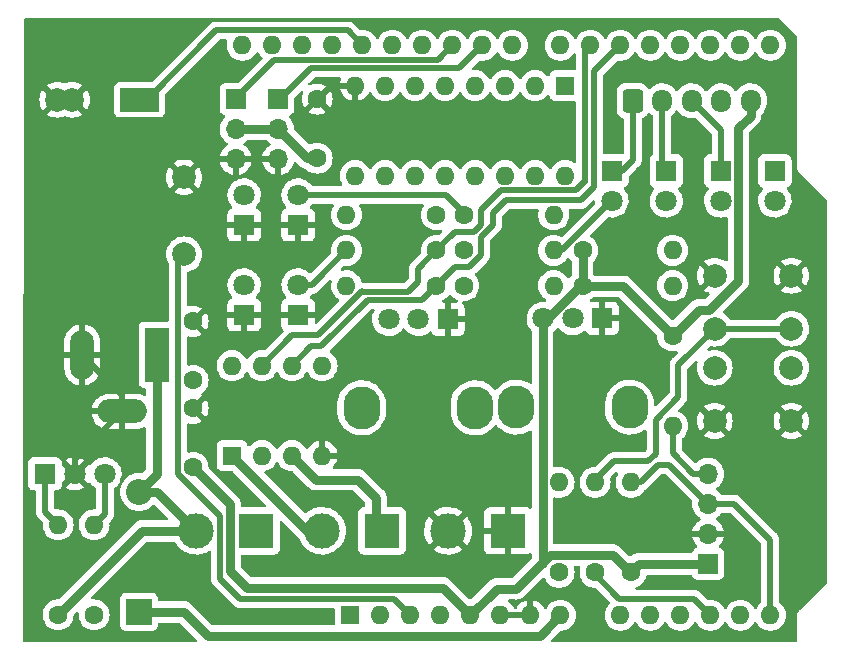
<source format=gbl>
%TF.GenerationSoftware,KiCad,Pcbnew,6.0.9-8da3e8f707~116~ubuntu20.04.1*%
%TF.CreationDate,2022-11-14T11:53:29+01:00*%
%TF.ProjectId,shield_b,73686965-6c64-45f6-922e-6b696361645f,1.2*%
%TF.SameCoordinates,Original*%
%TF.FileFunction,Copper,L2,Bot*%
%TF.FilePolarity,Positive*%
%FSLAX46Y46*%
G04 Gerber Fmt 4.6, Leading zero omitted, Abs format (unit mm)*
G04 Created by KiCad (PCBNEW 6.0.9-8da3e8f707~116~ubuntu20.04.1) date 2022-11-14 11:53:29*
%MOMM*%
%LPD*%
G01*
G04 APERTURE LIST*
G04 Aperture macros list*
%AMRoundRect*
0 Rectangle with rounded corners*
0 $1 Rounding radius*
0 $2 $3 $4 $5 $6 $7 $8 $9 X,Y pos of 4 corners*
0 Add a 4 corners polygon primitive as box body*
4,1,4,$2,$3,$4,$5,$6,$7,$8,$9,$2,$3,0*
0 Add four circle primitives for the rounded corners*
1,1,$1+$1,$2,$3*
1,1,$1+$1,$4,$5*
1,1,$1+$1,$6,$7*
1,1,$1+$1,$8,$9*
0 Add four rect primitives between the rounded corners*
20,1,$1+$1,$2,$3,$4,$5,0*
20,1,$1+$1,$4,$5,$6,$7,0*
20,1,$1+$1,$6,$7,$8,$9,0*
20,1,$1+$1,$8,$9,$2,$3,0*%
G04 Aperture macros list end*
%TA.AperFunction,ComponentPad*%
%ADD10R,1.600000X1.600000*%
%TD*%
%TA.AperFunction,ComponentPad*%
%ADD11O,1.600000X1.600000*%
%TD*%
%TA.AperFunction,ComponentPad*%
%ADD12C,1.600000*%
%TD*%
%TA.AperFunction,ComponentPad*%
%ADD13R,1.800000X1.800000*%
%TD*%
%TA.AperFunction,ComponentPad*%
%ADD14C,1.800000*%
%TD*%
%TA.AperFunction,ComponentPad*%
%ADD15R,1.700000X1.700000*%
%TD*%
%TA.AperFunction,ComponentPad*%
%ADD16O,1.700000X1.700000*%
%TD*%
%TA.AperFunction,ComponentPad*%
%ADD17R,3.000000X3.000000*%
%TD*%
%TA.AperFunction,ComponentPad*%
%ADD18C,3.000000*%
%TD*%
%TA.AperFunction,ComponentPad*%
%ADD19C,2.000000*%
%TD*%
%TA.AperFunction,ComponentPad*%
%ADD20RoundRect,0.250000X-0.600000X-0.725000X0.600000X-0.725000X0.600000X0.725000X-0.600000X0.725000X0*%
%TD*%
%TA.AperFunction,ComponentPad*%
%ADD21O,1.700000X1.950000*%
%TD*%
%TA.AperFunction,ComponentPad*%
%ADD22O,3.120000X3.640000*%
%TD*%
%TA.AperFunction,ComponentPad*%
%ADD23R,2.200000X2.200000*%
%TD*%
%TA.AperFunction,ComponentPad*%
%ADD24O,2.200000X2.200000*%
%TD*%
%TA.AperFunction,ComponentPad*%
%ADD25R,2.000000X4.600000*%
%TD*%
%TA.AperFunction,ComponentPad*%
%ADD26O,2.000000X4.200000*%
%TD*%
%TA.AperFunction,ComponentPad*%
%ADD27O,4.200000X2.000000*%
%TD*%
%TA.AperFunction,ComponentPad*%
%ADD28R,2.000000X2.000000*%
%TD*%
%TA.AperFunction,ViaPad*%
%ADD29C,0.800000*%
%TD*%
%TA.AperFunction,Conductor*%
%ADD30C,0.500000*%
%TD*%
%TA.AperFunction,Conductor*%
%ADD31C,0.800000*%
%TD*%
G04 APERTURE END LIST*
D10*
X88392000Y-79492000D03*
D11*
X90932000Y-79492000D03*
X93472000Y-79492000D03*
X96012000Y-79492000D03*
X96012000Y-71872000D03*
X93472000Y-71872000D03*
X90932000Y-71872000D03*
X88392000Y-71872000D03*
D12*
X108000000Y-62100000D03*
D11*
X115620000Y-62100000D03*
D10*
X116596000Y-48150000D03*
D11*
X114056000Y-48150000D03*
X111516000Y-48150000D03*
X108976000Y-48150000D03*
X106436000Y-48150000D03*
X103896000Y-48150000D03*
X101356000Y-48150000D03*
X98816000Y-48150000D03*
X98816000Y-55770000D03*
X101356000Y-55770000D03*
X103896000Y-55770000D03*
X106436000Y-55770000D03*
X108976000Y-55770000D03*
X111516000Y-55770000D03*
X114056000Y-55770000D03*
X116596000Y-55770000D03*
D13*
X125150000Y-55375000D03*
D14*
X125150000Y-57915000D03*
D15*
X128700000Y-88650000D03*
D16*
X128700000Y-86110000D03*
X128700000Y-83570000D03*
X128700000Y-81030000D03*
D12*
X105700000Y-65100000D03*
D11*
X98080000Y-65100000D03*
D13*
X93980000Y-59949000D03*
D14*
X93980000Y-57409000D03*
D12*
X118080000Y-65100000D03*
D11*
X125700000Y-65100000D03*
D13*
X89408000Y-67564000D03*
D14*
X89408000Y-65024000D03*
D13*
X89408000Y-59949000D03*
D14*
X89408000Y-57409000D03*
D12*
X118080000Y-62100000D03*
D11*
X125700000Y-62100000D03*
D17*
X111760000Y-85850000D03*
D18*
X106680000Y-85850000D03*
D19*
X84328000Y-62432000D03*
X84328000Y-55932000D03*
D20*
X122300000Y-49450000D03*
D21*
X124800000Y-49450000D03*
X127300000Y-49450000D03*
X129800000Y-49450000D03*
X132300000Y-49450000D03*
D12*
X85090000Y-73112000D03*
X85090000Y-68112000D03*
X95600000Y-49300000D03*
X95600000Y-54300000D03*
X85090000Y-80478000D03*
X85090000Y-75478000D03*
X76708000Y-92964000D03*
D11*
X76708000Y-85344000D03*
D19*
X129250000Y-68750000D03*
X135750000Y-68750000D03*
X129250000Y-64250000D03*
X135750000Y-64250000D03*
X135750000Y-72050000D03*
X129250000Y-72050000D03*
X129250000Y-76550000D03*
X135750000Y-76550000D03*
D22*
X99366000Y-75438000D03*
X108966000Y-75438000D03*
D13*
X106666000Y-67938000D03*
D14*
X104166000Y-67938000D03*
X101666000Y-67938000D03*
D12*
X105700000Y-62100000D03*
D11*
X98080000Y-62100000D03*
D17*
X101092000Y-85852000D03*
D18*
X96012000Y-85852000D03*
D23*
X80518000Y-92710000D03*
D24*
X80518000Y-82550000D03*
D12*
X125700000Y-69350000D03*
D11*
X125700000Y-76970000D03*
D12*
X108000000Y-65100000D03*
D11*
X115620000Y-65100000D03*
D25*
X82000000Y-70950000D03*
D26*
X75700000Y-70950000D03*
D27*
X79100000Y-75750000D03*
D12*
X122174000Y-89360000D03*
D11*
X122174000Y-81740000D03*
D13*
X134350000Y-55375000D03*
D14*
X134350000Y-57915000D03*
D15*
X88700000Y-49291000D03*
D16*
X88700000Y-51831000D03*
X88700000Y-54371000D03*
D22*
X112450000Y-75375000D03*
X122050000Y-75375000D03*
D13*
X119750000Y-67875000D03*
D14*
X117250000Y-67875000D03*
X114750000Y-67875000D03*
D13*
X129750000Y-55375000D03*
D14*
X129750000Y-57915000D03*
D17*
X90424000Y-85850000D03*
D18*
X85344000Y-85850000D03*
D12*
X105700000Y-59100000D03*
D11*
X98080000Y-59100000D03*
D12*
X73660000Y-92964000D03*
D11*
X73660000Y-85344000D03*
D13*
X93980000Y-67569000D03*
D14*
X93980000Y-65029000D03*
D13*
X72550000Y-81026000D03*
D14*
X75090000Y-81026000D03*
X77630000Y-81026000D03*
D12*
X108000000Y-59100000D03*
D11*
X115620000Y-59100000D03*
D28*
X79930000Y-49350000D03*
X81200000Y-49350000D03*
D19*
X74850000Y-49350000D03*
X73600000Y-49350000D03*
D12*
X116078000Y-89360000D03*
D11*
X116078000Y-81740000D03*
D12*
X119126000Y-89360000D03*
D11*
X119126000Y-81740000D03*
D13*
X120550000Y-55375000D03*
D14*
X120550000Y-57915000D03*
D15*
X92300000Y-49291000D03*
D16*
X92300000Y-51831000D03*
X92300000Y-54371000D03*
D10*
X98400000Y-93000000D03*
D11*
X100940000Y-93000000D03*
X103480000Y-93000000D03*
X106020000Y-93000000D03*
X108560000Y-93000000D03*
X111100000Y-93000000D03*
X113640000Y-93000000D03*
X116180000Y-93000000D03*
X121260000Y-93000000D03*
X123800000Y-93000000D03*
X126340000Y-93000000D03*
X128880000Y-93000000D03*
X131420000Y-93000000D03*
X133960000Y-93000000D03*
X133960000Y-44740000D03*
X131420000Y-44740000D03*
X128880000Y-44740000D03*
X126340000Y-44740000D03*
X123800000Y-44740000D03*
X121260000Y-44740000D03*
X118720000Y-44740000D03*
X116180000Y-44740000D03*
X112120000Y-44740000D03*
X109580000Y-44740000D03*
X107040000Y-44740000D03*
X104500000Y-44740000D03*
X101960000Y-44740000D03*
X99420000Y-44740000D03*
X96880000Y-44740000D03*
X94340000Y-44740000D03*
X91800000Y-44740000D03*
X89260000Y-44740000D03*
D29*
X122936000Y-55372000D03*
D30*
X87376000Y-84582000D02*
X83800000Y-81006000D01*
X83800000Y-63012000D02*
X84380000Y-62432000D01*
X103480000Y-93000000D02*
X102130000Y-91650000D01*
X102130000Y-91650000D02*
X89100000Y-91650000D01*
X87376000Y-89926000D02*
X89100000Y-91650000D01*
X87376000Y-84582000D02*
X87376000Y-89926000D01*
X83800000Y-81006000D02*
X83800000Y-63012000D01*
D31*
X108560000Y-93000000D02*
X106238000Y-90678000D01*
X125700000Y-69350000D02*
X121500000Y-65150000D01*
X122810000Y-88650000D02*
X122100000Y-89360000D01*
X114750000Y-67875000D02*
X115125000Y-67875000D01*
X114678000Y-88541022D02*
X114678000Y-67947000D01*
X115125000Y-67875000D02*
X117850000Y-65150000D01*
X95600000Y-54300000D02*
X94769000Y-54300000D01*
X106238000Y-90678000D02*
X89662000Y-90678000D01*
X112459511Y-90759511D02*
X114309511Y-88909511D01*
X108560000Y-93000000D02*
X110800489Y-90759511D01*
X121500000Y-65150000D02*
X117850000Y-65150000D01*
X114309511Y-88909511D02*
X114678000Y-88541022D01*
X120640000Y-87900000D02*
X115319022Y-87900000D01*
X132300000Y-50699022D02*
X131249511Y-51749511D01*
X125700000Y-69350000D02*
X127900000Y-67150000D01*
X131249511Y-51749511D02*
X131249511Y-64700489D01*
X88226000Y-83614000D02*
X85090000Y-80478000D01*
X128700000Y-88650000D02*
X122810000Y-88650000D01*
X88700000Y-51831000D02*
X92300000Y-51831000D01*
X88226000Y-89242000D02*
X88226000Y-83614000D01*
X120640000Y-87900000D02*
X122100000Y-89360000D01*
X114678000Y-67947000D02*
X114750000Y-67875000D01*
X127900000Y-67150000D02*
X128800000Y-67150000D01*
X110800489Y-90759511D02*
X112459511Y-90759511D01*
X118080000Y-62100000D02*
X118080000Y-65100000D01*
X132300000Y-49450000D02*
X132300000Y-50699022D01*
X94769000Y-54300000D02*
X92300000Y-51831000D01*
X115319022Y-87900000D02*
X114309511Y-88909511D01*
X128800000Y-67150000D02*
X131249511Y-64700489D01*
X89662000Y-90678000D02*
X88226000Y-89242000D01*
D30*
X89408000Y-59949000D02*
X93980000Y-59949000D01*
X75090000Y-81026000D02*
X75090000Y-79760000D01*
X79100000Y-75750000D02*
X79100000Y-74350000D01*
X79200000Y-75750000D02*
X79100000Y-75750000D01*
X75090000Y-79760000D02*
X79100000Y-75750000D01*
X79100000Y-74350000D02*
X75700000Y-70950000D01*
D31*
X86360000Y-94742000D02*
X114438000Y-94742000D01*
X80518000Y-92710000D02*
X84328000Y-92710000D01*
X84328000Y-92710000D02*
X86360000Y-94742000D01*
X114438000Y-94742000D02*
X116180000Y-93000000D01*
D30*
X127530000Y-91650000D02*
X128880000Y-93000000D01*
X118950000Y-89360000D02*
X121190000Y-91600000D01*
X127480000Y-91600000D02*
X128880000Y-93000000D01*
X121190000Y-91600000D02*
X127480000Y-91600000D01*
X125700000Y-76970000D02*
X125700000Y-79300000D01*
X127430000Y-81030000D02*
X128700000Y-81030000D01*
X125700000Y-79300000D02*
X127430000Y-81030000D01*
X124460000Y-80264000D02*
X122984000Y-81740000D01*
X122984000Y-81740000D02*
X122100000Y-81740000D01*
X128700000Y-83570000D02*
X130920000Y-83570000D01*
X128700000Y-83570000D02*
X125394000Y-80264000D01*
X130920000Y-83570000D02*
X133960000Y-86610000D01*
X125394000Y-80264000D02*
X124460000Y-80264000D01*
X133960000Y-86610000D02*
X133960000Y-93000000D01*
X108458000Y-63500000D02*
X109474000Y-62484000D01*
X111568000Y-57850000D02*
X117918000Y-57850000D01*
X109474000Y-60960000D02*
X110490000Y-59944000D01*
X99906000Y-66294000D02*
X95962283Y-70237717D01*
X110490000Y-59944000D02*
X110490000Y-58928000D01*
X93472000Y-71872000D02*
X95106283Y-70237717D01*
X107300000Y-63500000D02*
X108458000Y-63500000D01*
X104506000Y-66294000D02*
X99906000Y-66294000D01*
X110490000Y-58928000D02*
X111568000Y-57850000D01*
X105700000Y-65100000D02*
X107300000Y-63500000D01*
X119050000Y-46950000D02*
X121260000Y-44740000D01*
X109474000Y-62484000D02*
X109474000Y-60960000D01*
X119050000Y-56718000D02*
X119050000Y-46950000D01*
X117918000Y-57850000D02*
X119050000Y-56718000D01*
X95106283Y-70237717D02*
X95962283Y-70237717D01*
X105700000Y-65100000D02*
X104506000Y-66294000D01*
X99376000Y-65594000D02*
X99364883Y-65582883D01*
X118250000Y-56300000D02*
X118192000Y-56300000D01*
X93504000Y-69300000D02*
X90932000Y-71872000D01*
X104140000Y-63660000D02*
X104140000Y-64770000D01*
X109474000Y-58674000D02*
X109474000Y-59944000D01*
X109474000Y-59944000D02*
X108868000Y-60550000D01*
X105700000Y-62100000D02*
X107250000Y-60550000D01*
X118192000Y-56300000D02*
X117472000Y-57020000D01*
X95647767Y-69300000D02*
X93504000Y-69300000D01*
X117472000Y-57020000D02*
X111128000Y-57020000D01*
X118250000Y-45210000D02*
X118250000Y-56300000D01*
X105700000Y-62100000D02*
X104140000Y-63660000D01*
X111128000Y-57020000D02*
X109474000Y-58674000D01*
X104140000Y-64770000D02*
X103316000Y-65594000D01*
X107250000Y-60550000D02*
X108868000Y-60550000D01*
X99364883Y-65582883D02*
X95647767Y-69300000D01*
X99376000Y-65594000D02*
X103316000Y-65594000D01*
X118720000Y-44740000D02*
X118250000Y-45210000D01*
X92300000Y-49291000D02*
X92441000Y-49291000D01*
X92441000Y-49291000D02*
X95042000Y-46690000D01*
X109580000Y-44740000D02*
X107630000Y-46690000D01*
X107630000Y-46690000D02*
X95042000Y-46690000D01*
X88700000Y-49291000D02*
X88700000Y-49237000D01*
X88700000Y-49237000D02*
X91947000Y-45990000D01*
X105790000Y-45990000D02*
X91947000Y-45990000D01*
X107040000Y-44740000D02*
X105790000Y-45990000D01*
X91947000Y-45990000D02*
X88646000Y-49291000D01*
X87060000Y-43490000D02*
X81200000Y-49350000D01*
X98170000Y-43490000D02*
X87060000Y-43490000D01*
X99420000Y-44740000D02*
X98170000Y-43490000D01*
D31*
X85344000Y-85850000D02*
X80774000Y-85850000D01*
X80518000Y-82550000D02*
X82000000Y-81068000D01*
X73660000Y-92964000D02*
X80774000Y-85850000D01*
X82000000Y-81068000D02*
X82000000Y-70950000D01*
X82044000Y-82550000D02*
X85344000Y-85850000D01*
X80518000Y-82550000D02*
X82044000Y-82550000D01*
D30*
X72550000Y-81026000D02*
X72550000Y-84234000D01*
X72550000Y-84234000D02*
X73660000Y-85344000D01*
X77630000Y-81026000D02*
X77630000Y-84422000D01*
X77630000Y-84422000D02*
X76708000Y-85344000D01*
X98080000Y-62100000D02*
X95457000Y-64723000D01*
X95151000Y-65029000D02*
X95457000Y-64723000D01*
X93980000Y-65029000D02*
X95151000Y-65029000D01*
X120550000Y-55375000D02*
X121375000Y-55375000D01*
X121375000Y-55375000D02*
X122300000Y-54450000D01*
X122300000Y-54450000D02*
X122300000Y-49450000D01*
X120497233Y-57915000D02*
X120550000Y-57915000D01*
X115620000Y-62100000D02*
X116312233Y-62100000D01*
X116312233Y-62100000D02*
X120497233Y-57915000D01*
X106479000Y-57409000D02*
X93980000Y-57409000D01*
X108000000Y-58930000D02*
X106479000Y-57409000D01*
D31*
X99055000Y-81529000D02*
X95509000Y-81529000D01*
X100590000Y-83064000D02*
X99055000Y-81529000D01*
X95509000Y-81529000D02*
X93472000Y-79492000D01*
X100590000Y-85850000D02*
X100590000Y-83064000D01*
X96010000Y-85850000D02*
X94750000Y-85850000D01*
X96012000Y-85852000D02*
X96010000Y-85850000D01*
X94750000Y-85850000D02*
X88392000Y-79492000D01*
D30*
X124800000Y-55025000D02*
X125150000Y-55375000D01*
X124800000Y-49450000D02*
X124800000Y-55025000D01*
X129750000Y-51900000D02*
X127300000Y-49450000D01*
X129750000Y-55375000D02*
X129750000Y-51900000D01*
X124250000Y-76440000D02*
X124250000Y-79350000D01*
X129250000Y-68750000D02*
X126190000Y-71810000D01*
X123650000Y-79950000D02*
X120740000Y-79950000D01*
X129250000Y-68750000D02*
X135750000Y-68750000D01*
X126190000Y-71810000D02*
X126190000Y-74500000D01*
X126190000Y-74500000D02*
X124250000Y-76440000D01*
X120740000Y-79950000D02*
X118950000Y-81740000D01*
X124250000Y-79350000D02*
X123650000Y-79950000D01*
%TA.AperFunction,Conductor*%
G36*
X134755304Y-42478502D02*
G01*
X134776278Y-42495405D01*
X136204595Y-43923722D01*
X136238621Y-43986034D01*
X136241500Y-44012817D01*
X136241500Y-55078928D01*
X136240145Y-55091058D01*
X136240627Y-55091097D01*
X136239907Y-55100044D01*
X136237926Y-55108800D01*
X136238482Y-55117760D01*
X136241258Y-55162508D01*
X136241500Y-55170310D01*
X136241500Y-55186513D01*
X136242605Y-55194233D01*
X136242984Y-55196878D01*
X136244013Y-55206928D01*
X136246945Y-55254177D01*
X136249994Y-55262623D01*
X136250593Y-55265514D01*
X136254822Y-55282480D01*
X136255648Y-55285305D01*
X136256920Y-55294187D01*
X136276522Y-55337298D01*
X136280327Y-55346647D01*
X136296404Y-55391181D01*
X136301699Y-55398429D01*
X136303080Y-55401027D01*
X136311915Y-55416145D01*
X136313494Y-55418614D01*
X136317208Y-55426782D01*
X136323064Y-55433578D01*
X136348115Y-55462652D01*
X136354401Y-55470569D01*
X136359548Y-55477615D01*
X136359553Y-55477620D01*
X136362425Y-55481552D01*
X136373400Y-55492527D01*
X136379758Y-55499374D01*
X136412287Y-55537127D01*
X136419822Y-55542011D01*
X136426066Y-55547458D01*
X136437931Y-55557058D01*
X138754595Y-57873723D01*
X138788621Y-57936035D01*
X138791500Y-57962818D01*
X138791500Y-90187183D01*
X138771498Y-90255304D01*
X138754595Y-90276278D01*
X136440696Y-92590177D01*
X136431156Y-92597800D01*
X136431470Y-92598168D01*
X136424634Y-92603986D01*
X136417042Y-92608776D01*
X136411100Y-92615504D01*
X136381407Y-92649125D01*
X136376061Y-92654812D01*
X136364618Y-92666255D01*
X136358978Y-92673780D01*
X136358341Y-92674630D01*
X136351967Y-92682459D01*
X136320622Y-92717951D01*
X136316808Y-92726074D01*
X136315174Y-92728562D01*
X136306186Y-92743523D01*
X136304771Y-92746108D01*
X136299384Y-92753295D01*
X136290350Y-92777393D01*
X136282759Y-92797642D01*
X136278833Y-92806958D01*
X136258719Y-92849800D01*
X136257338Y-92858669D01*
X136256472Y-92861502D01*
X136252042Y-92878389D01*
X136251408Y-92881274D01*
X136248255Y-92889684D01*
X136246587Y-92912131D01*
X136244746Y-92936906D01*
X136243592Y-92946952D01*
X136241500Y-92960386D01*
X136241500Y-92975906D01*
X136241154Y-92985243D01*
X136237461Y-93034941D01*
X136239335Y-93043720D01*
X136239898Y-93051978D01*
X136241500Y-93067161D01*
X136241500Y-95165500D01*
X136221498Y-95233621D01*
X136167842Y-95280114D01*
X136115500Y-95291500D01*
X115477503Y-95291500D01*
X115409382Y-95271498D01*
X115362889Y-95217842D01*
X115352785Y-95147568D01*
X115382279Y-95082988D01*
X115388408Y-95076405D01*
X116116136Y-94348677D01*
X116178448Y-94314651D01*
X116194246Y-94312252D01*
X116272904Y-94305370D01*
X116402606Y-94294023D01*
X116402611Y-94294022D01*
X116408087Y-94293543D01*
X116413400Y-94292119D01*
X116413402Y-94292119D01*
X116623933Y-94235707D01*
X116623935Y-94235706D01*
X116629243Y-94234284D01*
X116634225Y-94231961D01*
X116831762Y-94139849D01*
X116831767Y-94139846D01*
X116836749Y-94137523D01*
X116964177Y-94048297D01*
X117019789Y-94009357D01*
X117019792Y-94009355D01*
X117024300Y-94006198D01*
X117186198Y-93844300D01*
X117193761Y-93833500D01*
X117256079Y-93744500D01*
X117317523Y-93656749D01*
X117319846Y-93651767D01*
X117319849Y-93651762D01*
X117411961Y-93454225D01*
X117411961Y-93454224D01*
X117414284Y-93449243D01*
X117469651Y-93242614D01*
X117472119Y-93233402D01*
X117472119Y-93233400D01*
X117473543Y-93228087D01*
X117493498Y-93000000D01*
X117473543Y-92771913D01*
X117470807Y-92761701D01*
X117415707Y-92556067D01*
X117415706Y-92556065D01*
X117414284Y-92550757D01*
X117348947Y-92410640D01*
X117319849Y-92348238D01*
X117319846Y-92348233D01*
X117317523Y-92343251D01*
X117241921Y-92235281D01*
X117189357Y-92160211D01*
X117189355Y-92160208D01*
X117186198Y-92155700D01*
X117024300Y-91993802D01*
X117019792Y-91990645D01*
X117019789Y-91990643D01*
X116904143Y-91909667D01*
X116836749Y-91862477D01*
X116831767Y-91860154D01*
X116831762Y-91860151D01*
X116634225Y-91768039D01*
X116634224Y-91768039D01*
X116629243Y-91765716D01*
X116623935Y-91764294D01*
X116623933Y-91764293D01*
X116413402Y-91707881D01*
X116413400Y-91707881D01*
X116408087Y-91706457D01*
X116180000Y-91686502D01*
X115951913Y-91706457D01*
X115946600Y-91707881D01*
X115946598Y-91707881D01*
X115736067Y-91764293D01*
X115736065Y-91764294D01*
X115730757Y-91765716D01*
X115725776Y-91768039D01*
X115725775Y-91768039D01*
X115528238Y-91860151D01*
X115528233Y-91860154D01*
X115523251Y-91862477D01*
X115455857Y-91909667D01*
X115340211Y-91990643D01*
X115340208Y-91990645D01*
X115335700Y-91993802D01*
X115173802Y-92155700D01*
X115170645Y-92160208D01*
X115170643Y-92160211D01*
X115118079Y-92235281D01*
X115042477Y-92343251D01*
X115040154Y-92348233D01*
X115040151Y-92348238D01*
X115023919Y-92383049D01*
X114977002Y-92436334D01*
X114908725Y-92455795D01*
X114840765Y-92435253D01*
X114795529Y-92383049D01*
X114779414Y-92348489D01*
X114773931Y-92338993D01*
X114648972Y-92160533D01*
X114641916Y-92152125D01*
X114487875Y-91998084D01*
X114479467Y-91991028D01*
X114301007Y-91866069D01*
X114291511Y-91860586D01*
X114094053Y-91768510D01*
X114083761Y-91764764D01*
X113911497Y-91718606D01*
X113897401Y-91718942D01*
X113894000Y-91726884D01*
X113894000Y-93128000D01*
X113873998Y-93196121D01*
X113820342Y-93242614D01*
X113768000Y-93254000D01*
X110972000Y-93254000D01*
X110903879Y-93233998D01*
X110857386Y-93180342D01*
X110846000Y-93128000D01*
X110846000Y-92872000D01*
X110866002Y-92803879D01*
X110919658Y-92757386D01*
X110972000Y-92746000D01*
X113367885Y-92746000D01*
X113383124Y-92741525D01*
X113384329Y-92740135D01*
X113386000Y-92732452D01*
X113386000Y-91732033D01*
X113382027Y-91718502D01*
X113373478Y-91717273D01*
X113196239Y-91764764D01*
X113185947Y-91768510D01*
X112988489Y-91860586D01*
X112978993Y-91866069D01*
X112800533Y-91991028D01*
X112792125Y-91998084D01*
X112638084Y-92152125D01*
X112631028Y-92160533D01*
X112506069Y-92338993D01*
X112500586Y-92348489D01*
X112484195Y-92383641D01*
X112437278Y-92436926D01*
X112369001Y-92456387D01*
X112301041Y-92435845D01*
X112255805Y-92383641D01*
X112239414Y-92348489D01*
X112233931Y-92338993D01*
X112108972Y-92160533D01*
X112101916Y-92152125D01*
X111947875Y-91998084D01*
X111939467Y-91991028D01*
X111805501Y-91897224D01*
X111761173Y-91841767D01*
X111753864Y-91771147D01*
X111785895Y-91707787D01*
X111847096Y-91671802D01*
X111877772Y-91668011D01*
X112378094Y-91668011D01*
X112397803Y-91669562D01*
X112411701Y-91671763D01*
X112418288Y-91671418D01*
X112418293Y-91671418D01*
X112479991Y-91668184D01*
X112486585Y-91668011D01*
X112507121Y-91668011D01*
X112510393Y-91667667D01*
X112510395Y-91667667D01*
X112527553Y-91665864D01*
X112534127Y-91665347D01*
X112595819Y-91662114D01*
X112595823Y-91662113D01*
X112602414Y-91661768D01*
X112608795Y-91660058D01*
X112608797Y-91660058D01*
X112616002Y-91658128D01*
X112635436Y-91654526D01*
X112642865Y-91653745D01*
X112642874Y-91653743D01*
X112649439Y-91653053D01*
X112714508Y-91631911D01*
X112720810Y-91630044D01*
X112762363Y-91618910D01*
X112780507Y-91614048D01*
X112780508Y-91614048D01*
X112786881Y-91612340D01*
X112799419Y-91605951D01*
X112817685Y-91598386D01*
X112824783Y-91596080D01*
X112824785Y-91596079D01*
X112831067Y-91594038D01*
X112890296Y-91559842D01*
X112896090Y-91556696D01*
X112957041Y-91525640D01*
X112967978Y-91516784D01*
X112984274Y-91505584D01*
X112990735Y-91501854D01*
X112990739Y-91501851D01*
X112996455Y-91498551D01*
X113001361Y-91494134D01*
X113001366Y-91494130D01*
X113047280Y-91452789D01*
X113052295Y-91448505D01*
X113065688Y-91437659D01*
X113068252Y-91435583D01*
X113082767Y-91421068D01*
X113087552Y-91416527D01*
X113133468Y-91375184D01*
X113138377Y-91370764D01*
X113146651Y-91359376D01*
X113159492Y-91344343D01*
X114669051Y-89834784D01*
X114731363Y-89800758D01*
X114802178Y-89805823D01*
X114859014Y-89848370D01*
X114872341Y-89870630D01*
X114938149Y-90011758D01*
X114938153Y-90011764D01*
X114940477Y-90016749D01*
X114987174Y-90083439D01*
X115059817Y-90187183D01*
X115071802Y-90204300D01*
X115233700Y-90366198D01*
X115238208Y-90369355D01*
X115238211Y-90369357D01*
X115304613Y-90415852D01*
X115421251Y-90497523D01*
X115426233Y-90499846D01*
X115426238Y-90499849D01*
X115623775Y-90591961D01*
X115628757Y-90594284D01*
X115634065Y-90595706D01*
X115634067Y-90595707D01*
X115844598Y-90652119D01*
X115844600Y-90652119D01*
X115849913Y-90653543D01*
X116078000Y-90673498D01*
X116306087Y-90653543D01*
X116311400Y-90652119D01*
X116311402Y-90652119D01*
X116521933Y-90595707D01*
X116521935Y-90595706D01*
X116527243Y-90594284D01*
X116532225Y-90591961D01*
X116729762Y-90499849D01*
X116729767Y-90499846D01*
X116734749Y-90497523D01*
X116851387Y-90415852D01*
X116917789Y-90369357D01*
X116917792Y-90369355D01*
X116922300Y-90366198D01*
X117084198Y-90204300D01*
X117096184Y-90187183D01*
X117168826Y-90083439D01*
X117215523Y-90016749D01*
X117217846Y-90011767D01*
X117217849Y-90011762D01*
X117309961Y-89814225D01*
X117309961Y-89814224D01*
X117312284Y-89809243D01*
X117321261Y-89775743D01*
X117370119Y-89593402D01*
X117370120Y-89593398D01*
X117371543Y-89588087D01*
X117391498Y-89360000D01*
X117371543Y-89131913D01*
X117327384Y-88967111D01*
X117329074Y-88896135D01*
X117368868Y-88837339D01*
X117434132Y-88809391D01*
X117449091Y-88808500D01*
X117754909Y-88808500D01*
X117823030Y-88828502D01*
X117869523Y-88882158D01*
X117879627Y-88952432D01*
X117876617Y-88967106D01*
X117832457Y-89131913D01*
X117812502Y-89360000D01*
X117832457Y-89588087D01*
X117833880Y-89593398D01*
X117833881Y-89593402D01*
X117882740Y-89775743D01*
X117891716Y-89809243D01*
X117894039Y-89814224D01*
X117894039Y-89814225D01*
X117986151Y-90011762D01*
X117986154Y-90011767D01*
X117988477Y-90016749D01*
X118035174Y-90083439D01*
X118107817Y-90187183D01*
X118119802Y-90204300D01*
X118281700Y-90366198D01*
X118286208Y-90369355D01*
X118286211Y-90369357D01*
X118352613Y-90415852D01*
X118469251Y-90497523D01*
X118474233Y-90499846D01*
X118474238Y-90499849D01*
X118671775Y-90591961D01*
X118676757Y-90594284D01*
X118682065Y-90595706D01*
X118682067Y-90595707D01*
X118892598Y-90652119D01*
X118892600Y-90652119D01*
X118897913Y-90653543D01*
X119039115Y-90665897D01*
X119120522Y-90673019D01*
X119120525Y-90673019D01*
X119126000Y-90673498D01*
X119131482Y-90673018D01*
X119136977Y-90673018D01*
X119136977Y-90675403D01*
X119196636Y-90687371D01*
X119227148Y-90709829D01*
X120374316Y-91856997D01*
X120408342Y-91919309D01*
X120403277Y-91990124D01*
X120374320Y-92035182D01*
X120253802Y-92155700D01*
X120250645Y-92160208D01*
X120250643Y-92160211D01*
X120198079Y-92235281D01*
X120122477Y-92343251D01*
X120120154Y-92348233D01*
X120120151Y-92348238D01*
X120091053Y-92410640D01*
X120025716Y-92550757D01*
X120024294Y-92556065D01*
X120024293Y-92556067D01*
X119969193Y-92761701D01*
X119966457Y-92771913D01*
X119946502Y-93000000D01*
X119966457Y-93228087D01*
X119967881Y-93233400D01*
X119967881Y-93233402D01*
X119970350Y-93242614D01*
X120025716Y-93449243D01*
X120028039Y-93454224D01*
X120028039Y-93454225D01*
X120120151Y-93651762D01*
X120120154Y-93651767D01*
X120122477Y-93656749D01*
X120183921Y-93744500D01*
X120246240Y-93833500D01*
X120253802Y-93844300D01*
X120415700Y-94006198D01*
X120420208Y-94009355D01*
X120420211Y-94009357D01*
X120475823Y-94048297D01*
X120603251Y-94137523D01*
X120608233Y-94139846D01*
X120608238Y-94139849D01*
X120805775Y-94231961D01*
X120810757Y-94234284D01*
X120816065Y-94235706D01*
X120816067Y-94235707D01*
X121026598Y-94292119D01*
X121026600Y-94292119D01*
X121031913Y-94293543D01*
X121260000Y-94313498D01*
X121488087Y-94293543D01*
X121493400Y-94292119D01*
X121493402Y-94292119D01*
X121703933Y-94235707D01*
X121703935Y-94235706D01*
X121709243Y-94234284D01*
X121714225Y-94231961D01*
X121911762Y-94139849D01*
X121911767Y-94139846D01*
X121916749Y-94137523D01*
X122044177Y-94048297D01*
X122099789Y-94009357D01*
X122099792Y-94009355D01*
X122104300Y-94006198D01*
X122266198Y-93844300D01*
X122273761Y-93833500D01*
X122336079Y-93744500D01*
X122397523Y-93656749D01*
X122399846Y-93651767D01*
X122399849Y-93651762D01*
X122415805Y-93617543D01*
X122462722Y-93564258D01*
X122530999Y-93544797D01*
X122598959Y-93565339D01*
X122644195Y-93617543D01*
X122660151Y-93651762D01*
X122660154Y-93651767D01*
X122662477Y-93656749D01*
X122723921Y-93744500D01*
X122786240Y-93833500D01*
X122793802Y-93844300D01*
X122955700Y-94006198D01*
X122960208Y-94009355D01*
X122960211Y-94009357D01*
X123015823Y-94048297D01*
X123143251Y-94137523D01*
X123148233Y-94139846D01*
X123148238Y-94139849D01*
X123345775Y-94231961D01*
X123350757Y-94234284D01*
X123356065Y-94235706D01*
X123356067Y-94235707D01*
X123566598Y-94292119D01*
X123566600Y-94292119D01*
X123571913Y-94293543D01*
X123800000Y-94313498D01*
X124028087Y-94293543D01*
X124033400Y-94292119D01*
X124033402Y-94292119D01*
X124243933Y-94235707D01*
X124243935Y-94235706D01*
X124249243Y-94234284D01*
X124254225Y-94231961D01*
X124451762Y-94139849D01*
X124451767Y-94139846D01*
X124456749Y-94137523D01*
X124584177Y-94048297D01*
X124639789Y-94009357D01*
X124639792Y-94009355D01*
X124644300Y-94006198D01*
X124806198Y-93844300D01*
X124813761Y-93833500D01*
X124876079Y-93744500D01*
X124937523Y-93656749D01*
X124939846Y-93651767D01*
X124939849Y-93651762D01*
X124955805Y-93617543D01*
X125002722Y-93564258D01*
X125070999Y-93544797D01*
X125138959Y-93565339D01*
X125184195Y-93617543D01*
X125200151Y-93651762D01*
X125200154Y-93651767D01*
X125202477Y-93656749D01*
X125263921Y-93744500D01*
X125326240Y-93833500D01*
X125333802Y-93844300D01*
X125495700Y-94006198D01*
X125500208Y-94009355D01*
X125500211Y-94009357D01*
X125555823Y-94048297D01*
X125683251Y-94137523D01*
X125688233Y-94139846D01*
X125688238Y-94139849D01*
X125885775Y-94231961D01*
X125890757Y-94234284D01*
X125896065Y-94235706D01*
X125896067Y-94235707D01*
X126106598Y-94292119D01*
X126106600Y-94292119D01*
X126111913Y-94293543D01*
X126340000Y-94313498D01*
X126568087Y-94293543D01*
X126573400Y-94292119D01*
X126573402Y-94292119D01*
X126783933Y-94235707D01*
X126783935Y-94235706D01*
X126789243Y-94234284D01*
X126794225Y-94231961D01*
X126991762Y-94139849D01*
X126991767Y-94139846D01*
X126996749Y-94137523D01*
X127124177Y-94048297D01*
X127179789Y-94009357D01*
X127179792Y-94009355D01*
X127184300Y-94006198D01*
X127346198Y-93844300D01*
X127353761Y-93833500D01*
X127416079Y-93744500D01*
X127477523Y-93656749D01*
X127479846Y-93651767D01*
X127479849Y-93651762D01*
X127495805Y-93617543D01*
X127542722Y-93564258D01*
X127610999Y-93544797D01*
X127678959Y-93565339D01*
X127724195Y-93617543D01*
X127740151Y-93651762D01*
X127740154Y-93651767D01*
X127742477Y-93656749D01*
X127803921Y-93744500D01*
X127866240Y-93833500D01*
X127873802Y-93844300D01*
X128035700Y-94006198D01*
X128040208Y-94009355D01*
X128040211Y-94009357D01*
X128095823Y-94048297D01*
X128223251Y-94137523D01*
X128228233Y-94139846D01*
X128228238Y-94139849D01*
X128425775Y-94231961D01*
X128430757Y-94234284D01*
X128436065Y-94235706D01*
X128436067Y-94235707D01*
X128646598Y-94292119D01*
X128646600Y-94292119D01*
X128651913Y-94293543D01*
X128880000Y-94313498D01*
X129108087Y-94293543D01*
X129113400Y-94292119D01*
X129113402Y-94292119D01*
X129323933Y-94235707D01*
X129323935Y-94235706D01*
X129329243Y-94234284D01*
X129334225Y-94231961D01*
X129531762Y-94139849D01*
X129531767Y-94139846D01*
X129536749Y-94137523D01*
X129664177Y-94048297D01*
X129719789Y-94009357D01*
X129719792Y-94009355D01*
X129724300Y-94006198D01*
X129886198Y-93844300D01*
X129893761Y-93833500D01*
X129956079Y-93744500D01*
X130017523Y-93656749D01*
X130019846Y-93651767D01*
X130019849Y-93651762D01*
X130035805Y-93617543D01*
X130082722Y-93564258D01*
X130150999Y-93544797D01*
X130218959Y-93565339D01*
X130264195Y-93617543D01*
X130280151Y-93651762D01*
X130280154Y-93651767D01*
X130282477Y-93656749D01*
X130343921Y-93744500D01*
X130406240Y-93833500D01*
X130413802Y-93844300D01*
X130575700Y-94006198D01*
X130580208Y-94009355D01*
X130580211Y-94009357D01*
X130635823Y-94048297D01*
X130763251Y-94137523D01*
X130768233Y-94139846D01*
X130768238Y-94139849D01*
X130965775Y-94231961D01*
X130970757Y-94234284D01*
X130976065Y-94235706D01*
X130976067Y-94235707D01*
X131186598Y-94292119D01*
X131186600Y-94292119D01*
X131191913Y-94293543D01*
X131420000Y-94313498D01*
X131648087Y-94293543D01*
X131653400Y-94292119D01*
X131653402Y-94292119D01*
X131863933Y-94235707D01*
X131863935Y-94235706D01*
X131869243Y-94234284D01*
X131874225Y-94231961D01*
X132071762Y-94139849D01*
X132071767Y-94139846D01*
X132076749Y-94137523D01*
X132204177Y-94048297D01*
X132259789Y-94009357D01*
X132259792Y-94009355D01*
X132264300Y-94006198D01*
X132426198Y-93844300D01*
X132433761Y-93833500D01*
X132496079Y-93744500D01*
X132557523Y-93656749D01*
X132559846Y-93651767D01*
X132559849Y-93651762D01*
X132575805Y-93617543D01*
X132622722Y-93564258D01*
X132690999Y-93544797D01*
X132758959Y-93565339D01*
X132804195Y-93617543D01*
X132820151Y-93651762D01*
X132820154Y-93651767D01*
X132822477Y-93656749D01*
X132883921Y-93744500D01*
X132946240Y-93833500D01*
X132953802Y-93844300D01*
X133115700Y-94006198D01*
X133120208Y-94009355D01*
X133120211Y-94009357D01*
X133175823Y-94048297D01*
X133303251Y-94137523D01*
X133308233Y-94139846D01*
X133308238Y-94139849D01*
X133505775Y-94231961D01*
X133510757Y-94234284D01*
X133516065Y-94235706D01*
X133516067Y-94235707D01*
X133726598Y-94292119D01*
X133726600Y-94292119D01*
X133731913Y-94293543D01*
X133960000Y-94313498D01*
X134188087Y-94293543D01*
X134193400Y-94292119D01*
X134193402Y-94292119D01*
X134403933Y-94235707D01*
X134403935Y-94235706D01*
X134409243Y-94234284D01*
X134414225Y-94231961D01*
X134611762Y-94139849D01*
X134611767Y-94139846D01*
X134616749Y-94137523D01*
X134744177Y-94048297D01*
X134799789Y-94009357D01*
X134799792Y-94009355D01*
X134804300Y-94006198D01*
X134966198Y-93844300D01*
X134973761Y-93833500D01*
X135036079Y-93744500D01*
X135097523Y-93656749D01*
X135099846Y-93651767D01*
X135099849Y-93651762D01*
X135191961Y-93454225D01*
X135191961Y-93454224D01*
X135194284Y-93449243D01*
X135249651Y-93242614D01*
X135252119Y-93233402D01*
X135252119Y-93233400D01*
X135253543Y-93228087D01*
X135273498Y-93000000D01*
X135253543Y-92771913D01*
X135250807Y-92761701D01*
X135195707Y-92556067D01*
X135195706Y-92556065D01*
X135194284Y-92550757D01*
X135128947Y-92410640D01*
X135099849Y-92348238D01*
X135099846Y-92348233D01*
X135097523Y-92343251D01*
X135021921Y-92235281D01*
X134969357Y-92160211D01*
X134969355Y-92160208D01*
X134966198Y-92155700D01*
X134804300Y-91993802D01*
X134772229Y-91971345D01*
X134727901Y-91915890D01*
X134718500Y-91868133D01*
X134718500Y-86677069D01*
X134719933Y-86658118D01*
X134720028Y-86657498D01*
X134723199Y-86636651D01*
X134722503Y-86628088D01*
X134718915Y-86583982D01*
X134718500Y-86573767D01*
X134718500Y-86565707D01*
X134715211Y-86537493D01*
X134714778Y-86533118D01*
X134709454Y-86467661D01*
X134709453Y-86467658D01*
X134708860Y-86460363D01*
X134706604Y-86453399D01*
X134705413Y-86447440D01*
X134704029Y-86441585D01*
X134703182Y-86434319D01*
X134678265Y-86365673D01*
X134676848Y-86361545D01*
X134656607Y-86299064D01*
X134656606Y-86299062D01*
X134654351Y-86292101D01*
X134650555Y-86285846D01*
X134648049Y-86280372D01*
X134645330Y-86274942D01*
X134642833Y-86268063D01*
X134602809Y-86207016D01*
X134600472Y-86203312D01*
X134593728Y-86192197D01*
X134580936Y-86171117D01*
X134565509Y-86145693D01*
X134565505Y-86145688D01*
X134562595Y-86140892D01*
X134555197Y-86132516D01*
X134555223Y-86132493D01*
X134552574Y-86129503D01*
X134549866Y-86126264D01*
X134545856Y-86120148D01*
X134540549Y-86115121D01*
X134540546Y-86115117D01*
X134489617Y-86066872D01*
X134487175Y-86064494D01*
X131503770Y-83081089D01*
X131491384Y-83066677D01*
X131482851Y-83055082D01*
X131482846Y-83055077D01*
X131478508Y-83049182D01*
X131472930Y-83044443D01*
X131472927Y-83044440D01*
X131438232Y-83014965D01*
X131430716Y-83008035D01*
X131425021Y-83002340D01*
X131408645Y-82989384D01*
X131402749Y-82984719D01*
X131399345Y-82981928D01*
X131349297Y-82939409D01*
X131349295Y-82939408D01*
X131343715Y-82934667D01*
X131337199Y-82931339D01*
X131332150Y-82927972D01*
X131327021Y-82924805D01*
X131321284Y-82920266D01*
X131255125Y-82889345D01*
X131251225Y-82887439D01*
X131231806Y-82877523D01*
X131186192Y-82854231D01*
X131179084Y-82852492D01*
X131173441Y-82850393D01*
X131167678Y-82848476D01*
X131161050Y-82845378D01*
X131089583Y-82830513D01*
X131085299Y-82829543D01*
X131014390Y-82812192D01*
X131008788Y-82811844D01*
X131008785Y-82811844D01*
X131003236Y-82811500D01*
X131003238Y-82811464D01*
X130999245Y-82811225D01*
X130995053Y-82810851D01*
X130987885Y-82809360D01*
X130921675Y-82811151D01*
X130910479Y-82811454D01*
X130907072Y-82811500D01*
X129895939Y-82811500D01*
X129827818Y-82791498D01*
X129790147Y-82753941D01*
X129782818Y-82742612D01*
X129780014Y-82738277D01*
X129629670Y-82573051D01*
X129625619Y-82569852D01*
X129625615Y-82569848D01*
X129458414Y-82437800D01*
X129458410Y-82437798D01*
X129454359Y-82434598D01*
X129413053Y-82411796D01*
X129363084Y-82361364D01*
X129348312Y-82291921D01*
X129373428Y-82225516D01*
X129400780Y-82198909D01*
X129510216Y-82120849D01*
X129579860Y-82071173D01*
X129594865Y-82056221D01*
X129709480Y-81942005D01*
X129738096Y-81913489D01*
X129754416Y-81890778D01*
X129865435Y-81736277D01*
X129868453Y-81732077D01*
X129882340Y-81703980D01*
X129965136Y-81536453D01*
X129965137Y-81536451D01*
X129967430Y-81531811D01*
X130027119Y-81335352D01*
X130030865Y-81323023D01*
X130030865Y-81323021D01*
X130032370Y-81318069D01*
X130061529Y-81096590D01*
X130061611Y-81093240D01*
X130063074Y-81033365D01*
X130063074Y-81033361D01*
X130063156Y-81030000D01*
X130044852Y-80807361D01*
X129990431Y-80590702D01*
X129901354Y-80385840D01*
X129838634Y-80288889D01*
X129782822Y-80202617D01*
X129782820Y-80202614D01*
X129780014Y-80198277D01*
X129629670Y-80033051D01*
X129625619Y-80029852D01*
X129625615Y-80029848D01*
X129458414Y-79897800D01*
X129458410Y-79897798D01*
X129454359Y-79894598D01*
X129258789Y-79786638D01*
X129253920Y-79784914D01*
X129253916Y-79784912D01*
X129053087Y-79713795D01*
X129053083Y-79713794D01*
X129048212Y-79712069D01*
X129043119Y-79711162D01*
X129043116Y-79711161D01*
X128833373Y-79673800D01*
X128833367Y-79673799D01*
X128828284Y-79672894D01*
X128754452Y-79671992D01*
X128610081Y-79670228D01*
X128610079Y-79670228D01*
X128604911Y-79670165D01*
X128384091Y-79703955D01*
X128171756Y-79773357D01*
X127973607Y-79876507D01*
X127969474Y-79879610D01*
X127969471Y-79879612D01*
X127949512Y-79894598D01*
X127794965Y-80010635D01*
X127791393Y-80014373D01*
X127731724Y-80076812D01*
X127670200Y-80112241D01*
X127599287Y-80108784D01*
X127551536Y-80078855D01*
X126495405Y-79022724D01*
X126461379Y-78960412D01*
X126458500Y-78933629D01*
X126458500Y-78101867D01*
X126478502Y-78033746D01*
X126512228Y-77998655D01*
X126544300Y-77976198D01*
X126706198Y-77814300D01*
X126728346Y-77782670D01*
X128382160Y-77782670D01*
X128387887Y-77790320D01*
X128559042Y-77895205D01*
X128567837Y-77899687D01*
X128777988Y-77986734D01*
X128787373Y-77989783D01*
X129008554Y-78042885D01*
X129018301Y-78044428D01*
X129245070Y-78062275D01*
X129254930Y-78062275D01*
X129481699Y-78044428D01*
X129491446Y-78042885D01*
X129712627Y-77989783D01*
X129722012Y-77986734D01*
X129932163Y-77899687D01*
X129940958Y-77895205D01*
X130108445Y-77792568D01*
X130117400Y-77782670D01*
X134882160Y-77782670D01*
X134887887Y-77790320D01*
X135059042Y-77895205D01*
X135067837Y-77899687D01*
X135277988Y-77986734D01*
X135287373Y-77989783D01*
X135508554Y-78042885D01*
X135518301Y-78044428D01*
X135745070Y-78062275D01*
X135754930Y-78062275D01*
X135981699Y-78044428D01*
X135991446Y-78042885D01*
X136212627Y-77989783D01*
X136222012Y-77986734D01*
X136432163Y-77899687D01*
X136440958Y-77895205D01*
X136608445Y-77792568D01*
X136617907Y-77782110D01*
X136614124Y-77773334D01*
X135762812Y-76922022D01*
X135748868Y-76914408D01*
X135747035Y-76914539D01*
X135740420Y-76918790D01*
X134888920Y-77770290D01*
X134882160Y-77782670D01*
X130117400Y-77782670D01*
X130117907Y-77782110D01*
X130114124Y-77773334D01*
X129262812Y-76922022D01*
X129248868Y-76914408D01*
X129247035Y-76914539D01*
X129240420Y-76918790D01*
X128388920Y-77770290D01*
X128382160Y-77782670D01*
X126728346Y-77782670D01*
X126837523Y-77626749D01*
X126839846Y-77621767D01*
X126839849Y-77621762D01*
X126931961Y-77424225D01*
X126931961Y-77424224D01*
X126934284Y-77419243D01*
X126936195Y-77412113D01*
X126992119Y-77203402D01*
X126992119Y-77203400D01*
X126993543Y-77198087D01*
X127013498Y-76970000D01*
X126993543Y-76741913D01*
X126991373Y-76733815D01*
X126943441Y-76554930D01*
X127737725Y-76554930D01*
X127755572Y-76781699D01*
X127757115Y-76791446D01*
X127810217Y-77012627D01*
X127813266Y-77022012D01*
X127900313Y-77232163D01*
X127904795Y-77240958D01*
X128007432Y-77408445D01*
X128017890Y-77417907D01*
X128026666Y-77414124D01*
X128877978Y-76562812D01*
X128884356Y-76551132D01*
X129614408Y-76551132D01*
X129614539Y-76552965D01*
X129618790Y-76559580D01*
X130470290Y-77411080D01*
X130482670Y-77417840D01*
X130490320Y-77412113D01*
X130595205Y-77240958D01*
X130599687Y-77232163D01*
X130686734Y-77022012D01*
X130689783Y-77012627D01*
X130742885Y-76791446D01*
X130744428Y-76781699D01*
X130762275Y-76554930D01*
X134237725Y-76554930D01*
X134255572Y-76781699D01*
X134257115Y-76791446D01*
X134310217Y-77012627D01*
X134313266Y-77022012D01*
X134400313Y-77232163D01*
X134404795Y-77240958D01*
X134507432Y-77408445D01*
X134517890Y-77417907D01*
X134526666Y-77414124D01*
X135377978Y-76562812D01*
X135384356Y-76551132D01*
X136114408Y-76551132D01*
X136114539Y-76552965D01*
X136118790Y-76559580D01*
X136970290Y-77411080D01*
X136982670Y-77417840D01*
X136990320Y-77412113D01*
X137095205Y-77240958D01*
X137099687Y-77232163D01*
X137186734Y-77022012D01*
X137189783Y-77012627D01*
X137242885Y-76791446D01*
X137244428Y-76781699D01*
X137262275Y-76554930D01*
X137262275Y-76545070D01*
X137244428Y-76318301D01*
X137242885Y-76308554D01*
X137189783Y-76087373D01*
X137186734Y-76077988D01*
X137099687Y-75867837D01*
X137095205Y-75859042D01*
X136992568Y-75691555D01*
X136982110Y-75682093D01*
X136973334Y-75685876D01*
X136122022Y-76537188D01*
X136114408Y-76551132D01*
X135384356Y-76551132D01*
X135385592Y-76548868D01*
X135385461Y-76547035D01*
X135381210Y-76540420D01*
X134529710Y-75688920D01*
X134517330Y-75682160D01*
X134509680Y-75687887D01*
X134404795Y-75859042D01*
X134400313Y-75867837D01*
X134313266Y-76077988D01*
X134310217Y-76087373D01*
X134257115Y-76308554D01*
X134255572Y-76318301D01*
X134237725Y-76545070D01*
X134237725Y-76554930D01*
X130762275Y-76554930D01*
X130762275Y-76545070D01*
X130744428Y-76318301D01*
X130742885Y-76308554D01*
X130689783Y-76087373D01*
X130686734Y-76077988D01*
X130599687Y-75867837D01*
X130595205Y-75859042D01*
X130492568Y-75691555D01*
X130482110Y-75682093D01*
X130473334Y-75685876D01*
X129622022Y-76537188D01*
X129614408Y-76551132D01*
X128884356Y-76551132D01*
X128885592Y-76548868D01*
X128885461Y-76547035D01*
X128881210Y-76540420D01*
X128029710Y-75688920D01*
X128017330Y-75682160D01*
X128009680Y-75687887D01*
X127904795Y-75859042D01*
X127900313Y-75867837D01*
X127813266Y-76077988D01*
X127810217Y-76087373D01*
X127757115Y-76308554D01*
X127755572Y-76318301D01*
X127737725Y-76545070D01*
X127737725Y-76554930D01*
X126943441Y-76554930D01*
X126935707Y-76526067D01*
X126935706Y-76526065D01*
X126934284Y-76520757D01*
X126914528Y-76478389D01*
X126839849Y-76318238D01*
X126839846Y-76318233D01*
X126837523Y-76313251D01*
X126706198Y-76125700D01*
X126544300Y-75963802D01*
X126539792Y-75960645D01*
X126539789Y-75960643D01*
X126407248Y-75867837D01*
X126356749Y-75832477D01*
X126351767Y-75830154D01*
X126351762Y-75830151D01*
X126228938Y-75772878D01*
X126175653Y-75725961D01*
X126156192Y-75657684D01*
X126176734Y-75589724D01*
X126193093Y-75569588D01*
X126444791Y-75317890D01*
X128382093Y-75317890D01*
X128385876Y-75326666D01*
X129237188Y-76177978D01*
X129251132Y-76185592D01*
X129252965Y-76185461D01*
X129259580Y-76181210D01*
X130111080Y-75329710D01*
X130117534Y-75317890D01*
X134882093Y-75317890D01*
X134885876Y-75326666D01*
X135737188Y-76177978D01*
X135751132Y-76185592D01*
X135752965Y-76185461D01*
X135759580Y-76181210D01*
X136611080Y-75329710D01*
X136617840Y-75317330D01*
X136612113Y-75309680D01*
X136440958Y-75204795D01*
X136432163Y-75200313D01*
X136222012Y-75113266D01*
X136212627Y-75110217D01*
X135991446Y-75057115D01*
X135981699Y-75055572D01*
X135754930Y-75037725D01*
X135745070Y-75037725D01*
X135518301Y-75055572D01*
X135508554Y-75057115D01*
X135287373Y-75110217D01*
X135277988Y-75113266D01*
X135067837Y-75200313D01*
X135059042Y-75204795D01*
X134891555Y-75307432D01*
X134882093Y-75317890D01*
X130117534Y-75317890D01*
X130117840Y-75317330D01*
X130112113Y-75309680D01*
X129940958Y-75204795D01*
X129932163Y-75200313D01*
X129722012Y-75113266D01*
X129712627Y-75110217D01*
X129491446Y-75057115D01*
X129481699Y-75055572D01*
X129254930Y-75037725D01*
X129245070Y-75037725D01*
X129018301Y-75055572D01*
X129008554Y-75057115D01*
X128787373Y-75110217D01*
X128777988Y-75113266D01*
X128567837Y-75200313D01*
X128559042Y-75204795D01*
X128391555Y-75307432D01*
X128382093Y-75317890D01*
X126444791Y-75317890D01*
X126678911Y-75083770D01*
X126693323Y-75071384D01*
X126704918Y-75062851D01*
X126704923Y-75062846D01*
X126710818Y-75058508D01*
X126715557Y-75052930D01*
X126715560Y-75052927D01*
X126745035Y-75018232D01*
X126751965Y-75010716D01*
X126757660Y-75005021D01*
X126775281Y-74982749D01*
X126778072Y-74979345D01*
X126820591Y-74929297D01*
X126820592Y-74929295D01*
X126825333Y-74923715D01*
X126828661Y-74917199D01*
X126832028Y-74912150D01*
X126835195Y-74907021D01*
X126839734Y-74901284D01*
X126870655Y-74835125D01*
X126872561Y-74831225D01*
X126879828Y-74816994D01*
X126905769Y-74766192D01*
X126907508Y-74759084D01*
X126909607Y-74753441D01*
X126911524Y-74747678D01*
X126914622Y-74741050D01*
X126929487Y-74669583D01*
X126930457Y-74665299D01*
X126943804Y-74610753D01*
X126947808Y-74594390D01*
X126948500Y-74583236D01*
X126948536Y-74583238D01*
X126948775Y-74579245D01*
X126949149Y-74575053D01*
X126950640Y-74567885D01*
X126948546Y-74490479D01*
X126948500Y-74487072D01*
X126948500Y-72176371D01*
X126968502Y-72108250D01*
X126985405Y-72087276D01*
X127596279Y-71476402D01*
X127658591Y-71442376D01*
X127729406Y-71447441D01*
X127786242Y-71489988D01*
X127811053Y-71556508D01*
X127807893Y-71594910D01*
X127796129Y-71643913D01*
X127770796Y-71749432D01*
X127755465Y-71813289D01*
X127736835Y-72050000D01*
X127755465Y-72286711D01*
X127756619Y-72291518D01*
X127756620Y-72291524D01*
X127763755Y-72321243D01*
X127810895Y-72517594D01*
X127812788Y-72522165D01*
X127812789Y-72522167D01*
X127891333Y-72711789D01*
X127901760Y-72736963D01*
X127904346Y-72741183D01*
X128023241Y-72935202D01*
X128023245Y-72935208D01*
X128025824Y-72939416D01*
X128180031Y-73119969D01*
X128360584Y-73274176D01*
X128364792Y-73276755D01*
X128364798Y-73276759D01*
X128536947Y-73382252D01*
X128563037Y-73398240D01*
X128567607Y-73400133D01*
X128567611Y-73400135D01*
X128777833Y-73487211D01*
X128782406Y-73489105D01*
X128862609Y-73508360D01*
X129008476Y-73543380D01*
X129008482Y-73543381D01*
X129013289Y-73544535D01*
X129250000Y-73563165D01*
X129486711Y-73544535D01*
X129491518Y-73543381D01*
X129491524Y-73543380D01*
X129637391Y-73508360D01*
X129717594Y-73489105D01*
X129722167Y-73487211D01*
X129932389Y-73400135D01*
X129932393Y-73400133D01*
X129936963Y-73398240D01*
X129963053Y-73382252D01*
X130135202Y-73276759D01*
X130135208Y-73276755D01*
X130139416Y-73274176D01*
X130319969Y-73119969D01*
X130474176Y-72939416D01*
X130476755Y-72935208D01*
X130476759Y-72935202D01*
X130595654Y-72741183D01*
X130598240Y-72736963D01*
X130608668Y-72711789D01*
X130687211Y-72522167D01*
X130687212Y-72522165D01*
X130689105Y-72517594D01*
X130736245Y-72321243D01*
X130743380Y-72291524D01*
X130743381Y-72291518D01*
X130744535Y-72286711D01*
X130763165Y-72050000D01*
X134236835Y-72050000D01*
X134255465Y-72286711D01*
X134256619Y-72291518D01*
X134256620Y-72291524D01*
X134263755Y-72321243D01*
X134310895Y-72517594D01*
X134312788Y-72522165D01*
X134312789Y-72522167D01*
X134391333Y-72711789D01*
X134401760Y-72736963D01*
X134404346Y-72741183D01*
X134523241Y-72935202D01*
X134523245Y-72935208D01*
X134525824Y-72939416D01*
X134680031Y-73119969D01*
X134860584Y-73274176D01*
X134864792Y-73276755D01*
X134864798Y-73276759D01*
X135036947Y-73382252D01*
X135063037Y-73398240D01*
X135067607Y-73400133D01*
X135067611Y-73400135D01*
X135277833Y-73487211D01*
X135282406Y-73489105D01*
X135362609Y-73508360D01*
X135508476Y-73543380D01*
X135508482Y-73543381D01*
X135513289Y-73544535D01*
X135750000Y-73563165D01*
X135986711Y-73544535D01*
X135991518Y-73543381D01*
X135991524Y-73543380D01*
X136137391Y-73508360D01*
X136217594Y-73489105D01*
X136222167Y-73487211D01*
X136432389Y-73400135D01*
X136432393Y-73400133D01*
X136436963Y-73398240D01*
X136463053Y-73382252D01*
X136635202Y-73276759D01*
X136635208Y-73276755D01*
X136639416Y-73274176D01*
X136819969Y-73119969D01*
X136974176Y-72939416D01*
X136976755Y-72935208D01*
X136976759Y-72935202D01*
X137095654Y-72741183D01*
X137098240Y-72736963D01*
X137108668Y-72711789D01*
X137187211Y-72522167D01*
X137187212Y-72522165D01*
X137189105Y-72517594D01*
X137236245Y-72321243D01*
X137243380Y-72291524D01*
X137243381Y-72291518D01*
X137244535Y-72286711D01*
X137263165Y-72050000D01*
X137244535Y-71813289D01*
X137229205Y-71749432D01*
X137203871Y-71643913D01*
X137189105Y-71582406D01*
X137187211Y-71577833D01*
X137100135Y-71367611D01*
X137100133Y-71367607D01*
X137098240Y-71363037D01*
X137029885Y-71251492D01*
X136976759Y-71164798D01*
X136976755Y-71164792D01*
X136974176Y-71160584D01*
X136819969Y-70980031D01*
X136639416Y-70825824D01*
X136635208Y-70823245D01*
X136635202Y-70823241D01*
X136441183Y-70704346D01*
X136436963Y-70701760D01*
X136432393Y-70699867D01*
X136432389Y-70699865D01*
X136222167Y-70612789D01*
X136222165Y-70612788D01*
X136217594Y-70610895D01*
X136137391Y-70591640D01*
X135991524Y-70556620D01*
X135991518Y-70556619D01*
X135986711Y-70555465D01*
X135750000Y-70536835D01*
X135513289Y-70555465D01*
X135508482Y-70556619D01*
X135508476Y-70556620D01*
X135362609Y-70591640D01*
X135282406Y-70610895D01*
X135277835Y-70612788D01*
X135277833Y-70612789D01*
X135067611Y-70699865D01*
X135067607Y-70699867D01*
X135063037Y-70701760D01*
X135058817Y-70704346D01*
X134864798Y-70823241D01*
X134864792Y-70823245D01*
X134860584Y-70825824D01*
X134680031Y-70980031D01*
X134525824Y-71160584D01*
X134523245Y-71164792D01*
X134523241Y-71164798D01*
X134470115Y-71251492D01*
X134401760Y-71363037D01*
X134399867Y-71367607D01*
X134399865Y-71367611D01*
X134312789Y-71577833D01*
X134310895Y-71582406D01*
X134296129Y-71643913D01*
X134270796Y-71749432D01*
X134255465Y-71813289D01*
X134236835Y-72050000D01*
X130763165Y-72050000D01*
X130744535Y-71813289D01*
X130729205Y-71749432D01*
X130703871Y-71643913D01*
X130689105Y-71582406D01*
X130687211Y-71577833D01*
X130600135Y-71367611D01*
X130600133Y-71367607D01*
X130598240Y-71363037D01*
X130529885Y-71251492D01*
X130476759Y-71164798D01*
X130476755Y-71164792D01*
X130474176Y-71160584D01*
X130319969Y-70980031D01*
X130139416Y-70825824D01*
X130135208Y-70823245D01*
X130135202Y-70823241D01*
X129941183Y-70704346D01*
X129936963Y-70701760D01*
X129932393Y-70699867D01*
X129932389Y-70699865D01*
X129722167Y-70612789D01*
X129722165Y-70612788D01*
X129717594Y-70610895D01*
X129637391Y-70591640D01*
X129491524Y-70556620D01*
X129491518Y-70556619D01*
X129486711Y-70555465D01*
X129250000Y-70536835D01*
X129013289Y-70555465D01*
X129008482Y-70556619D01*
X129008476Y-70556620D01*
X128851526Y-70594301D01*
X128794910Y-70607893D01*
X128724003Y-70604346D01*
X128666269Y-70563026D01*
X128640039Y-70497053D01*
X128653641Y-70427371D01*
X128676402Y-70396279D01*
X128814093Y-70258588D01*
X128876405Y-70224562D01*
X128932602Y-70225164D01*
X129008476Y-70243380D01*
X129008482Y-70243381D01*
X129013289Y-70244535D01*
X129250000Y-70263165D01*
X129486711Y-70244535D01*
X129491518Y-70243381D01*
X129491524Y-70243380D01*
X129662083Y-70202432D01*
X129717594Y-70189105D01*
X129722167Y-70187211D01*
X129932389Y-70100135D01*
X129932393Y-70100133D01*
X129936963Y-70098240D01*
X129941589Y-70095405D01*
X130135202Y-69976759D01*
X130135208Y-69976755D01*
X130139416Y-69974176D01*
X130319969Y-69819969D01*
X130387799Y-69740551D01*
X130470963Y-69643178D01*
X130474176Y-69639416D01*
X130517533Y-69568664D01*
X130570181Y-69521033D01*
X130624965Y-69508500D01*
X134375035Y-69508500D01*
X134443156Y-69528502D01*
X134482466Y-69568663D01*
X134525824Y-69639416D01*
X134529037Y-69643178D01*
X134612202Y-69740551D01*
X134680031Y-69819969D01*
X134860584Y-69974176D01*
X134864792Y-69976755D01*
X134864798Y-69976759D01*
X135058411Y-70095405D01*
X135063037Y-70098240D01*
X135067607Y-70100133D01*
X135067611Y-70100135D01*
X135277833Y-70187211D01*
X135282406Y-70189105D01*
X135337917Y-70202432D01*
X135508476Y-70243380D01*
X135508482Y-70243381D01*
X135513289Y-70244535D01*
X135750000Y-70263165D01*
X135986711Y-70244535D01*
X135991518Y-70243381D01*
X135991524Y-70243380D01*
X136162083Y-70202432D01*
X136217594Y-70189105D01*
X136222167Y-70187211D01*
X136432389Y-70100135D01*
X136432393Y-70100133D01*
X136436963Y-70098240D01*
X136441589Y-70095405D01*
X136635202Y-69976759D01*
X136635208Y-69976755D01*
X136639416Y-69974176D01*
X136819969Y-69819969D01*
X136974176Y-69639416D01*
X136976755Y-69635208D01*
X136976759Y-69635202D01*
X137095654Y-69441183D01*
X137098240Y-69436963D01*
X137103396Y-69424517D01*
X137187211Y-69222167D01*
X137187212Y-69222165D01*
X137189105Y-69217594D01*
X137218362Y-69095730D01*
X137243380Y-68991524D01*
X137243381Y-68991518D01*
X137244535Y-68986711D01*
X137263165Y-68750000D01*
X137244535Y-68513289D01*
X137243134Y-68507450D01*
X137190260Y-68287218D01*
X137189105Y-68282406D01*
X137170161Y-68236671D01*
X137100135Y-68067611D01*
X137100133Y-68067607D01*
X137098240Y-68063037D01*
X137065811Y-68010118D01*
X136976759Y-67864798D01*
X136976755Y-67864792D01*
X136974176Y-67860584D01*
X136819969Y-67680031D01*
X136639416Y-67525824D01*
X136635208Y-67523245D01*
X136635202Y-67523241D01*
X136441183Y-67404346D01*
X136436963Y-67401760D01*
X136432393Y-67399867D01*
X136432389Y-67399865D01*
X136222167Y-67312789D01*
X136222165Y-67312788D01*
X136217594Y-67310895D01*
X136137391Y-67291640D01*
X135991524Y-67256620D01*
X135991518Y-67256619D01*
X135986711Y-67255465D01*
X135750000Y-67236835D01*
X135513289Y-67255465D01*
X135508482Y-67256619D01*
X135508476Y-67256620D01*
X135362609Y-67291640D01*
X135282406Y-67310895D01*
X135277835Y-67312788D01*
X135277833Y-67312789D01*
X135067611Y-67399865D01*
X135067607Y-67399867D01*
X135063037Y-67401760D01*
X135058817Y-67404346D01*
X134864798Y-67523241D01*
X134864792Y-67523245D01*
X134860584Y-67525824D01*
X134680031Y-67680031D01*
X134676823Y-67683787D01*
X134546353Y-67836548D01*
X134525824Y-67860584D01*
X134482467Y-67931336D01*
X134429819Y-67978967D01*
X134375035Y-67991500D01*
X130624965Y-67991500D01*
X130556844Y-67971498D01*
X130517533Y-67931336D01*
X130474176Y-67860584D01*
X130453647Y-67836548D01*
X130323177Y-67683787D01*
X130319969Y-67680031D01*
X130139416Y-67525824D01*
X130135201Y-67523241D01*
X130135193Y-67523235D01*
X130008812Y-67445788D01*
X129961181Y-67393141D01*
X129949574Y-67323099D01*
X129977677Y-67257902D01*
X129985552Y-67249261D01*
X131752143Y-65482670D01*
X134882160Y-65482670D01*
X134887887Y-65490320D01*
X135059042Y-65595205D01*
X135067837Y-65599687D01*
X135277988Y-65686734D01*
X135287373Y-65689783D01*
X135508554Y-65742885D01*
X135518301Y-65744428D01*
X135745070Y-65762275D01*
X135754930Y-65762275D01*
X135981699Y-65744428D01*
X135991446Y-65742885D01*
X136212627Y-65689783D01*
X136222012Y-65686734D01*
X136432163Y-65599687D01*
X136440958Y-65595205D01*
X136608445Y-65492568D01*
X136617907Y-65482110D01*
X136614124Y-65473334D01*
X135762812Y-64622022D01*
X135748868Y-64614408D01*
X135747035Y-64614539D01*
X135740420Y-64618790D01*
X134888920Y-65470290D01*
X134882160Y-65482670D01*
X131752143Y-65482670D01*
X131834343Y-65400470D01*
X131849376Y-65387629D01*
X131855424Y-65383235D01*
X131855425Y-65383234D01*
X131860764Y-65379355D01*
X131906527Y-65328530D01*
X131911068Y-65323745D01*
X131925583Y-65309230D01*
X131938505Y-65293273D01*
X131942789Y-65288258D01*
X131984130Y-65242344D01*
X131984134Y-65242339D01*
X131988551Y-65237433D01*
X131991851Y-65231717D01*
X131991854Y-65231713D01*
X131995584Y-65225252D01*
X132006784Y-65208955D01*
X132011486Y-65203149D01*
X132011487Y-65203147D01*
X132015640Y-65198019D01*
X132046699Y-65137063D01*
X132049847Y-65131266D01*
X132080735Y-65077766D01*
X132084038Y-65072045D01*
X132088386Y-65058663D01*
X132095949Y-65040404D01*
X132102341Y-65027859D01*
X132109907Y-64999625D01*
X132120046Y-64961783D01*
X132121920Y-64955458D01*
X132141012Y-64896699D01*
X132141012Y-64896698D01*
X132143053Y-64890417D01*
X132144525Y-64876414D01*
X132148126Y-64856985D01*
X132151768Y-64843392D01*
X132152320Y-64832860D01*
X132155347Y-64775105D01*
X132155864Y-64768531D01*
X132157667Y-64751373D01*
X132157667Y-64751371D01*
X132158011Y-64748099D01*
X132158011Y-64727563D01*
X132158184Y-64720969D01*
X132161418Y-64659271D01*
X132161418Y-64659266D01*
X132161763Y-64652679D01*
X132159562Y-64638782D01*
X132158011Y-64619072D01*
X132158011Y-64254930D01*
X134237725Y-64254930D01*
X134255572Y-64481699D01*
X134257115Y-64491446D01*
X134310217Y-64712627D01*
X134313266Y-64722012D01*
X134400313Y-64932163D01*
X134404795Y-64940958D01*
X134507432Y-65108445D01*
X134517890Y-65117907D01*
X134526666Y-65114124D01*
X135377978Y-64262812D01*
X135384356Y-64251132D01*
X136114408Y-64251132D01*
X136114539Y-64252965D01*
X136118790Y-64259580D01*
X136970290Y-65111080D01*
X136982670Y-65117840D01*
X136990320Y-65112113D01*
X137095205Y-64940958D01*
X137099687Y-64932163D01*
X137186734Y-64722012D01*
X137189783Y-64712627D01*
X137242885Y-64491446D01*
X137244428Y-64481699D01*
X137262275Y-64254930D01*
X137262275Y-64245070D01*
X137244428Y-64018301D01*
X137242885Y-64008554D01*
X137189783Y-63787373D01*
X137186734Y-63777988D01*
X137099687Y-63567837D01*
X137095205Y-63559042D01*
X136992568Y-63391555D01*
X136982110Y-63382093D01*
X136973334Y-63385876D01*
X136122022Y-64237188D01*
X136114408Y-64251132D01*
X135384356Y-64251132D01*
X135385592Y-64248868D01*
X135385461Y-64247035D01*
X135381210Y-64240420D01*
X134529710Y-63388920D01*
X134517330Y-63382160D01*
X134509680Y-63387887D01*
X134404795Y-63559042D01*
X134400313Y-63567837D01*
X134313266Y-63777988D01*
X134310217Y-63787373D01*
X134257115Y-64008554D01*
X134255572Y-64018301D01*
X134237725Y-64245070D01*
X134237725Y-64254930D01*
X132158011Y-64254930D01*
X132158011Y-63017890D01*
X134882093Y-63017890D01*
X134885876Y-63026666D01*
X135737188Y-63877978D01*
X135751132Y-63885592D01*
X135752965Y-63885461D01*
X135759580Y-63881210D01*
X136611080Y-63029710D01*
X136617840Y-63017330D01*
X136612113Y-63009680D01*
X136440958Y-62904795D01*
X136432163Y-62900313D01*
X136222012Y-62813266D01*
X136212627Y-62810217D01*
X135991446Y-62757115D01*
X135981699Y-62755572D01*
X135754930Y-62737725D01*
X135745070Y-62737725D01*
X135518301Y-62755572D01*
X135508554Y-62757115D01*
X135287373Y-62810217D01*
X135277988Y-62813266D01*
X135067837Y-62900313D01*
X135059042Y-62904795D01*
X134891555Y-63007432D01*
X134882093Y-63017890D01*
X132158011Y-63017890D01*
X132158011Y-57880469D01*
X132937095Y-57880469D01*
X132937392Y-57885622D01*
X132937392Y-57885625D01*
X132943067Y-57984041D01*
X132950427Y-58111697D01*
X132951564Y-58116743D01*
X132951565Y-58116749D01*
X132992524Y-58298497D01*
X133001346Y-58337642D01*
X133003288Y-58342424D01*
X133003289Y-58342428D01*
X133080605Y-58532833D01*
X133088484Y-58552237D01*
X133209501Y-58749719D01*
X133361147Y-58924784D01*
X133539349Y-59072730D01*
X133739322Y-59189584D01*
X133955694Y-59272209D01*
X133960760Y-59273240D01*
X133960761Y-59273240D01*
X134003066Y-59281847D01*
X134182656Y-59318385D01*
X134313324Y-59323176D01*
X134408949Y-59326683D01*
X134408953Y-59326683D01*
X134414113Y-59326872D01*
X134419233Y-59326216D01*
X134419235Y-59326216D01*
X134492270Y-59316860D01*
X134643847Y-59297442D01*
X134648795Y-59295957D01*
X134648802Y-59295956D01*
X134860747Y-59232369D01*
X134865690Y-59230886D01*
X134870324Y-59228616D01*
X135069049Y-59131262D01*
X135069052Y-59131260D01*
X135073684Y-59128991D01*
X135262243Y-58994494D01*
X135426303Y-58831005D01*
X135561458Y-58642917D01*
X135568583Y-58628502D01*
X135661784Y-58439922D01*
X135661785Y-58439920D01*
X135664078Y-58435280D01*
X135731408Y-58213671D01*
X135761640Y-57984041D01*
X135763327Y-57915000D01*
X135746688Y-57712617D01*
X135744773Y-57689318D01*
X135744772Y-57689312D01*
X135744349Y-57684167D01*
X135712109Y-57555813D01*
X135689184Y-57464544D01*
X135689183Y-57464540D01*
X135687925Y-57459533D01*
X135681291Y-57444275D01*
X135597630Y-57251868D01*
X135597628Y-57251865D01*
X135595570Y-57247131D01*
X135469764Y-57052665D01*
X135466282Y-57048838D01*
X135379848Y-56953848D01*
X135348796Y-56890002D01*
X135357192Y-56819504D01*
X135402369Y-56764736D01*
X135428812Y-56751067D01*
X135488297Y-56728767D01*
X135496705Y-56725615D01*
X135613261Y-56638261D01*
X135700615Y-56521705D01*
X135751745Y-56385316D01*
X135758500Y-56323134D01*
X135758500Y-54426866D01*
X135751745Y-54364684D01*
X135700615Y-54228295D01*
X135613261Y-54111739D01*
X135496705Y-54024385D01*
X135360316Y-53973255D01*
X135298134Y-53966500D01*
X133401866Y-53966500D01*
X133339684Y-53973255D01*
X133203295Y-54024385D01*
X133086739Y-54111739D01*
X132999385Y-54228295D01*
X132948255Y-54364684D01*
X132941500Y-54426866D01*
X132941500Y-56323134D01*
X132948255Y-56385316D01*
X132999385Y-56521705D01*
X133086739Y-56638261D01*
X133203295Y-56725615D01*
X133211704Y-56728767D01*
X133211705Y-56728768D01*
X133271164Y-56751058D01*
X133327929Y-56793699D01*
X133352629Y-56860261D01*
X133337422Y-56929609D01*
X133318029Y-56956091D01*
X133274195Y-57001961D01*
X133251639Y-57025564D01*
X133248725Y-57029836D01*
X133248724Y-57029837D01*
X133233152Y-57052665D01*
X133121119Y-57216899D01*
X133023602Y-57426981D01*
X132961707Y-57650169D01*
X132937095Y-57880469D01*
X132158011Y-57880469D01*
X132158011Y-52178014D01*
X132178013Y-52109893D01*
X132194916Y-52088919D01*
X132884832Y-51399003D01*
X132899865Y-51386162D01*
X132905913Y-51381768D01*
X132905914Y-51381767D01*
X132911253Y-51377888D01*
X132957016Y-51327063D01*
X132961557Y-51322278D01*
X132976072Y-51307763D01*
X132988994Y-51291806D01*
X132993278Y-51286791D01*
X133034619Y-51240877D01*
X133034623Y-51240872D01*
X133039040Y-51235966D01*
X133042340Y-51230250D01*
X133042343Y-51230246D01*
X133046073Y-51223785D01*
X133057273Y-51207488D01*
X133061975Y-51201682D01*
X133061976Y-51201680D01*
X133066129Y-51196552D01*
X133085936Y-51157680D01*
X133097188Y-51135596D01*
X133100336Y-51129799D01*
X133131224Y-51076299D01*
X133134527Y-51070578D01*
X133138875Y-51057196D01*
X133146438Y-51038937D01*
X133152830Y-51026392D01*
X133170537Y-50960310D01*
X133172409Y-50953991D01*
X133191501Y-50895232D01*
X133191501Y-50895231D01*
X133193542Y-50888950D01*
X133195014Y-50874947D01*
X133198615Y-50855518D01*
X133202257Y-50841925D01*
X133203716Y-50814087D01*
X133205836Y-50773638D01*
X133206353Y-50767064D01*
X133208156Y-50749906D01*
X133208156Y-50749904D01*
X133208500Y-50746632D01*
X133208500Y-50726096D01*
X133208673Y-50719502D01*
X133210839Y-50678176D01*
X133212252Y-50651212D01*
X133211500Y-50646464D01*
X133227755Y-50578038D01*
X133254595Y-50545351D01*
X133273408Y-50529027D01*
X133273414Y-50529021D01*
X133277445Y-50525523D01*
X133324845Y-50467715D01*
X133420240Y-50351373D01*
X133420244Y-50351367D01*
X133423624Y-50347245D01*
X133462719Y-50278566D01*
X133535032Y-50151529D01*
X133537675Y-50146886D01*
X133616337Y-49930175D01*
X133650046Y-49743761D01*
X133656623Y-49707392D01*
X133656624Y-49707385D01*
X133657361Y-49703308D01*
X133658500Y-49679156D01*
X133658500Y-49267110D01*
X133646887Y-49130250D01*
X133644371Y-49100591D01*
X133644370Y-49100587D01*
X133643920Y-49095280D01*
X133642582Y-49090125D01*
X133642581Y-49090119D01*
X133587343Y-48877297D01*
X133587342Y-48877293D01*
X133586001Y-48872128D01*
X133574208Y-48845947D01*
X133493507Y-48666798D01*
X133491312Y-48661925D01*
X133362559Y-48470681D01*
X133303918Y-48409209D01*
X133274725Y-48378608D01*
X133203424Y-48303865D01*
X133191773Y-48295196D01*
X133022740Y-48169432D01*
X133022741Y-48169432D01*
X133018458Y-48166246D01*
X133013707Y-48163830D01*
X133013703Y-48163828D01*
X132891731Y-48101815D01*
X132812949Y-48061760D01*
X132807855Y-48060178D01*
X132807852Y-48060177D01*
X132597871Y-47994976D01*
X132592773Y-47993393D01*
X132546296Y-47987233D01*
X132369511Y-47963802D01*
X132369506Y-47963802D01*
X132364226Y-47963102D01*
X132358897Y-47963302D01*
X132358895Y-47963302D01*
X132249034Y-47967427D01*
X132133842Y-47971751D01*
X132128623Y-47972846D01*
X132106566Y-47977474D01*
X131908209Y-48019093D01*
X131903250Y-48021051D01*
X131903248Y-48021052D01*
X131698744Y-48101815D01*
X131698742Y-48101816D01*
X131693779Y-48103776D01*
X131689220Y-48106543D01*
X131689217Y-48106544D01*
X131591123Y-48166069D01*
X131496683Y-48223377D01*
X131492653Y-48226874D01*
X131337261Y-48361716D01*
X131322555Y-48374477D01*
X131295090Y-48407973D01*
X131179760Y-48548627D01*
X131179756Y-48548633D01*
X131176376Y-48552755D01*
X131158448Y-48584250D01*
X131107368Y-48633555D01*
X131037738Y-48647417D01*
X130971667Y-48621434D01*
X130944427Y-48592284D01*
X130874838Y-48488920D01*
X130862559Y-48470681D01*
X130803918Y-48409209D01*
X130774725Y-48378608D01*
X130703424Y-48303865D01*
X130691773Y-48295196D01*
X130522740Y-48169432D01*
X130522741Y-48169432D01*
X130518458Y-48166246D01*
X130513707Y-48163830D01*
X130513703Y-48163828D01*
X130391731Y-48101815D01*
X130312949Y-48061760D01*
X130307855Y-48060178D01*
X130307852Y-48060177D01*
X130097871Y-47994976D01*
X130092773Y-47993393D01*
X130046296Y-47987233D01*
X129869511Y-47963802D01*
X129869506Y-47963802D01*
X129864226Y-47963102D01*
X129858897Y-47963302D01*
X129858895Y-47963302D01*
X129749034Y-47967427D01*
X129633842Y-47971751D01*
X129628623Y-47972846D01*
X129606566Y-47977474D01*
X129408209Y-48019093D01*
X129403250Y-48021051D01*
X129403248Y-48021052D01*
X129198744Y-48101815D01*
X129198742Y-48101816D01*
X129193779Y-48103776D01*
X129189220Y-48106543D01*
X129189217Y-48106544D01*
X129091123Y-48166069D01*
X128996683Y-48223377D01*
X128992653Y-48226874D01*
X128837261Y-48361716D01*
X128822555Y-48374477D01*
X128795090Y-48407973D01*
X128679760Y-48548627D01*
X128679756Y-48548633D01*
X128676376Y-48552755D01*
X128658448Y-48584250D01*
X128607368Y-48633555D01*
X128537738Y-48647417D01*
X128471667Y-48621434D01*
X128444427Y-48592284D01*
X128374838Y-48488920D01*
X128362559Y-48470681D01*
X128303918Y-48409209D01*
X128274725Y-48378608D01*
X128203424Y-48303865D01*
X128191773Y-48295196D01*
X128022740Y-48169432D01*
X128022741Y-48169432D01*
X128018458Y-48166246D01*
X128013707Y-48163830D01*
X128013703Y-48163828D01*
X127891731Y-48101815D01*
X127812949Y-48061760D01*
X127807855Y-48060178D01*
X127807852Y-48060177D01*
X127597871Y-47994976D01*
X127592773Y-47993393D01*
X127546296Y-47987233D01*
X127369511Y-47963802D01*
X127369506Y-47963802D01*
X127364226Y-47963102D01*
X127358897Y-47963302D01*
X127358895Y-47963302D01*
X127249034Y-47967427D01*
X127133842Y-47971751D01*
X127128623Y-47972846D01*
X127106566Y-47977474D01*
X126908209Y-48019093D01*
X126903250Y-48021051D01*
X126903248Y-48021052D01*
X126698744Y-48101815D01*
X126698742Y-48101816D01*
X126693779Y-48103776D01*
X126689220Y-48106543D01*
X126689217Y-48106544D01*
X126591123Y-48166069D01*
X126496683Y-48223377D01*
X126492653Y-48226874D01*
X126337261Y-48361716D01*
X126322555Y-48374477D01*
X126295090Y-48407973D01*
X126179760Y-48548627D01*
X126179756Y-48548633D01*
X126176376Y-48552755D01*
X126158448Y-48584250D01*
X126107368Y-48633555D01*
X126037738Y-48647417D01*
X125971667Y-48621434D01*
X125944427Y-48592284D01*
X125874838Y-48488920D01*
X125862559Y-48470681D01*
X125803918Y-48409209D01*
X125774725Y-48378608D01*
X125703424Y-48303865D01*
X125691773Y-48295196D01*
X125522740Y-48169432D01*
X125522741Y-48169432D01*
X125518458Y-48166246D01*
X125513707Y-48163830D01*
X125513703Y-48163828D01*
X125391731Y-48101815D01*
X125312949Y-48061760D01*
X125307855Y-48060178D01*
X125307852Y-48060177D01*
X125097871Y-47994976D01*
X125092773Y-47993393D01*
X125046296Y-47987233D01*
X124869511Y-47963802D01*
X124869506Y-47963802D01*
X124864226Y-47963102D01*
X124858897Y-47963302D01*
X124858895Y-47963302D01*
X124749034Y-47967427D01*
X124633842Y-47971751D01*
X124628623Y-47972846D01*
X124606566Y-47977474D01*
X124408209Y-48019093D01*
X124403250Y-48021051D01*
X124403248Y-48021052D01*
X124198744Y-48101815D01*
X124198742Y-48101816D01*
X124193779Y-48103776D01*
X124189220Y-48106543D01*
X124189217Y-48106544D01*
X124091123Y-48166069D01*
X123996683Y-48223377D01*
X123992653Y-48226874D01*
X123837261Y-48361716D01*
X123822555Y-48374477D01*
X123793330Y-48410120D01*
X123734671Y-48450114D01*
X123663701Y-48452046D01*
X123602952Y-48415302D01*
X123588752Y-48396532D01*
X123502332Y-48256880D01*
X123498478Y-48250652D01*
X123473496Y-48225713D01*
X123378483Y-48130866D01*
X123373303Y-48125695D01*
X123343675Y-48107432D01*
X123228968Y-48036725D01*
X123228966Y-48036724D01*
X123222738Y-48032885D01*
X123110842Y-47995771D01*
X123061389Y-47979368D01*
X123061387Y-47979368D01*
X123054861Y-47977203D01*
X123048025Y-47976503D01*
X123048022Y-47976502D01*
X123004969Y-47972091D01*
X122950400Y-47966500D01*
X121649600Y-47966500D01*
X121646354Y-47966837D01*
X121646350Y-47966837D01*
X121550692Y-47976762D01*
X121550688Y-47976763D01*
X121543834Y-47977474D01*
X121537298Y-47979655D01*
X121537296Y-47979655D01*
X121422369Y-48017998D01*
X121376054Y-48033450D01*
X121225652Y-48126522D01*
X121100695Y-48251697D01*
X121096855Y-48257927D01*
X121096854Y-48257928D01*
X121022466Y-48378608D01*
X121007885Y-48402262D01*
X120986761Y-48465950D01*
X120956432Y-48557390D01*
X120952203Y-48570139D01*
X120951503Y-48576975D01*
X120951502Y-48576978D01*
X120950842Y-48583418D01*
X120941500Y-48674600D01*
X120941500Y-50225400D01*
X120941837Y-50228646D01*
X120941837Y-50228650D01*
X120950875Y-50315752D01*
X120952474Y-50331166D01*
X120954655Y-50337702D01*
X120954655Y-50337704D01*
X120986508Y-50433178D01*
X121008450Y-50498946D01*
X121101522Y-50649348D01*
X121226697Y-50774305D01*
X121232927Y-50778145D01*
X121232928Y-50778146D01*
X121370090Y-50862694D01*
X121377262Y-50867115D01*
X121434949Y-50886249D01*
X121455167Y-50892955D01*
X121513527Y-50933386D01*
X121540764Y-50998950D01*
X121541500Y-51012548D01*
X121541500Y-53840500D01*
X121521498Y-53908621D01*
X121467842Y-53955114D01*
X121415500Y-53966500D01*
X119934500Y-53966500D01*
X119866379Y-53946498D01*
X119819886Y-53892842D01*
X119808500Y-53840500D01*
X119808500Y-47316371D01*
X119828502Y-47248250D01*
X119845405Y-47227276D01*
X120997010Y-46075671D01*
X121059322Y-46041645D01*
X121097087Y-46039245D01*
X121254525Y-46053019D01*
X121260000Y-46053498D01*
X121488087Y-46033543D01*
X121493400Y-46032119D01*
X121493402Y-46032119D01*
X121703933Y-45975707D01*
X121703935Y-45975706D01*
X121709243Y-45974284D01*
X121714225Y-45971961D01*
X121911762Y-45879849D01*
X121911767Y-45879846D01*
X121916749Y-45877523D01*
X122026569Y-45800626D01*
X122099789Y-45749357D01*
X122099792Y-45749355D01*
X122104300Y-45746198D01*
X122266198Y-45584300D01*
X122397523Y-45396749D01*
X122399846Y-45391767D01*
X122399849Y-45391762D01*
X122415805Y-45357543D01*
X122462722Y-45304258D01*
X122530999Y-45284797D01*
X122598959Y-45305339D01*
X122644195Y-45357543D01*
X122660151Y-45391762D01*
X122660154Y-45391767D01*
X122662477Y-45396749D01*
X122793802Y-45584300D01*
X122955700Y-45746198D01*
X122960208Y-45749355D01*
X122960211Y-45749357D01*
X123033431Y-45800626D01*
X123143251Y-45877523D01*
X123148233Y-45879846D01*
X123148238Y-45879849D01*
X123345775Y-45971961D01*
X123350757Y-45974284D01*
X123356065Y-45975706D01*
X123356067Y-45975707D01*
X123566598Y-46032119D01*
X123566600Y-46032119D01*
X123571913Y-46033543D01*
X123800000Y-46053498D01*
X124028087Y-46033543D01*
X124033400Y-46032119D01*
X124033402Y-46032119D01*
X124243933Y-45975707D01*
X124243935Y-45975706D01*
X124249243Y-45974284D01*
X124254225Y-45971961D01*
X124451762Y-45879849D01*
X124451767Y-45879846D01*
X124456749Y-45877523D01*
X124566569Y-45800626D01*
X124639789Y-45749357D01*
X124639792Y-45749355D01*
X124644300Y-45746198D01*
X124806198Y-45584300D01*
X124937523Y-45396749D01*
X124939846Y-45391767D01*
X124939849Y-45391762D01*
X124955805Y-45357543D01*
X125002722Y-45304258D01*
X125070999Y-45284797D01*
X125138959Y-45305339D01*
X125184195Y-45357543D01*
X125200151Y-45391762D01*
X125200154Y-45391767D01*
X125202477Y-45396749D01*
X125333802Y-45584300D01*
X125495700Y-45746198D01*
X125500208Y-45749355D01*
X125500211Y-45749357D01*
X125573431Y-45800626D01*
X125683251Y-45877523D01*
X125688233Y-45879846D01*
X125688238Y-45879849D01*
X125885775Y-45971961D01*
X125890757Y-45974284D01*
X125896065Y-45975706D01*
X125896067Y-45975707D01*
X126106598Y-46032119D01*
X126106600Y-46032119D01*
X126111913Y-46033543D01*
X126340000Y-46053498D01*
X126568087Y-46033543D01*
X126573400Y-46032119D01*
X126573402Y-46032119D01*
X126783933Y-45975707D01*
X126783935Y-45975706D01*
X126789243Y-45974284D01*
X126794225Y-45971961D01*
X126991762Y-45879849D01*
X126991767Y-45879846D01*
X126996749Y-45877523D01*
X127106569Y-45800626D01*
X127179789Y-45749357D01*
X127179792Y-45749355D01*
X127184300Y-45746198D01*
X127346198Y-45584300D01*
X127477523Y-45396749D01*
X127479846Y-45391767D01*
X127479849Y-45391762D01*
X127495805Y-45357543D01*
X127542722Y-45304258D01*
X127610999Y-45284797D01*
X127678959Y-45305339D01*
X127724195Y-45357543D01*
X127740151Y-45391762D01*
X127740154Y-45391767D01*
X127742477Y-45396749D01*
X127873802Y-45584300D01*
X128035700Y-45746198D01*
X128040208Y-45749355D01*
X128040211Y-45749357D01*
X128113431Y-45800626D01*
X128223251Y-45877523D01*
X128228233Y-45879846D01*
X128228238Y-45879849D01*
X128425775Y-45971961D01*
X128430757Y-45974284D01*
X128436065Y-45975706D01*
X128436067Y-45975707D01*
X128646598Y-46032119D01*
X128646600Y-46032119D01*
X128651913Y-46033543D01*
X128880000Y-46053498D01*
X129108087Y-46033543D01*
X129113400Y-46032119D01*
X129113402Y-46032119D01*
X129323933Y-45975707D01*
X129323935Y-45975706D01*
X129329243Y-45974284D01*
X129334225Y-45971961D01*
X129531762Y-45879849D01*
X129531767Y-45879846D01*
X129536749Y-45877523D01*
X129646569Y-45800626D01*
X129719789Y-45749357D01*
X129719792Y-45749355D01*
X129724300Y-45746198D01*
X129886198Y-45584300D01*
X130017523Y-45396749D01*
X130019846Y-45391767D01*
X130019849Y-45391762D01*
X130035805Y-45357543D01*
X130082722Y-45304258D01*
X130150999Y-45284797D01*
X130218959Y-45305339D01*
X130264195Y-45357543D01*
X130280151Y-45391762D01*
X130280154Y-45391767D01*
X130282477Y-45396749D01*
X130413802Y-45584300D01*
X130575700Y-45746198D01*
X130580208Y-45749355D01*
X130580211Y-45749357D01*
X130653431Y-45800626D01*
X130763251Y-45877523D01*
X130768233Y-45879846D01*
X130768238Y-45879849D01*
X130965775Y-45971961D01*
X130970757Y-45974284D01*
X130976065Y-45975706D01*
X130976067Y-45975707D01*
X131186598Y-46032119D01*
X131186600Y-46032119D01*
X131191913Y-46033543D01*
X131420000Y-46053498D01*
X131648087Y-46033543D01*
X131653400Y-46032119D01*
X131653402Y-46032119D01*
X131863933Y-45975707D01*
X131863935Y-45975706D01*
X131869243Y-45974284D01*
X131874225Y-45971961D01*
X132071762Y-45879849D01*
X132071767Y-45879846D01*
X132076749Y-45877523D01*
X132186569Y-45800626D01*
X132259789Y-45749357D01*
X132259792Y-45749355D01*
X132264300Y-45746198D01*
X132426198Y-45584300D01*
X132557523Y-45396749D01*
X132559846Y-45391767D01*
X132559849Y-45391762D01*
X132575805Y-45357543D01*
X132622722Y-45304258D01*
X132690999Y-45284797D01*
X132758959Y-45305339D01*
X132804195Y-45357543D01*
X132820151Y-45391762D01*
X132820154Y-45391767D01*
X132822477Y-45396749D01*
X132953802Y-45584300D01*
X133115700Y-45746198D01*
X133120208Y-45749355D01*
X133120211Y-45749357D01*
X133193431Y-45800626D01*
X133303251Y-45877523D01*
X133308233Y-45879846D01*
X133308238Y-45879849D01*
X133505775Y-45971961D01*
X133510757Y-45974284D01*
X133516065Y-45975706D01*
X133516067Y-45975707D01*
X133726598Y-46032119D01*
X133726600Y-46032119D01*
X133731913Y-46033543D01*
X133960000Y-46053498D01*
X134188087Y-46033543D01*
X134193400Y-46032119D01*
X134193402Y-46032119D01*
X134403933Y-45975707D01*
X134403935Y-45975706D01*
X134409243Y-45974284D01*
X134414225Y-45971961D01*
X134611762Y-45879849D01*
X134611767Y-45879846D01*
X134616749Y-45877523D01*
X134726569Y-45800626D01*
X134799789Y-45749357D01*
X134799792Y-45749355D01*
X134804300Y-45746198D01*
X134966198Y-45584300D01*
X135097523Y-45396749D01*
X135099846Y-45391767D01*
X135099849Y-45391762D01*
X135191961Y-45194225D01*
X135191961Y-45194224D01*
X135194284Y-45189243D01*
X135253543Y-44968087D01*
X135273498Y-44740000D01*
X135253543Y-44511913D01*
X135230000Y-44424050D01*
X135195707Y-44296067D01*
X135195706Y-44296065D01*
X135194284Y-44290757D01*
X135191788Y-44285405D01*
X135099849Y-44088238D01*
X135099846Y-44088233D01*
X135097523Y-44083251D01*
X135011661Y-43960627D01*
X134969357Y-43900211D01*
X134969355Y-43900208D01*
X134966198Y-43895700D01*
X134804300Y-43733802D01*
X134799792Y-43730645D01*
X134799789Y-43730643D01*
X134678652Y-43645822D01*
X134616749Y-43602477D01*
X134611767Y-43600154D01*
X134611762Y-43600151D01*
X134414225Y-43508039D01*
X134414224Y-43508039D01*
X134409243Y-43505716D01*
X134403935Y-43504294D01*
X134403933Y-43504293D01*
X134193402Y-43447881D01*
X134193400Y-43447881D01*
X134188087Y-43446457D01*
X133960000Y-43426502D01*
X133731913Y-43446457D01*
X133726600Y-43447881D01*
X133726598Y-43447881D01*
X133516067Y-43504293D01*
X133516065Y-43504294D01*
X133510757Y-43505716D01*
X133505776Y-43508039D01*
X133505775Y-43508039D01*
X133308238Y-43600151D01*
X133308233Y-43600154D01*
X133303251Y-43602477D01*
X133241348Y-43645822D01*
X133120211Y-43730643D01*
X133120208Y-43730645D01*
X133115700Y-43733802D01*
X132953802Y-43895700D01*
X132950645Y-43900208D01*
X132950643Y-43900211D01*
X132908339Y-43960627D01*
X132822477Y-44083251D01*
X132820154Y-44088233D01*
X132820151Y-44088238D01*
X132804195Y-44122457D01*
X132757278Y-44175742D01*
X132689001Y-44195203D01*
X132621041Y-44174661D01*
X132575805Y-44122457D01*
X132559849Y-44088238D01*
X132559846Y-44088233D01*
X132557523Y-44083251D01*
X132471661Y-43960627D01*
X132429357Y-43900211D01*
X132429355Y-43900208D01*
X132426198Y-43895700D01*
X132264300Y-43733802D01*
X132259792Y-43730645D01*
X132259789Y-43730643D01*
X132138652Y-43645822D01*
X132076749Y-43602477D01*
X132071767Y-43600154D01*
X132071762Y-43600151D01*
X131874225Y-43508039D01*
X131874224Y-43508039D01*
X131869243Y-43505716D01*
X131863935Y-43504294D01*
X131863933Y-43504293D01*
X131653402Y-43447881D01*
X131653400Y-43447881D01*
X131648087Y-43446457D01*
X131420000Y-43426502D01*
X131191913Y-43446457D01*
X131186600Y-43447881D01*
X131186598Y-43447881D01*
X130976067Y-43504293D01*
X130976065Y-43504294D01*
X130970757Y-43505716D01*
X130965776Y-43508039D01*
X130965775Y-43508039D01*
X130768238Y-43600151D01*
X130768233Y-43600154D01*
X130763251Y-43602477D01*
X130701348Y-43645822D01*
X130580211Y-43730643D01*
X130580208Y-43730645D01*
X130575700Y-43733802D01*
X130413802Y-43895700D01*
X130410645Y-43900208D01*
X130410643Y-43900211D01*
X130368339Y-43960627D01*
X130282477Y-44083251D01*
X130280154Y-44088233D01*
X130280151Y-44088238D01*
X130264195Y-44122457D01*
X130217278Y-44175742D01*
X130149001Y-44195203D01*
X130081041Y-44174661D01*
X130035805Y-44122457D01*
X130019849Y-44088238D01*
X130019846Y-44088233D01*
X130017523Y-44083251D01*
X129931661Y-43960627D01*
X129889357Y-43900211D01*
X129889355Y-43900208D01*
X129886198Y-43895700D01*
X129724300Y-43733802D01*
X129719792Y-43730645D01*
X129719789Y-43730643D01*
X129598652Y-43645822D01*
X129536749Y-43602477D01*
X129531767Y-43600154D01*
X129531762Y-43600151D01*
X129334225Y-43508039D01*
X129334224Y-43508039D01*
X129329243Y-43505716D01*
X129323935Y-43504294D01*
X129323933Y-43504293D01*
X129113402Y-43447881D01*
X129113400Y-43447881D01*
X129108087Y-43446457D01*
X128880000Y-43426502D01*
X128651913Y-43446457D01*
X128646600Y-43447881D01*
X128646598Y-43447881D01*
X128436067Y-43504293D01*
X128436065Y-43504294D01*
X128430757Y-43505716D01*
X128425776Y-43508039D01*
X128425775Y-43508039D01*
X128228238Y-43600151D01*
X128228233Y-43600154D01*
X128223251Y-43602477D01*
X128161348Y-43645822D01*
X128040211Y-43730643D01*
X128040208Y-43730645D01*
X128035700Y-43733802D01*
X127873802Y-43895700D01*
X127870645Y-43900208D01*
X127870643Y-43900211D01*
X127828339Y-43960627D01*
X127742477Y-44083251D01*
X127740154Y-44088233D01*
X127740151Y-44088238D01*
X127724195Y-44122457D01*
X127677278Y-44175742D01*
X127609001Y-44195203D01*
X127541041Y-44174661D01*
X127495805Y-44122457D01*
X127479849Y-44088238D01*
X127479846Y-44088233D01*
X127477523Y-44083251D01*
X127391661Y-43960627D01*
X127349357Y-43900211D01*
X127349355Y-43900208D01*
X127346198Y-43895700D01*
X127184300Y-43733802D01*
X127179792Y-43730645D01*
X127179789Y-43730643D01*
X127058652Y-43645822D01*
X126996749Y-43602477D01*
X126991767Y-43600154D01*
X126991762Y-43600151D01*
X126794225Y-43508039D01*
X126794224Y-43508039D01*
X126789243Y-43505716D01*
X126783935Y-43504294D01*
X126783933Y-43504293D01*
X126573402Y-43447881D01*
X126573400Y-43447881D01*
X126568087Y-43446457D01*
X126340000Y-43426502D01*
X126111913Y-43446457D01*
X126106600Y-43447881D01*
X126106598Y-43447881D01*
X125896067Y-43504293D01*
X125896065Y-43504294D01*
X125890757Y-43505716D01*
X125885776Y-43508039D01*
X125885775Y-43508039D01*
X125688238Y-43600151D01*
X125688233Y-43600154D01*
X125683251Y-43602477D01*
X125621348Y-43645822D01*
X125500211Y-43730643D01*
X125500208Y-43730645D01*
X125495700Y-43733802D01*
X125333802Y-43895700D01*
X125330645Y-43900208D01*
X125330643Y-43900211D01*
X125288339Y-43960627D01*
X125202477Y-44083251D01*
X125200154Y-44088233D01*
X125200151Y-44088238D01*
X125184195Y-44122457D01*
X125137278Y-44175742D01*
X125069001Y-44195203D01*
X125001041Y-44174661D01*
X124955805Y-44122457D01*
X124939849Y-44088238D01*
X124939846Y-44088233D01*
X124937523Y-44083251D01*
X124851661Y-43960627D01*
X124809357Y-43900211D01*
X124809355Y-43900208D01*
X124806198Y-43895700D01*
X124644300Y-43733802D01*
X124639792Y-43730645D01*
X124639789Y-43730643D01*
X124518652Y-43645822D01*
X124456749Y-43602477D01*
X124451767Y-43600154D01*
X124451762Y-43600151D01*
X124254225Y-43508039D01*
X124254224Y-43508039D01*
X124249243Y-43505716D01*
X124243935Y-43504294D01*
X124243933Y-43504293D01*
X124033402Y-43447881D01*
X124033400Y-43447881D01*
X124028087Y-43446457D01*
X123800000Y-43426502D01*
X123571913Y-43446457D01*
X123566600Y-43447881D01*
X123566598Y-43447881D01*
X123356067Y-43504293D01*
X123356065Y-43504294D01*
X123350757Y-43505716D01*
X123345776Y-43508039D01*
X123345775Y-43508039D01*
X123148238Y-43600151D01*
X123148233Y-43600154D01*
X123143251Y-43602477D01*
X123081348Y-43645822D01*
X122960211Y-43730643D01*
X122960208Y-43730645D01*
X122955700Y-43733802D01*
X122793802Y-43895700D01*
X122790645Y-43900208D01*
X122790643Y-43900211D01*
X122748339Y-43960627D01*
X122662477Y-44083251D01*
X122660154Y-44088233D01*
X122660151Y-44088238D01*
X122644195Y-44122457D01*
X122597278Y-44175742D01*
X122529001Y-44195203D01*
X122461041Y-44174661D01*
X122415805Y-44122457D01*
X122399849Y-44088238D01*
X122399846Y-44088233D01*
X122397523Y-44083251D01*
X122311661Y-43960627D01*
X122269357Y-43900211D01*
X122269355Y-43900208D01*
X122266198Y-43895700D01*
X122104300Y-43733802D01*
X122099792Y-43730645D01*
X122099789Y-43730643D01*
X121978652Y-43645822D01*
X121916749Y-43602477D01*
X121911767Y-43600154D01*
X121911762Y-43600151D01*
X121714225Y-43508039D01*
X121714224Y-43508039D01*
X121709243Y-43505716D01*
X121703935Y-43504294D01*
X121703933Y-43504293D01*
X121493402Y-43447881D01*
X121493400Y-43447881D01*
X121488087Y-43446457D01*
X121260000Y-43426502D01*
X121031913Y-43446457D01*
X121026600Y-43447881D01*
X121026598Y-43447881D01*
X120816067Y-43504293D01*
X120816065Y-43504294D01*
X120810757Y-43505716D01*
X120805776Y-43508039D01*
X120805775Y-43508039D01*
X120608238Y-43600151D01*
X120608233Y-43600154D01*
X120603251Y-43602477D01*
X120541348Y-43645822D01*
X120420211Y-43730643D01*
X120420208Y-43730645D01*
X120415700Y-43733802D01*
X120253802Y-43895700D01*
X120250645Y-43900208D01*
X120250643Y-43900211D01*
X120208339Y-43960627D01*
X120122477Y-44083251D01*
X120120154Y-44088233D01*
X120120151Y-44088238D01*
X120104195Y-44122457D01*
X120057278Y-44175742D01*
X119989001Y-44195203D01*
X119921041Y-44174661D01*
X119875805Y-44122457D01*
X119859849Y-44088238D01*
X119859846Y-44088233D01*
X119857523Y-44083251D01*
X119771661Y-43960627D01*
X119729357Y-43900211D01*
X119729355Y-43900208D01*
X119726198Y-43895700D01*
X119564300Y-43733802D01*
X119559792Y-43730645D01*
X119559789Y-43730643D01*
X119438652Y-43645822D01*
X119376749Y-43602477D01*
X119371767Y-43600154D01*
X119371762Y-43600151D01*
X119174225Y-43508039D01*
X119174224Y-43508039D01*
X119169243Y-43505716D01*
X119163935Y-43504294D01*
X119163933Y-43504293D01*
X118953402Y-43447881D01*
X118953400Y-43447881D01*
X118948087Y-43446457D01*
X118720000Y-43426502D01*
X118491913Y-43446457D01*
X118486600Y-43447881D01*
X118486598Y-43447881D01*
X118276067Y-43504293D01*
X118276065Y-43504294D01*
X118270757Y-43505716D01*
X118265776Y-43508039D01*
X118265775Y-43508039D01*
X118068238Y-43600151D01*
X118068233Y-43600154D01*
X118063251Y-43602477D01*
X118001348Y-43645822D01*
X117880211Y-43730643D01*
X117880208Y-43730645D01*
X117875700Y-43733802D01*
X117713802Y-43895700D01*
X117710645Y-43900208D01*
X117710643Y-43900211D01*
X117668339Y-43960627D01*
X117582477Y-44083251D01*
X117580154Y-44088233D01*
X117580151Y-44088238D01*
X117564195Y-44122457D01*
X117517278Y-44175742D01*
X117449001Y-44195203D01*
X117381041Y-44174661D01*
X117335805Y-44122457D01*
X117319849Y-44088238D01*
X117319846Y-44088233D01*
X117317523Y-44083251D01*
X117231661Y-43960627D01*
X117189357Y-43900211D01*
X117189355Y-43900208D01*
X117186198Y-43895700D01*
X117024300Y-43733802D01*
X117019792Y-43730645D01*
X117019789Y-43730643D01*
X116898652Y-43645822D01*
X116836749Y-43602477D01*
X116831767Y-43600154D01*
X116831762Y-43600151D01*
X116634225Y-43508039D01*
X116634224Y-43508039D01*
X116629243Y-43505716D01*
X116623935Y-43504294D01*
X116623933Y-43504293D01*
X116413402Y-43447881D01*
X116413400Y-43447881D01*
X116408087Y-43446457D01*
X116180000Y-43426502D01*
X115951913Y-43446457D01*
X115946600Y-43447881D01*
X115946598Y-43447881D01*
X115736067Y-43504293D01*
X115736065Y-43504294D01*
X115730757Y-43505716D01*
X115725776Y-43508039D01*
X115725775Y-43508039D01*
X115528238Y-43600151D01*
X115528233Y-43600154D01*
X115523251Y-43602477D01*
X115461348Y-43645822D01*
X115340211Y-43730643D01*
X115340208Y-43730645D01*
X115335700Y-43733802D01*
X115173802Y-43895700D01*
X115170645Y-43900208D01*
X115170643Y-43900211D01*
X115128339Y-43960627D01*
X115042477Y-44083251D01*
X115040154Y-44088233D01*
X115040151Y-44088238D01*
X114948212Y-44285405D01*
X114945716Y-44290757D01*
X114944294Y-44296065D01*
X114944293Y-44296067D01*
X114910000Y-44424050D01*
X114886457Y-44511913D01*
X114866502Y-44740000D01*
X114886457Y-44968087D01*
X114945716Y-45189243D01*
X114948039Y-45194224D01*
X114948039Y-45194225D01*
X115040151Y-45391762D01*
X115040154Y-45391767D01*
X115042477Y-45396749D01*
X115173802Y-45584300D01*
X115335700Y-45746198D01*
X115340208Y-45749355D01*
X115340211Y-45749357D01*
X115413431Y-45800626D01*
X115523251Y-45877523D01*
X115528233Y-45879846D01*
X115528238Y-45879849D01*
X115725775Y-45971961D01*
X115730757Y-45974284D01*
X115736065Y-45975706D01*
X115736067Y-45975707D01*
X115946598Y-46032119D01*
X115946600Y-46032119D01*
X115951913Y-46033543D01*
X116180000Y-46053498D01*
X116408087Y-46033543D01*
X116413400Y-46032119D01*
X116413402Y-46032119D01*
X116623933Y-45975707D01*
X116623935Y-45975706D01*
X116629243Y-45974284D01*
X116634225Y-45971961D01*
X116831762Y-45879849D01*
X116831767Y-45879846D01*
X116836749Y-45877523D01*
X116946569Y-45800626D01*
X117019789Y-45749357D01*
X117019792Y-45749355D01*
X117024300Y-45746198D01*
X117186198Y-45584300D01*
X117262287Y-45475634D01*
X117317744Y-45431306D01*
X117388364Y-45423997D01*
X117451724Y-45456028D01*
X117487709Y-45517229D01*
X117491500Y-45547905D01*
X117491500Y-46715500D01*
X117471498Y-46783621D01*
X117417842Y-46830114D01*
X117365500Y-46841500D01*
X115747866Y-46841500D01*
X115685684Y-46848255D01*
X115549295Y-46899385D01*
X115432739Y-46986739D01*
X115345385Y-47103295D01*
X115294255Y-47239684D01*
X115293083Y-47250474D01*
X115292197Y-47252606D01*
X115291575Y-47255222D01*
X115291152Y-47255121D01*
X115265845Y-47316035D01*
X115207483Y-47356463D01*
X115136529Y-47358922D01*
X115075510Y-47322629D01*
X115068511Y-47313969D01*
X115065354Y-47310207D01*
X115062198Y-47305700D01*
X114900300Y-47143802D01*
X114895792Y-47140645D01*
X114895789Y-47140643D01*
X114817611Y-47085902D01*
X114712749Y-47012477D01*
X114707767Y-47010154D01*
X114707762Y-47010151D01*
X114510225Y-46918039D01*
X114510224Y-46918039D01*
X114505243Y-46915716D01*
X114499935Y-46914294D01*
X114499933Y-46914293D01*
X114289402Y-46857881D01*
X114289400Y-46857881D01*
X114284087Y-46856457D01*
X114056000Y-46836502D01*
X113827913Y-46856457D01*
X113822600Y-46857881D01*
X113822598Y-46857881D01*
X113612067Y-46914293D01*
X113612065Y-46914294D01*
X113606757Y-46915716D01*
X113601776Y-46918039D01*
X113601775Y-46918039D01*
X113404238Y-47010151D01*
X113404233Y-47010154D01*
X113399251Y-47012477D01*
X113294389Y-47085902D01*
X113216211Y-47140643D01*
X113216208Y-47140645D01*
X113211700Y-47143802D01*
X113049802Y-47305700D01*
X112918477Y-47493251D01*
X112916154Y-47498233D01*
X112916151Y-47498238D01*
X112900195Y-47532457D01*
X112853278Y-47585742D01*
X112785001Y-47605203D01*
X112717041Y-47584661D01*
X112671805Y-47532457D01*
X112655849Y-47498238D01*
X112655846Y-47498233D01*
X112653523Y-47493251D01*
X112522198Y-47305700D01*
X112360300Y-47143802D01*
X112355792Y-47140645D01*
X112355789Y-47140643D01*
X112277611Y-47085902D01*
X112172749Y-47012477D01*
X112167767Y-47010154D01*
X112167762Y-47010151D01*
X111970225Y-46918039D01*
X111970224Y-46918039D01*
X111965243Y-46915716D01*
X111959935Y-46914294D01*
X111959933Y-46914293D01*
X111749402Y-46857881D01*
X111749400Y-46857881D01*
X111744087Y-46856457D01*
X111516000Y-46836502D01*
X111287913Y-46856457D01*
X111282600Y-46857881D01*
X111282598Y-46857881D01*
X111072067Y-46914293D01*
X111072065Y-46914294D01*
X111066757Y-46915716D01*
X111061776Y-46918039D01*
X111061775Y-46918039D01*
X110864238Y-47010151D01*
X110864233Y-47010154D01*
X110859251Y-47012477D01*
X110754389Y-47085902D01*
X110676211Y-47140643D01*
X110676208Y-47140645D01*
X110671700Y-47143802D01*
X110509802Y-47305700D01*
X110378477Y-47493251D01*
X110376154Y-47498233D01*
X110376151Y-47498238D01*
X110360195Y-47532457D01*
X110313278Y-47585742D01*
X110245001Y-47605203D01*
X110177041Y-47584661D01*
X110131805Y-47532457D01*
X110115849Y-47498238D01*
X110115846Y-47498233D01*
X110113523Y-47493251D01*
X109982198Y-47305700D01*
X109820300Y-47143802D01*
X109815792Y-47140645D01*
X109815789Y-47140643D01*
X109737611Y-47085902D01*
X109632749Y-47012477D01*
X109627767Y-47010154D01*
X109627762Y-47010151D01*
X109430225Y-46918039D01*
X109430224Y-46918039D01*
X109425243Y-46915716D01*
X109419935Y-46914294D01*
X109419933Y-46914293D01*
X109209402Y-46857881D01*
X109209400Y-46857881D01*
X109204087Y-46856457D01*
X108976000Y-46836502D01*
X108970525Y-46836981D01*
X108970524Y-46836981D01*
X108860792Y-46846581D01*
X108791188Y-46832592D01*
X108740195Y-46783192D01*
X108724005Y-46714066D01*
X108747758Y-46647161D01*
X108760716Y-46631965D01*
X109317010Y-46075671D01*
X109379322Y-46041645D01*
X109417087Y-46039245D01*
X109574525Y-46053019D01*
X109580000Y-46053498D01*
X109808087Y-46033543D01*
X109813400Y-46032119D01*
X109813402Y-46032119D01*
X110023933Y-45975707D01*
X110023935Y-45975706D01*
X110029243Y-45974284D01*
X110034225Y-45971961D01*
X110231762Y-45879849D01*
X110231767Y-45879846D01*
X110236749Y-45877523D01*
X110346569Y-45800626D01*
X110419789Y-45749357D01*
X110419792Y-45749355D01*
X110424300Y-45746198D01*
X110586198Y-45584300D01*
X110717523Y-45396749D01*
X110719846Y-45391767D01*
X110719849Y-45391762D01*
X110735805Y-45357543D01*
X110782722Y-45304258D01*
X110850999Y-45284797D01*
X110918959Y-45305339D01*
X110964195Y-45357543D01*
X110980151Y-45391762D01*
X110980154Y-45391767D01*
X110982477Y-45396749D01*
X111113802Y-45584300D01*
X111275700Y-45746198D01*
X111280208Y-45749355D01*
X111280211Y-45749357D01*
X111353431Y-45800626D01*
X111463251Y-45877523D01*
X111468233Y-45879846D01*
X111468238Y-45879849D01*
X111665775Y-45971961D01*
X111670757Y-45974284D01*
X111676065Y-45975706D01*
X111676067Y-45975707D01*
X111886598Y-46032119D01*
X111886600Y-46032119D01*
X111891913Y-46033543D01*
X112120000Y-46053498D01*
X112348087Y-46033543D01*
X112353400Y-46032119D01*
X112353402Y-46032119D01*
X112563933Y-45975707D01*
X112563935Y-45975706D01*
X112569243Y-45974284D01*
X112574225Y-45971961D01*
X112771762Y-45879849D01*
X112771767Y-45879846D01*
X112776749Y-45877523D01*
X112886569Y-45800626D01*
X112959789Y-45749357D01*
X112959792Y-45749355D01*
X112964300Y-45746198D01*
X113126198Y-45584300D01*
X113257523Y-45396749D01*
X113259846Y-45391767D01*
X113259849Y-45391762D01*
X113351961Y-45194225D01*
X113351961Y-45194224D01*
X113354284Y-45189243D01*
X113413543Y-44968087D01*
X113433498Y-44740000D01*
X113413543Y-44511913D01*
X113390000Y-44424050D01*
X113355707Y-44296067D01*
X113355706Y-44296065D01*
X113354284Y-44290757D01*
X113351788Y-44285405D01*
X113259849Y-44088238D01*
X113259846Y-44088233D01*
X113257523Y-44083251D01*
X113171661Y-43960627D01*
X113129357Y-43900211D01*
X113129355Y-43900208D01*
X113126198Y-43895700D01*
X112964300Y-43733802D01*
X112959792Y-43730645D01*
X112959789Y-43730643D01*
X112838652Y-43645822D01*
X112776749Y-43602477D01*
X112771767Y-43600154D01*
X112771762Y-43600151D01*
X112574225Y-43508039D01*
X112574224Y-43508039D01*
X112569243Y-43505716D01*
X112563935Y-43504294D01*
X112563933Y-43504293D01*
X112353402Y-43447881D01*
X112353400Y-43447881D01*
X112348087Y-43446457D01*
X112120000Y-43426502D01*
X111891913Y-43446457D01*
X111886600Y-43447881D01*
X111886598Y-43447881D01*
X111676067Y-43504293D01*
X111676065Y-43504294D01*
X111670757Y-43505716D01*
X111665776Y-43508039D01*
X111665775Y-43508039D01*
X111468238Y-43600151D01*
X111468233Y-43600154D01*
X111463251Y-43602477D01*
X111401348Y-43645822D01*
X111280211Y-43730643D01*
X111280208Y-43730645D01*
X111275700Y-43733802D01*
X111113802Y-43895700D01*
X111110645Y-43900208D01*
X111110643Y-43900211D01*
X111068339Y-43960627D01*
X110982477Y-44083251D01*
X110980154Y-44088233D01*
X110980151Y-44088238D01*
X110964195Y-44122457D01*
X110917278Y-44175742D01*
X110849001Y-44195203D01*
X110781041Y-44174661D01*
X110735805Y-44122457D01*
X110719849Y-44088238D01*
X110719846Y-44088233D01*
X110717523Y-44083251D01*
X110631661Y-43960627D01*
X110589357Y-43900211D01*
X110589355Y-43900208D01*
X110586198Y-43895700D01*
X110424300Y-43733802D01*
X110419792Y-43730645D01*
X110419789Y-43730643D01*
X110298652Y-43645822D01*
X110236749Y-43602477D01*
X110231767Y-43600154D01*
X110231762Y-43600151D01*
X110034225Y-43508039D01*
X110034224Y-43508039D01*
X110029243Y-43505716D01*
X110023935Y-43504294D01*
X110023933Y-43504293D01*
X109813402Y-43447881D01*
X109813400Y-43447881D01*
X109808087Y-43446457D01*
X109580000Y-43426502D01*
X109351913Y-43446457D01*
X109346600Y-43447881D01*
X109346598Y-43447881D01*
X109136067Y-43504293D01*
X109136065Y-43504294D01*
X109130757Y-43505716D01*
X109125776Y-43508039D01*
X109125775Y-43508039D01*
X108928238Y-43600151D01*
X108928233Y-43600154D01*
X108923251Y-43602477D01*
X108861348Y-43645822D01*
X108740211Y-43730643D01*
X108740208Y-43730645D01*
X108735700Y-43733802D01*
X108573802Y-43895700D01*
X108570645Y-43900208D01*
X108570643Y-43900211D01*
X108528339Y-43960627D01*
X108442477Y-44083251D01*
X108440154Y-44088233D01*
X108440151Y-44088238D01*
X108424195Y-44122457D01*
X108377278Y-44175742D01*
X108309001Y-44195203D01*
X108241041Y-44174661D01*
X108195805Y-44122457D01*
X108179849Y-44088238D01*
X108179846Y-44088233D01*
X108177523Y-44083251D01*
X108091661Y-43960627D01*
X108049357Y-43900211D01*
X108049355Y-43900208D01*
X108046198Y-43895700D01*
X107884300Y-43733802D01*
X107879792Y-43730645D01*
X107879789Y-43730643D01*
X107758652Y-43645822D01*
X107696749Y-43602477D01*
X107691767Y-43600154D01*
X107691762Y-43600151D01*
X107494225Y-43508039D01*
X107494224Y-43508039D01*
X107489243Y-43505716D01*
X107483935Y-43504294D01*
X107483933Y-43504293D01*
X107273402Y-43447881D01*
X107273400Y-43447881D01*
X107268087Y-43446457D01*
X107040000Y-43426502D01*
X106811913Y-43446457D01*
X106806600Y-43447881D01*
X106806598Y-43447881D01*
X106596067Y-43504293D01*
X106596065Y-43504294D01*
X106590757Y-43505716D01*
X106585776Y-43508039D01*
X106585775Y-43508039D01*
X106388238Y-43600151D01*
X106388233Y-43600154D01*
X106383251Y-43602477D01*
X106321348Y-43645822D01*
X106200211Y-43730643D01*
X106200208Y-43730645D01*
X106195700Y-43733802D01*
X106033802Y-43895700D01*
X106030645Y-43900208D01*
X106030643Y-43900211D01*
X105988339Y-43960627D01*
X105902477Y-44083251D01*
X105900154Y-44088233D01*
X105900151Y-44088238D01*
X105884195Y-44122457D01*
X105837278Y-44175742D01*
X105769001Y-44195203D01*
X105701041Y-44174661D01*
X105655805Y-44122457D01*
X105639849Y-44088238D01*
X105639846Y-44088233D01*
X105637523Y-44083251D01*
X105551661Y-43960627D01*
X105509357Y-43900211D01*
X105509355Y-43900208D01*
X105506198Y-43895700D01*
X105344300Y-43733802D01*
X105339792Y-43730645D01*
X105339789Y-43730643D01*
X105218652Y-43645822D01*
X105156749Y-43602477D01*
X105151767Y-43600154D01*
X105151762Y-43600151D01*
X104954225Y-43508039D01*
X104954224Y-43508039D01*
X104949243Y-43505716D01*
X104943935Y-43504294D01*
X104943933Y-43504293D01*
X104733402Y-43447881D01*
X104733400Y-43447881D01*
X104728087Y-43446457D01*
X104500000Y-43426502D01*
X104271913Y-43446457D01*
X104266600Y-43447881D01*
X104266598Y-43447881D01*
X104056067Y-43504293D01*
X104056065Y-43504294D01*
X104050757Y-43505716D01*
X104045776Y-43508039D01*
X104045775Y-43508039D01*
X103848238Y-43600151D01*
X103848233Y-43600154D01*
X103843251Y-43602477D01*
X103781348Y-43645822D01*
X103660211Y-43730643D01*
X103660208Y-43730645D01*
X103655700Y-43733802D01*
X103493802Y-43895700D01*
X103490645Y-43900208D01*
X103490643Y-43900211D01*
X103448339Y-43960627D01*
X103362477Y-44083251D01*
X103360154Y-44088233D01*
X103360151Y-44088238D01*
X103344195Y-44122457D01*
X103297278Y-44175742D01*
X103229001Y-44195203D01*
X103161041Y-44174661D01*
X103115805Y-44122457D01*
X103099849Y-44088238D01*
X103099846Y-44088233D01*
X103097523Y-44083251D01*
X103011661Y-43960627D01*
X102969357Y-43900211D01*
X102969355Y-43900208D01*
X102966198Y-43895700D01*
X102804300Y-43733802D01*
X102799792Y-43730645D01*
X102799789Y-43730643D01*
X102678652Y-43645822D01*
X102616749Y-43602477D01*
X102611767Y-43600154D01*
X102611762Y-43600151D01*
X102414225Y-43508039D01*
X102414224Y-43508039D01*
X102409243Y-43505716D01*
X102403935Y-43504294D01*
X102403933Y-43504293D01*
X102193402Y-43447881D01*
X102193400Y-43447881D01*
X102188087Y-43446457D01*
X101960000Y-43426502D01*
X101731913Y-43446457D01*
X101726600Y-43447881D01*
X101726598Y-43447881D01*
X101516067Y-43504293D01*
X101516065Y-43504294D01*
X101510757Y-43505716D01*
X101505776Y-43508039D01*
X101505775Y-43508039D01*
X101308238Y-43600151D01*
X101308233Y-43600154D01*
X101303251Y-43602477D01*
X101241348Y-43645822D01*
X101120211Y-43730643D01*
X101120208Y-43730645D01*
X101115700Y-43733802D01*
X100953802Y-43895700D01*
X100950645Y-43900208D01*
X100950643Y-43900211D01*
X100908339Y-43960627D01*
X100822477Y-44083251D01*
X100820154Y-44088233D01*
X100820151Y-44088238D01*
X100804195Y-44122457D01*
X100757278Y-44175742D01*
X100689001Y-44195203D01*
X100621041Y-44174661D01*
X100575805Y-44122457D01*
X100559849Y-44088238D01*
X100559846Y-44088233D01*
X100557523Y-44083251D01*
X100471661Y-43960627D01*
X100429357Y-43900211D01*
X100429355Y-43900208D01*
X100426198Y-43895700D01*
X100264300Y-43733802D01*
X100259792Y-43730645D01*
X100259789Y-43730643D01*
X100138652Y-43645822D01*
X100076749Y-43602477D01*
X100071767Y-43600154D01*
X100071762Y-43600151D01*
X99874225Y-43508039D01*
X99874224Y-43508039D01*
X99869243Y-43505716D01*
X99863935Y-43504294D01*
X99863933Y-43504293D01*
X99653402Y-43447881D01*
X99653400Y-43447881D01*
X99648087Y-43446457D01*
X99420000Y-43426502D01*
X99414525Y-43426981D01*
X99257087Y-43440755D01*
X99187482Y-43426766D01*
X99157010Y-43404329D01*
X98753770Y-43001089D01*
X98741384Y-42986677D01*
X98732851Y-42975082D01*
X98732846Y-42975077D01*
X98728508Y-42969182D01*
X98722930Y-42964443D01*
X98722927Y-42964440D01*
X98688232Y-42934965D01*
X98680716Y-42928035D01*
X98675021Y-42922340D01*
X98668880Y-42917482D01*
X98652749Y-42904719D01*
X98649345Y-42901928D01*
X98599297Y-42859409D01*
X98599295Y-42859408D01*
X98593715Y-42854667D01*
X98587199Y-42851339D01*
X98582150Y-42847972D01*
X98577021Y-42844805D01*
X98571284Y-42840266D01*
X98505125Y-42809345D01*
X98501225Y-42807439D01*
X98436192Y-42774231D01*
X98429084Y-42772492D01*
X98423441Y-42770393D01*
X98417678Y-42768476D01*
X98411050Y-42765378D01*
X98339583Y-42750513D01*
X98335299Y-42749543D01*
X98300958Y-42741140D01*
X98264390Y-42732192D01*
X98258788Y-42731844D01*
X98258785Y-42731844D01*
X98253236Y-42731500D01*
X98253238Y-42731464D01*
X98249245Y-42731225D01*
X98245053Y-42730851D01*
X98237885Y-42729360D01*
X98174120Y-42731085D01*
X98160479Y-42731454D01*
X98157072Y-42731500D01*
X87127063Y-42731500D01*
X87108114Y-42730067D01*
X87107907Y-42730036D01*
X87086651Y-42726802D01*
X87079359Y-42727395D01*
X87079356Y-42727395D01*
X87033991Y-42731085D01*
X87023777Y-42731500D01*
X87015707Y-42731500D01*
X87012087Y-42731922D01*
X87012069Y-42731923D01*
X86987461Y-42734792D01*
X86983100Y-42735224D01*
X86957981Y-42737267D01*
X86917661Y-42740546D01*
X86917658Y-42740547D01*
X86910363Y-42741140D01*
X86903399Y-42743396D01*
X86897440Y-42744587D01*
X86891585Y-42745971D01*
X86884319Y-42746818D01*
X86815673Y-42771735D01*
X86811545Y-42773152D01*
X86749064Y-42793393D01*
X86749062Y-42793394D01*
X86742101Y-42795649D01*
X86735846Y-42799445D01*
X86730372Y-42801951D01*
X86724942Y-42804670D01*
X86718063Y-42807167D01*
X86657016Y-42847191D01*
X86653327Y-42849518D01*
X86644843Y-42854667D01*
X86595693Y-42884491D01*
X86595688Y-42884495D01*
X86590892Y-42887405D01*
X86582516Y-42894803D01*
X86582493Y-42894777D01*
X86579503Y-42897426D01*
X86576264Y-42900134D01*
X86570148Y-42904144D01*
X86565121Y-42909451D01*
X86565117Y-42909454D01*
X86516872Y-42960383D01*
X86514494Y-42962825D01*
X81672724Y-47804595D01*
X81610412Y-47838621D01*
X81583629Y-47841500D01*
X78881866Y-47841500D01*
X78819684Y-47848255D01*
X78683295Y-47899385D01*
X78566739Y-47986739D01*
X78479385Y-48103295D01*
X78428255Y-48239684D01*
X78421500Y-48301866D01*
X78421500Y-50398134D01*
X78428255Y-50460316D01*
X78479385Y-50596705D01*
X78566739Y-50713261D01*
X78683295Y-50800615D01*
X78819684Y-50851745D01*
X78881866Y-50858500D01*
X82248134Y-50858500D01*
X82310316Y-50851745D01*
X82446705Y-50800615D01*
X82563261Y-50713261D01*
X82650615Y-50596705D01*
X82701745Y-50460316D01*
X82708500Y-50398134D01*
X82708500Y-48966371D01*
X82728502Y-48898250D01*
X82745405Y-48877276D01*
X87337276Y-44285405D01*
X87399588Y-44251379D01*
X87426371Y-44248500D01*
X87872832Y-44248500D01*
X87940953Y-44268502D01*
X87987446Y-44322158D01*
X87997550Y-44392432D01*
X87994540Y-44407105D01*
X87966457Y-44511913D01*
X87946502Y-44740000D01*
X87966457Y-44968087D01*
X88025716Y-45189243D01*
X88028039Y-45194224D01*
X88028039Y-45194225D01*
X88120151Y-45391762D01*
X88120154Y-45391767D01*
X88122477Y-45396749D01*
X88253802Y-45584300D01*
X88415700Y-45746198D01*
X88420208Y-45749355D01*
X88420211Y-45749357D01*
X88493431Y-45800626D01*
X88603251Y-45877523D01*
X88608233Y-45879846D01*
X88608238Y-45879849D01*
X88805775Y-45971961D01*
X88810757Y-45974284D01*
X88816065Y-45975706D01*
X88816067Y-45975707D01*
X89026598Y-46032119D01*
X89026600Y-46032119D01*
X89031913Y-46033543D01*
X89260000Y-46053498D01*
X89488087Y-46033543D01*
X89493400Y-46032119D01*
X89493402Y-46032119D01*
X89703933Y-45975707D01*
X89703935Y-45975706D01*
X89709243Y-45974284D01*
X89714225Y-45971961D01*
X89911762Y-45879849D01*
X89911767Y-45879846D01*
X89916749Y-45877523D01*
X90026569Y-45800626D01*
X90099789Y-45749357D01*
X90099792Y-45749355D01*
X90104300Y-45746198D01*
X90266198Y-45584300D01*
X90397523Y-45396749D01*
X90399846Y-45391767D01*
X90399849Y-45391762D01*
X90415805Y-45357543D01*
X90462722Y-45304258D01*
X90530999Y-45284797D01*
X90598959Y-45305339D01*
X90644195Y-45357543D01*
X90660151Y-45391762D01*
X90660154Y-45391767D01*
X90662477Y-45396749D01*
X90793802Y-45584300D01*
X90947816Y-45738314D01*
X90981842Y-45800626D01*
X90976777Y-45871441D01*
X90947818Y-45916501D01*
X88968724Y-47895595D01*
X88906412Y-47929621D01*
X88879629Y-47932500D01*
X87801866Y-47932500D01*
X87739684Y-47939255D01*
X87603295Y-47990385D01*
X87486739Y-48077739D01*
X87399385Y-48194295D01*
X87348255Y-48330684D01*
X87341500Y-48392866D01*
X87341500Y-50189134D01*
X87348255Y-50251316D01*
X87399385Y-50387705D01*
X87486739Y-50504261D01*
X87603295Y-50591615D01*
X87611704Y-50594767D01*
X87611705Y-50594768D01*
X87720451Y-50635535D01*
X87777216Y-50678176D01*
X87801916Y-50744738D01*
X87786709Y-50814087D01*
X87767316Y-50840568D01*
X87688660Y-50922877D01*
X87640629Y-50973138D01*
X87637715Y-50977410D01*
X87637714Y-50977411D01*
X87588518Y-51049530D01*
X87514743Y-51157680D01*
X87488046Y-51215195D01*
X87432961Y-51333866D01*
X87420688Y-51360305D01*
X87360989Y-51575570D01*
X87337251Y-51797695D01*
X87337548Y-51802848D01*
X87337548Y-51802851D01*
X87343011Y-51897590D01*
X87350110Y-52020715D01*
X87351247Y-52025761D01*
X87351248Y-52025767D01*
X87370207Y-52109893D01*
X87399222Y-52238639D01*
X87483266Y-52445616D01*
X87599987Y-52636088D01*
X87746250Y-52804938D01*
X87918126Y-52947632D01*
X87984644Y-52986502D01*
X87991955Y-52990774D01*
X88040679Y-53042412D01*
X88053750Y-53112195D01*
X88027019Y-53177967D01*
X87986562Y-53211327D01*
X87978457Y-53215546D01*
X87969738Y-53221036D01*
X87799433Y-53348905D01*
X87791726Y-53355748D01*
X87644590Y-53509717D01*
X87638104Y-53517727D01*
X87518098Y-53693649D01*
X87513000Y-53702623D01*
X87423338Y-53895783D01*
X87419775Y-53905470D01*
X87364389Y-54105183D01*
X87365912Y-54113607D01*
X87378292Y-54117000D01*
X90018344Y-54117000D01*
X90031875Y-54113027D01*
X90033180Y-54103947D01*
X89991214Y-53936875D01*
X89987894Y-53927124D01*
X89902972Y-53731814D01*
X89898105Y-53722739D01*
X89782426Y-53543926D01*
X89776136Y-53535757D01*
X89632806Y-53378240D01*
X89625273Y-53371215D01*
X89458139Y-53239222D01*
X89449556Y-53233520D01*
X89412602Y-53213120D01*
X89362631Y-53162687D01*
X89347859Y-53093245D01*
X89372975Y-53026839D01*
X89400327Y-53000232D01*
X89423797Y-52983491D01*
X89579860Y-52872173D01*
X89676120Y-52776248D01*
X89738490Y-52742333D01*
X89765059Y-52739500D01*
X91232011Y-52739500D01*
X91300132Y-52759502D01*
X91327248Y-52783002D01*
X91342864Y-52801030D01*
X91342869Y-52801035D01*
X91346250Y-52804938D01*
X91518126Y-52947632D01*
X91584644Y-52986502D01*
X91591955Y-52990774D01*
X91640679Y-53042412D01*
X91653750Y-53112195D01*
X91627019Y-53177967D01*
X91586562Y-53211327D01*
X91578457Y-53215546D01*
X91569738Y-53221036D01*
X91399433Y-53348905D01*
X91391726Y-53355748D01*
X91244590Y-53509717D01*
X91238104Y-53517727D01*
X91118098Y-53693649D01*
X91113000Y-53702623D01*
X91023338Y-53895783D01*
X91019775Y-53905470D01*
X90964389Y-54105183D01*
X90965912Y-54113607D01*
X90978292Y-54117000D01*
X92428000Y-54117000D01*
X92496121Y-54137002D01*
X92542614Y-54190658D01*
X92554000Y-54243000D01*
X92554000Y-55689517D01*
X92558064Y-55703359D01*
X92571478Y-55705393D01*
X92578184Y-55704534D01*
X92588262Y-55702392D01*
X92792255Y-55641191D01*
X92801842Y-55637433D01*
X92993095Y-55543739D01*
X93001945Y-55538464D01*
X93175328Y-55414792D01*
X93183200Y-55408139D01*
X93334052Y-55257812D01*
X93340730Y-55249965D01*
X93465003Y-55077020D01*
X93470313Y-55068183D01*
X93564670Y-54877267D01*
X93568469Y-54867672D01*
X93620031Y-54697963D01*
X93658972Y-54638599D01*
X93723826Y-54609712D01*
X93794002Y-54620473D01*
X93829684Y-54645497D01*
X94069019Y-54884832D01*
X94081860Y-54899865D01*
X94090134Y-54911253D01*
X94095043Y-54915673D01*
X94140959Y-54957016D01*
X94145744Y-54961557D01*
X94160259Y-54976072D01*
X94167718Y-54982112D01*
X94176216Y-54988994D01*
X94181231Y-54993278D01*
X94227145Y-55034619D01*
X94227150Y-55034623D01*
X94232056Y-55039040D01*
X94237772Y-55042340D01*
X94237776Y-55042343D01*
X94244237Y-55046073D01*
X94260533Y-55057273D01*
X94271470Y-55066129D01*
X94324217Y-55093005D01*
X94332421Y-55097185D01*
X94338215Y-55100331D01*
X94397444Y-55134527D01*
X94403726Y-55136568D01*
X94403728Y-55136569D01*
X94410826Y-55138875D01*
X94429092Y-55146440D01*
X94441630Y-55152829D01*
X94448006Y-55154538D01*
X94448010Y-55154539D01*
X94507685Y-55170529D01*
X94514010Y-55172402D01*
X94579072Y-55193542D01*
X94585640Y-55194232D01*
X94585644Y-55194233D01*
X94593061Y-55195012D01*
X94612508Y-55198616D01*
X94624682Y-55201878D01*
X94626100Y-55202258D01*
X94625457Y-55204658D01*
X94679467Y-55230256D01*
X94684707Y-55235205D01*
X94755700Y-55306198D01*
X94760208Y-55309355D01*
X94760211Y-55309357D01*
X94813470Y-55346649D01*
X94943251Y-55437523D01*
X94948233Y-55439846D01*
X94948238Y-55439849D01*
X95145775Y-55531961D01*
X95150757Y-55534284D01*
X95156065Y-55535706D01*
X95156067Y-55535707D01*
X95366598Y-55592119D01*
X95366600Y-55592119D01*
X95371913Y-55593543D01*
X95600000Y-55613498D01*
X95828087Y-55593543D01*
X95833400Y-55592119D01*
X95833402Y-55592119D01*
X96043933Y-55535707D01*
X96043935Y-55535706D01*
X96049243Y-55534284D01*
X96054225Y-55531961D01*
X96251762Y-55439849D01*
X96251767Y-55439846D01*
X96256749Y-55437523D01*
X96386530Y-55346649D01*
X96439789Y-55309357D01*
X96439792Y-55309355D01*
X96444300Y-55306198D01*
X96606198Y-55144300D01*
X96611612Y-55136569D01*
X96701281Y-55008508D01*
X96737523Y-54956749D01*
X96739846Y-54951767D01*
X96739849Y-54951762D01*
X96831961Y-54754225D01*
X96831961Y-54754224D01*
X96834284Y-54749243D01*
X96850311Y-54689432D01*
X96892119Y-54533402D01*
X96892119Y-54533400D01*
X96893543Y-54528087D01*
X96913498Y-54300000D01*
X96893543Y-54071913D01*
X96867851Y-53976029D01*
X96835707Y-53856067D01*
X96835706Y-53856065D01*
X96834284Y-53850757D01*
X96829501Y-53840500D01*
X96739849Y-53648238D01*
X96739846Y-53648233D01*
X96737523Y-53643251D01*
X96606198Y-53455700D01*
X96444300Y-53293802D01*
X96439792Y-53290645D01*
X96439789Y-53290643D01*
X96297538Y-53191038D01*
X96256749Y-53162477D01*
X96251767Y-53160154D01*
X96251762Y-53160151D01*
X96054225Y-53068039D01*
X96054224Y-53068039D01*
X96049243Y-53065716D01*
X96043935Y-53064294D01*
X96043933Y-53064293D01*
X95833402Y-53007881D01*
X95833400Y-53007881D01*
X95828087Y-53006457D01*
X95600000Y-52986502D01*
X95371913Y-53006457D01*
X95366600Y-53007881D01*
X95366598Y-53007881D01*
X95156067Y-53064293D01*
X95156065Y-53064294D01*
X95150757Y-53065716D01*
X95145775Y-53068039D01*
X95145770Y-53068041D01*
X95004822Y-53133765D01*
X94934631Y-53144426D01*
X94869818Y-53115446D01*
X94862478Y-53108665D01*
X93699474Y-51945661D01*
X93665448Y-51883349D01*
X93662607Y-51853491D01*
X93663074Y-51834368D01*
X93663074Y-51834363D01*
X93663156Y-51831000D01*
X93644852Y-51608361D01*
X93590431Y-51391702D01*
X93501354Y-51186840D01*
X93422077Y-51064296D01*
X93382822Y-51003617D01*
X93382820Y-51003614D01*
X93380014Y-50999277D01*
X93362212Y-50979713D01*
X93232798Y-50837488D01*
X93201746Y-50773642D01*
X93210141Y-50703143D01*
X93255317Y-50648375D01*
X93281761Y-50634706D01*
X93388297Y-50594767D01*
X93396705Y-50591615D01*
X93513261Y-50504261D01*
X93600615Y-50387705D01*
X93601231Y-50386062D01*
X94878493Y-50386062D01*
X94887789Y-50398077D01*
X94938994Y-50433931D01*
X94948489Y-50439414D01*
X95145947Y-50531490D01*
X95156239Y-50535236D01*
X95366688Y-50591625D01*
X95377481Y-50593528D01*
X95594525Y-50612517D01*
X95605475Y-50612517D01*
X95822519Y-50593528D01*
X95833312Y-50591625D01*
X96043761Y-50535236D01*
X96054053Y-50531490D01*
X96251511Y-50439414D01*
X96261006Y-50433931D01*
X96313048Y-50397491D01*
X96321424Y-50387012D01*
X96314356Y-50373566D01*
X95612812Y-49672022D01*
X95598868Y-49664408D01*
X95597035Y-49664539D01*
X95590420Y-49668790D01*
X94884923Y-50374287D01*
X94878493Y-50386062D01*
X93601231Y-50386062D01*
X93651745Y-50251316D01*
X93658500Y-50189134D01*
X93658500Y-49198371D01*
X93678502Y-49130250D01*
X93695405Y-49109276D01*
X94221263Y-48583418D01*
X94283575Y-48549392D01*
X94354390Y-48554457D01*
X94411226Y-48597004D01*
X94436037Y-48663524D01*
X94424553Y-48725763D01*
X94368510Y-48845947D01*
X94364764Y-48856239D01*
X94308375Y-49066688D01*
X94306472Y-49077481D01*
X94287483Y-49294525D01*
X94287483Y-49305475D01*
X94306472Y-49522519D01*
X94308375Y-49533312D01*
X94364764Y-49743761D01*
X94368510Y-49754053D01*
X94460586Y-49951511D01*
X94466069Y-49961006D01*
X94502509Y-50013048D01*
X94512988Y-50021424D01*
X94526434Y-50014356D01*
X95239658Y-49301132D01*
X95964408Y-49301132D01*
X95964539Y-49302965D01*
X95968790Y-49309580D01*
X96674287Y-50015077D01*
X96686062Y-50021507D01*
X96698077Y-50012211D01*
X96733931Y-49961006D01*
X96739414Y-49951511D01*
X96831490Y-49754053D01*
X96835236Y-49743761D01*
X96891625Y-49533312D01*
X96893528Y-49522519D01*
X96912517Y-49305475D01*
X96912517Y-49294525D01*
X96893528Y-49077481D01*
X96891625Y-49066688D01*
X96835236Y-48856239D01*
X96831490Y-48845947D01*
X96739414Y-48648489D01*
X96733931Y-48638994D01*
X96697491Y-48586952D01*
X96687012Y-48578576D01*
X96673566Y-48585644D01*
X95972022Y-49287188D01*
X95964408Y-49301132D01*
X95239658Y-49301132D01*
X96124268Y-48416522D01*
X97533273Y-48416522D01*
X97580764Y-48593761D01*
X97584510Y-48604053D01*
X97676586Y-48801511D01*
X97682069Y-48811007D01*
X97807028Y-48989467D01*
X97814084Y-48997875D01*
X97968125Y-49151916D01*
X97976533Y-49158972D01*
X98154993Y-49283931D01*
X98164489Y-49289414D01*
X98361947Y-49381490D01*
X98372239Y-49385236D01*
X98544503Y-49431394D01*
X98558599Y-49431058D01*
X98562000Y-49423116D01*
X98562000Y-48422115D01*
X98557525Y-48406876D01*
X98556135Y-48405671D01*
X98548452Y-48404000D01*
X97548033Y-48404000D01*
X97534502Y-48407973D01*
X97533273Y-48416522D01*
X96124268Y-48416522D01*
X96315077Y-48225713D01*
X96321507Y-48213938D01*
X96312211Y-48201923D01*
X96261006Y-48166069D01*
X96251511Y-48160586D01*
X96054053Y-48068510D01*
X96043761Y-48064764D01*
X95833312Y-48008375D01*
X95822519Y-48006472D01*
X95605475Y-47987483D01*
X95594525Y-47987483D01*
X95377481Y-48006472D01*
X95366688Y-48008375D01*
X95156239Y-48064764D01*
X95145947Y-48068510D01*
X95025763Y-48124553D01*
X94955571Y-48135214D01*
X94890759Y-48106234D01*
X94851902Y-48046814D01*
X94851339Y-47975820D01*
X94883418Y-47921263D01*
X95319276Y-47485405D01*
X95381588Y-47451379D01*
X95408371Y-47448500D01*
X97502116Y-47448500D01*
X97570237Y-47468502D01*
X97616730Y-47522158D01*
X97626834Y-47592432D01*
X97616311Y-47627750D01*
X97584510Y-47695947D01*
X97580764Y-47706239D01*
X97534606Y-47878503D01*
X97534942Y-47892599D01*
X97542884Y-47896000D01*
X98944000Y-47896000D01*
X99012121Y-47916002D01*
X99058614Y-47969658D01*
X99070000Y-48022000D01*
X99070000Y-49417967D01*
X99073973Y-49431498D01*
X99082522Y-49432727D01*
X99259761Y-49385236D01*
X99270053Y-49381490D01*
X99467511Y-49289414D01*
X99477007Y-49283931D01*
X99655467Y-49158972D01*
X99663875Y-49151916D01*
X99817916Y-48997875D01*
X99824972Y-48989467D01*
X99949931Y-48811007D01*
X99955414Y-48801511D01*
X99971529Y-48766951D01*
X100018446Y-48713666D01*
X100086723Y-48694205D01*
X100154683Y-48714747D01*
X100199919Y-48766951D01*
X100216151Y-48801762D01*
X100216154Y-48801767D01*
X100218477Y-48806749D01*
X100268359Y-48877988D01*
X100319610Y-48951181D01*
X100349802Y-48994300D01*
X100511700Y-49156198D01*
X100516208Y-49159355D01*
X100516211Y-49159357D01*
X100557542Y-49188297D01*
X100699251Y-49287523D01*
X100704233Y-49289846D01*
X100704238Y-49289849D01*
X100890671Y-49376783D01*
X100906757Y-49384284D01*
X100912065Y-49385706D01*
X100912067Y-49385707D01*
X101122598Y-49442119D01*
X101122600Y-49442119D01*
X101127913Y-49443543D01*
X101356000Y-49463498D01*
X101584087Y-49443543D01*
X101589400Y-49442119D01*
X101589402Y-49442119D01*
X101799933Y-49385707D01*
X101799935Y-49385706D01*
X101805243Y-49384284D01*
X101821329Y-49376783D01*
X102007762Y-49289849D01*
X102007767Y-49289846D01*
X102012749Y-49287523D01*
X102154458Y-49188297D01*
X102195789Y-49159357D01*
X102195792Y-49159355D01*
X102200300Y-49156198D01*
X102362198Y-48994300D01*
X102392391Y-48951181D01*
X102443641Y-48877988D01*
X102493523Y-48806749D01*
X102495846Y-48801767D01*
X102495849Y-48801762D01*
X102511805Y-48767543D01*
X102558722Y-48714258D01*
X102626999Y-48694797D01*
X102694959Y-48715339D01*
X102740195Y-48767543D01*
X102756151Y-48801762D01*
X102756154Y-48801767D01*
X102758477Y-48806749D01*
X102808359Y-48877988D01*
X102859610Y-48951181D01*
X102889802Y-48994300D01*
X103051700Y-49156198D01*
X103056208Y-49159355D01*
X103056211Y-49159357D01*
X103097542Y-49188297D01*
X103239251Y-49287523D01*
X103244233Y-49289846D01*
X103244238Y-49289849D01*
X103430671Y-49376783D01*
X103446757Y-49384284D01*
X103452065Y-49385706D01*
X103452067Y-49385707D01*
X103662598Y-49442119D01*
X103662600Y-49442119D01*
X103667913Y-49443543D01*
X103896000Y-49463498D01*
X104124087Y-49443543D01*
X104129400Y-49442119D01*
X104129402Y-49442119D01*
X104339933Y-49385707D01*
X104339935Y-49385706D01*
X104345243Y-49384284D01*
X104361329Y-49376783D01*
X104547762Y-49289849D01*
X104547767Y-49289846D01*
X104552749Y-49287523D01*
X104694458Y-49188297D01*
X104735789Y-49159357D01*
X104735792Y-49159355D01*
X104740300Y-49156198D01*
X104902198Y-48994300D01*
X104932391Y-48951181D01*
X104983641Y-48877988D01*
X105033523Y-48806749D01*
X105035846Y-48801767D01*
X105035849Y-48801762D01*
X105051805Y-48767543D01*
X105098722Y-48714258D01*
X105166999Y-48694797D01*
X105234959Y-48715339D01*
X105280195Y-48767543D01*
X105296151Y-48801762D01*
X105296154Y-48801767D01*
X105298477Y-48806749D01*
X105348359Y-48877988D01*
X105399610Y-48951181D01*
X105429802Y-48994300D01*
X105591700Y-49156198D01*
X105596208Y-49159355D01*
X105596211Y-49159357D01*
X105637542Y-49188297D01*
X105779251Y-49287523D01*
X105784233Y-49289846D01*
X105784238Y-49289849D01*
X105970671Y-49376783D01*
X105986757Y-49384284D01*
X105992065Y-49385706D01*
X105992067Y-49385707D01*
X106202598Y-49442119D01*
X106202600Y-49442119D01*
X106207913Y-49443543D01*
X106436000Y-49463498D01*
X106664087Y-49443543D01*
X106669400Y-49442119D01*
X106669402Y-49442119D01*
X106879933Y-49385707D01*
X106879935Y-49385706D01*
X106885243Y-49384284D01*
X106901329Y-49376783D01*
X107087762Y-49289849D01*
X107087767Y-49289846D01*
X107092749Y-49287523D01*
X107234458Y-49188297D01*
X107275789Y-49159357D01*
X107275792Y-49159355D01*
X107280300Y-49156198D01*
X107442198Y-48994300D01*
X107472391Y-48951181D01*
X107523641Y-48877988D01*
X107573523Y-48806749D01*
X107575846Y-48801767D01*
X107575849Y-48801762D01*
X107591805Y-48767543D01*
X107638722Y-48714258D01*
X107706999Y-48694797D01*
X107774959Y-48715339D01*
X107820195Y-48767543D01*
X107836151Y-48801762D01*
X107836154Y-48801767D01*
X107838477Y-48806749D01*
X107888359Y-48877988D01*
X107939610Y-48951181D01*
X107969802Y-48994300D01*
X108131700Y-49156198D01*
X108136208Y-49159355D01*
X108136211Y-49159357D01*
X108177542Y-49188297D01*
X108319251Y-49287523D01*
X108324233Y-49289846D01*
X108324238Y-49289849D01*
X108510671Y-49376783D01*
X108526757Y-49384284D01*
X108532065Y-49385706D01*
X108532067Y-49385707D01*
X108742598Y-49442119D01*
X108742600Y-49442119D01*
X108747913Y-49443543D01*
X108976000Y-49463498D01*
X109204087Y-49443543D01*
X109209400Y-49442119D01*
X109209402Y-49442119D01*
X109419933Y-49385707D01*
X109419935Y-49385706D01*
X109425243Y-49384284D01*
X109441329Y-49376783D01*
X109627762Y-49289849D01*
X109627767Y-49289846D01*
X109632749Y-49287523D01*
X109774458Y-49188297D01*
X109815789Y-49159357D01*
X109815792Y-49159355D01*
X109820300Y-49156198D01*
X109982198Y-48994300D01*
X110012391Y-48951181D01*
X110063641Y-48877988D01*
X110113523Y-48806749D01*
X110115846Y-48801767D01*
X110115849Y-48801762D01*
X110131805Y-48767543D01*
X110178722Y-48714258D01*
X110246999Y-48694797D01*
X110314959Y-48715339D01*
X110360195Y-48767543D01*
X110376151Y-48801762D01*
X110376154Y-48801767D01*
X110378477Y-48806749D01*
X110428359Y-48877988D01*
X110479610Y-48951181D01*
X110509802Y-48994300D01*
X110671700Y-49156198D01*
X110676208Y-49159355D01*
X110676211Y-49159357D01*
X110717542Y-49188297D01*
X110859251Y-49287523D01*
X110864233Y-49289846D01*
X110864238Y-49289849D01*
X111050671Y-49376783D01*
X111066757Y-49384284D01*
X111072065Y-49385706D01*
X111072067Y-49385707D01*
X111282598Y-49442119D01*
X111282600Y-49442119D01*
X111287913Y-49443543D01*
X111516000Y-49463498D01*
X111744087Y-49443543D01*
X111749400Y-49442119D01*
X111749402Y-49442119D01*
X111959933Y-49385707D01*
X111959935Y-49385706D01*
X111965243Y-49384284D01*
X111981329Y-49376783D01*
X112167762Y-49289849D01*
X112167767Y-49289846D01*
X112172749Y-49287523D01*
X112314458Y-49188297D01*
X112355789Y-49159357D01*
X112355792Y-49159355D01*
X112360300Y-49156198D01*
X112522198Y-48994300D01*
X112552391Y-48951181D01*
X112603641Y-48877988D01*
X112653523Y-48806749D01*
X112655846Y-48801767D01*
X112655849Y-48801762D01*
X112671805Y-48767543D01*
X112718722Y-48714258D01*
X112786999Y-48694797D01*
X112854959Y-48715339D01*
X112900195Y-48767543D01*
X112916151Y-48801762D01*
X112916154Y-48801767D01*
X112918477Y-48806749D01*
X112968359Y-48877988D01*
X113019610Y-48951181D01*
X113049802Y-48994300D01*
X113211700Y-49156198D01*
X113216208Y-49159355D01*
X113216211Y-49159357D01*
X113257542Y-49188297D01*
X113399251Y-49287523D01*
X113404233Y-49289846D01*
X113404238Y-49289849D01*
X113590671Y-49376783D01*
X113606757Y-49384284D01*
X113612065Y-49385706D01*
X113612067Y-49385707D01*
X113822598Y-49442119D01*
X113822600Y-49442119D01*
X113827913Y-49443543D01*
X114056000Y-49463498D01*
X114284087Y-49443543D01*
X114289400Y-49442119D01*
X114289402Y-49442119D01*
X114499933Y-49385707D01*
X114499935Y-49385706D01*
X114505243Y-49384284D01*
X114521329Y-49376783D01*
X114707762Y-49289849D01*
X114707767Y-49289846D01*
X114712749Y-49287523D01*
X114854458Y-49188297D01*
X114895789Y-49159357D01*
X114895792Y-49159355D01*
X114900300Y-49156198D01*
X115062198Y-48994300D01*
X115065357Y-48989789D01*
X115068892Y-48985576D01*
X115070026Y-48986527D01*
X115120071Y-48946529D01*
X115190690Y-48939224D01*
X115254049Y-48971258D01*
X115290030Y-49032462D01*
X115293082Y-49049517D01*
X115294255Y-49060316D01*
X115345385Y-49196705D01*
X115432739Y-49313261D01*
X115549295Y-49400615D01*
X115685684Y-49451745D01*
X115747866Y-49458500D01*
X117365500Y-49458500D01*
X117433621Y-49478502D01*
X117480114Y-49532158D01*
X117491500Y-49584500D01*
X117491500Y-54557608D01*
X117471498Y-54625729D01*
X117417842Y-54672222D01*
X117347568Y-54682326D01*
X117293230Y-54660822D01*
X117271343Y-54645497D01*
X117252749Y-54632477D01*
X117247767Y-54630154D01*
X117247762Y-54630151D01*
X117050225Y-54538039D01*
X117050224Y-54538039D01*
X117045243Y-54535716D01*
X117039935Y-54534294D01*
X117039933Y-54534293D01*
X116829402Y-54477881D01*
X116829400Y-54477881D01*
X116824087Y-54476457D01*
X116596000Y-54456502D01*
X116367913Y-54476457D01*
X116362600Y-54477881D01*
X116362598Y-54477881D01*
X116152067Y-54534293D01*
X116152065Y-54534294D01*
X116146757Y-54535716D01*
X116141776Y-54538039D01*
X116141775Y-54538039D01*
X115944238Y-54630151D01*
X115944233Y-54630154D01*
X115939251Y-54632477D01*
X115865833Y-54683885D01*
X115756211Y-54760643D01*
X115756208Y-54760645D01*
X115751700Y-54763802D01*
X115589802Y-54925700D01*
X115586645Y-54930208D01*
X115586643Y-54930211D01*
X115562748Y-54964337D01*
X115458477Y-55113251D01*
X115456154Y-55118233D01*
X115456151Y-55118238D01*
X115440195Y-55152457D01*
X115393278Y-55205742D01*
X115325001Y-55225203D01*
X115257041Y-55204661D01*
X115211805Y-55152457D01*
X115195849Y-55118238D01*
X115195846Y-55118233D01*
X115193523Y-55113251D01*
X115089252Y-54964337D01*
X115065357Y-54930211D01*
X115065355Y-54930208D01*
X115062198Y-54925700D01*
X114900300Y-54763802D01*
X114895792Y-54760645D01*
X114895789Y-54760643D01*
X114786167Y-54683885D01*
X114712749Y-54632477D01*
X114707767Y-54630154D01*
X114707762Y-54630151D01*
X114510225Y-54538039D01*
X114510224Y-54538039D01*
X114505243Y-54535716D01*
X114499935Y-54534294D01*
X114499933Y-54534293D01*
X114289402Y-54477881D01*
X114289400Y-54477881D01*
X114284087Y-54476457D01*
X114056000Y-54456502D01*
X113827913Y-54476457D01*
X113822600Y-54477881D01*
X113822598Y-54477881D01*
X113612067Y-54534293D01*
X113612065Y-54534294D01*
X113606757Y-54535716D01*
X113601776Y-54538039D01*
X113601775Y-54538039D01*
X113404238Y-54630151D01*
X113404233Y-54630154D01*
X113399251Y-54632477D01*
X113325833Y-54683885D01*
X113216211Y-54760643D01*
X113216208Y-54760645D01*
X113211700Y-54763802D01*
X113049802Y-54925700D01*
X113046645Y-54930208D01*
X113046643Y-54930211D01*
X113022748Y-54964337D01*
X112918477Y-55113251D01*
X112916154Y-55118233D01*
X112916151Y-55118238D01*
X112900195Y-55152457D01*
X112853278Y-55205742D01*
X112785001Y-55225203D01*
X112717041Y-55204661D01*
X112671805Y-55152457D01*
X112655849Y-55118238D01*
X112655846Y-55118233D01*
X112653523Y-55113251D01*
X112549252Y-54964337D01*
X112525357Y-54930211D01*
X112525355Y-54930208D01*
X112522198Y-54925700D01*
X112360300Y-54763802D01*
X112355792Y-54760645D01*
X112355789Y-54760643D01*
X112246167Y-54683885D01*
X112172749Y-54632477D01*
X112167767Y-54630154D01*
X112167762Y-54630151D01*
X111970225Y-54538039D01*
X111970224Y-54538039D01*
X111965243Y-54535716D01*
X111959935Y-54534294D01*
X111959933Y-54534293D01*
X111749402Y-54477881D01*
X111749400Y-54477881D01*
X111744087Y-54476457D01*
X111516000Y-54456502D01*
X111287913Y-54476457D01*
X111282600Y-54477881D01*
X111282598Y-54477881D01*
X111072067Y-54534293D01*
X111072065Y-54534294D01*
X111066757Y-54535716D01*
X111061776Y-54538039D01*
X111061775Y-54538039D01*
X110864238Y-54630151D01*
X110864233Y-54630154D01*
X110859251Y-54632477D01*
X110785833Y-54683885D01*
X110676211Y-54760643D01*
X110676208Y-54760645D01*
X110671700Y-54763802D01*
X110509802Y-54925700D01*
X110506645Y-54930208D01*
X110506643Y-54930211D01*
X110482748Y-54964337D01*
X110378477Y-55113251D01*
X110376154Y-55118233D01*
X110376151Y-55118238D01*
X110360195Y-55152457D01*
X110313278Y-55205742D01*
X110245001Y-55225203D01*
X110177041Y-55204661D01*
X110131805Y-55152457D01*
X110115849Y-55118238D01*
X110115846Y-55118233D01*
X110113523Y-55113251D01*
X110009252Y-54964337D01*
X109985357Y-54930211D01*
X109985355Y-54930208D01*
X109982198Y-54925700D01*
X109820300Y-54763802D01*
X109815792Y-54760645D01*
X109815789Y-54760643D01*
X109706167Y-54683885D01*
X109632749Y-54632477D01*
X109627767Y-54630154D01*
X109627762Y-54630151D01*
X109430225Y-54538039D01*
X109430224Y-54538039D01*
X109425243Y-54535716D01*
X109419935Y-54534294D01*
X109419933Y-54534293D01*
X109209402Y-54477881D01*
X109209400Y-54477881D01*
X109204087Y-54476457D01*
X108976000Y-54456502D01*
X108747913Y-54476457D01*
X108742600Y-54477881D01*
X108742598Y-54477881D01*
X108532067Y-54534293D01*
X108532065Y-54534294D01*
X108526757Y-54535716D01*
X108521776Y-54538039D01*
X108521775Y-54538039D01*
X108324238Y-54630151D01*
X108324233Y-54630154D01*
X108319251Y-54632477D01*
X108245833Y-54683885D01*
X108136211Y-54760643D01*
X108136208Y-54760645D01*
X108131700Y-54763802D01*
X107969802Y-54925700D01*
X107966645Y-54930208D01*
X107966643Y-54930211D01*
X107942748Y-54964337D01*
X107838477Y-55113251D01*
X107836154Y-55118233D01*
X107836151Y-55118238D01*
X107820195Y-55152457D01*
X107773278Y-55205742D01*
X107705001Y-55225203D01*
X107637041Y-55204661D01*
X107591805Y-55152457D01*
X107575849Y-55118238D01*
X107575846Y-55118233D01*
X107573523Y-55113251D01*
X107469252Y-54964337D01*
X107445357Y-54930211D01*
X107445355Y-54930208D01*
X107442198Y-54925700D01*
X107280300Y-54763802D01*
X107275792Y-54760645D01*
X107275789Y-54760643D01*
X107166167Y-54683885D01*
X107092749Y-54632477D01*
X107087767Y-54630154D01*
X107087762Y-54630151D01*
X106890225Y-54538039D01*
X106890224Y-54538039D01*
X106885243Y-54535716D01*
X106879935Y-54534294D01*
X106879933Y-54534293D01*
X106669402Y-54477881D01*
X106669400Y-54477881D01*
X106664087Y-54476457D01*
X106436000Y-54456502D01*
X106207913Y-54476457D01*
X106202600Y-54477881D01*
X106202598Y-54477881D01*
X105992067Y-54534293D01*
X105992065Y-54534294D01*
X105986757Y-54535716D01*
X105981776Y-54538039D01*
X105981775Y-54538039D01*
X105784238Y-54630151D01*
X105784233Y-54630154D01*
X105779251Y-54632477D01*
X105705833Y-54683885D01*
X105596211Y-54760643D01*
X105596208Y-54760645D01*
X105591700Y-54763802D01*
X105429802Y-54925700D01*
X105426645Y-54930208D01*
X105426643Y-54930211D01*
X105402748Y-54964337D01*
X105298477Y-55113251D01*
X105296154Y-55118233D01*
X105296151Y-55118238D01*
X105280195Y-55152457D01*
X105233278Y-55205742D01*
X105165001Y-55225203D01*
X105097041Y-55204661D01*
X105051805Y-55152457D01*
X105035849Y-55118238D01*
X105035846Y-55118233D01*
X105033523Y-55113251D01*
X104929252Y-54964337D01*
X104905357Y-54930211D01*
X104905355Y-54930208D01*
X104902198Y-54925700D01*
X104740300Y-54763802D01*
X104735792Y-54760645D01*
X104735789Y-54760643D01*
X104626167Y-54683885D01*
X104552749Y-54632477D01*
X104547767Y-54630154D01*
X104547762Y-54630151D01*
X104350225Y-54538039D01*
X104350224Y-54538039D01*
X104345243Y-54535716D01*
X104339935Y-54534294D01*
X104339933Y-54534293D01*
X104129402Y-54477881D01*
X104129400Y-54477881D01*
X104124087Y-54476457D01*
X103896000Y-54456502D01*
X103667913Y-54476457D01*
X103662600Y-54477881D01*
X103662598Y-54477881D01*
X103452067Y-54534293D01*
X103452065Y-54534294D01*
X103446757Y-54535716D01*
X103441776Y-54538039D01*
X103441775Y-54538039D01*
X103244238Y-54630151D01*
X103244233Y-54630154D01*
X103239251Y-54632477D01*
X103165833Y-54683885D01*
X103056211Y-54760643D01*
X103056208Y-54760645D01*
X103051700Y-54763802D01*
X102889802Y-54925700D01*
X102886645Y-54930208D01*
X102886643Y-54930211D01*
X102862748Y-54964337D01*
X102758477Y-55113251D01*
X102756154Y-55118233D01*
X102756151Y-55118238D01*
X102740195Y-55152457D01*
X102693278Y-55205742D01*
X102625001Y-55225203D01*
X102557041Y-55204661D01*
X102511805Y-55152457D01*
X102495849Y-55118238D01*
X102495846Y-55118233D01*
X102493523Y-55113251D01*
X102389252Y-54964337D01*
X102365357Y-54930211D01*
X102365355Y-54930208D01*
X102362198Y-54925700D01*
X102200300Y-54763802D01*
X102195792Y-54760645D01*
X102195789Y-54760643D01*
X102086167Y-54683885D01*
X102012749Y-54632477D01*
X102007767Y-54630154D01*
X102007762Y-54630151D01*
X101810225Y-54538039D01*
X101810224Y-54538039D01*
X101805243Y-54535716D01*
X101799935Y-54534294D01*
X101799933Y-54534293D01*
X101589402Y-54477881D01*
X101589400Y-54477881D01*
X101584087Y-54476457D01*
X101356000Y-54456502D01*
X101127913Y-54476457D01*
X101122600Y-54477881D01*
X101122598Y-54477881D01*
X100912067Y-54534293D01*
X100912065Y-54534294D01*
X100906757Y-54535716D01*
X100901776Y-54538039D01*
X100901775Y-54538039D01*
X100704238Y-54630151D01*
X100704233Y-54630154D01*
X100699251Y-54632477D01*
X100625833Y-54683885D01*
X100516211Y-54760643D01*
X100516208Y-54760645D01*
X100511700Y-54763802D01*
X100349802Y-54925700D01*
X100346645Y-54930208D01*
X100346643Y-54930211D01*
X100322748Y-54964337D01*
X100218477Y-55113251D01*
X100216154Y-55118233D01*
X100216151Y-55118238D01*
X100200195Y-55152457D01*
X100153278Y-55205742D01*
X100085001Y-55225203D01*
X100017041Y-55204661D01*
X99971805Y-55152457D01*
X99955849Y-55118238D01*
X99955846Y-55118233D01*
X99953523Y-55113251D01*
X99849252Y-54964337D01*
X99825357Y-54930211D01*
X99825355Y-54930208D01*
X99822198Y-54925700D01*
X99660300Y-54763802D01*
X99655792Y-54760645D01*
X99655789Y-54760643D01*
X99546167Y-54683885D01*
X99472749Y-54632477D01*
X99467767Y-54630154D01*
X99467762Y-54630151D01*
X99270225Y-54538039D01*
X99270224Y-54538039D01*
X99265243Y-54535716D01*
X99259935Y-54534294D01*
X99259933Y-54534293D01*
X99049402Y-54477881D01*
X99049400Y-54477881D01*
X99044087Y-54476457D01*
X98816000Y-54456502D01*
X98587913Y-54476457D01*
X98582600Y-54477881D01*
X98582598Y-54477881D01*
X98372067Y-54534293D01*
X98372065Y-54534294D01*
X98366757Y-54535716D01*
X98361776Y-54538039D01*
X98361775Y-54538039D01*
X98164238Y-54630151D01*
X98164233Y-54630154D01*
X98159251Y-54632477D01*
X98085833Y-54683885D01*
X97976211Y-54760643D01*
X97976208Y-54760645D01*
X97971700Y-54763802D01*
X97809802Y-54925700D01*
X97806645Y-54930208D01*
X97806643Y-54930211D01*
X97782748Y-54964337D01*
X97678477Y-55113251D01*
X97676154Y-55118233D01*
X97676151Y-55118238D01*
X97607476Y-55265514D01*
X97581716Y-55320757D01*
X97580294Y-55326065D01*
X97580293Y-55326067D01*
X97524501Y-55534284D01*
X97522457Y-55541913D01*
X97502502Y-55770000D01*
X97522457Y-55998087D01*
X97523881Y-56003400D01*
X97523881Y-56003402D01*
X97569445Y-56173446D01*
X97581716Y-56219243D01*
X97584039Y-56224224D01*
X97584039Y-56224225D01*
X97676151Y-56421762D01*
X97676154Y-56421767D01*
X97678477Y-56426749D01*
X97681633Y-56431256D01*
X97696319Y-56452230D01*
X97719006Y-56519504D01*
X97701720Y-56588365D01*
X97649950Y-56636948D01*
X97593105Y-56650500D01*
X95235493Y-56650500D01*
X95167372Y-56630498D01*
X95129701Y-56592941D01*
X95102571Y-56551004D01*
X95099764Y-56546665D01*
X95075050Y-56519504D01*
X94961420Y-56394627D01*
X94943887Y-56375358D01*
X94939836Y-56372159D01*
X94939832Y-56372155D01*
X94766177Y-56235011D01*
X94766172Y-56235008D01*
X94762123Y-56231810D01*
X94757607Y-56229317D01*
X94757604Y-56229315D01*
X94563879Y-56122373D01*
X94563875Y-56122371D01*
X94559355Y-56119876D01*
X94554486Y-56118152D01*
X94554482Y-56118150D01*
X94345903Y-56044288D01*
X94345899Y-56044287D01*
X94341028Y-56042562D01*
X94335935Y-56041655D01*
X94335932Y-56041654D01*
X94118095Y-56002851D01*
X94118089Y-56002850D01*
X94113006Y-56001945D01*
X94040096Y-56001054D01*
X93886581Y-55999179D01*
X93886579Y-55999179D01*
X93881411Y-55999116D01*
X93652464Y-56034150D01*
X93432314Y-56106106D01*
X93427726Y-56108494D01*
X93427722Y-56108496D01*
X93231461Y-56210663D01*
X93226872Y-56213052D01*
X93222739Y-56216155D01*
X93222736Y-56216157D01*
X93064001Y-56335339D01*
X93041655Y-56352117D01*
X92881639Y-56519564D01*
X92878725Y-56523836D01*
X92878724Y-56523837D01*
X92863152Y-56546665D01*
X92751119Y-56710899D01*
X92653602Y-56920981D01*
X92591707Y-57144169D01*
X92567095Y-57374469D01*
X92567392Y-57379622D01*
X92567392Y-57379625D01*
X92573067Y-57478041D01*
X92580427Y-57605697D01*
X92581564Y-57610743D01*
X92581565Y-57610749D01*
X92610964Y-57741201D01*
X92631346Y-57831642D01*
X92633288Y-57836424D01*
X92633289Y-57836428D01*
X92693229Y-57984041D01*
X92718484Y-58046237D01*
X92839501Y-58243719D01*
X92842882Y-58247622D01*
X92951653Y-58373191D01*
X92981135Y-58437776D01*
X92971020Y-58508049D01*
X92924519Y-58561697D01*
X92900646Y-58573670D01*
X92841944Y-58595677D01*
X92826351Y-58604214D01*
X92724276Y-58680715D01*
X92711715Y-58693276D01*
X92635214Y-58795351D01*
X92626676Y-58810946D01*
X92581522Y-58931394D01*
X92577895Y-58946649D01*
X92572369Y-58997514D01*
X92572000Y-59004328D01*
X92572000Y-59676885D01*
X92576475Y-59692124D01*
X92577865Y-59693329D01*
X92585548Y-59695000D01*
X95369884Y-59695000D01*
X95385123Y-59690525D01*
X95386328Y-59689135D01*
X95387999Y-59681452D01*
X95387999Y-59004331D01*
X95387629Y-58997510D01*
X95382105Y-58946648D01*
X95378479Y-58931396D01*
X95333324Y-58810946D01*
X95324786Y-58795351D01*
X95248285Y-58693276D01*
X95235724Y-58680715D01*
X95133649Y-58604214D01*
X95118052Y-58595675D01*
X95059415Y-58573693D01*
X95002650Y-58531052D01*
X94977950Y-58464490D01*
X94993157Y-58395141D01*
X95014703Y-58366461D01*
X95052642Y-58328653D01*
X95056303Y-58325005D01*
X95131777Y-58219973D01*
X95187770Y-58176326D01*
X95234098Y-58167500D01*
X96893516Y-58167500D01*
X96961637Y-58187502D01*
X97008130Y-58241158D01*
X97018234Y-58311432D01*
X96996729Y-58365771D01*
X96946311Y-58437776D01*
X96942477Y-58443251D01*
X96940154Y-58448233D01*
X96940151Y-58448238D01*
X96851973Y-58637339D01*
X96845716Y-58650757D01*
X96844294Y-58656065D01*
X96844293Y-58656067D01*
X96800133Y-58820872D01*
X96786457Y-58871913D01*
X96766502Y-59100000D01*
X96786457Y-59328087D01*
X96787881Y-59333400D01*
X96787881Y-59333402D01*
X96799735Y-59377639D01*
X96845716Y-59549243D01*
X96848039Y-59554224D01*
X96848039Y-59554225D01*
X96940151Y-59751762D01*
X96940154Y-59751767D01*
X96942477Y-59756749D01*
X96945634Y-59761257D01*
X97064540Y-59931072D01*
X97073802Y-59944300D01*
X97235700Y-60106198D01*
X97240208Y-60109355D01*
X97240211Y-60109357D01*
X97243199Y-60111449D01*
X97423251Y-60237523D01*
X97428233Y-60239846D01*
X97428238Y-60239849D01*
X97625775Y-60331961D01*
X97630757Y-60334284D01*
X97636065Y-60335706D01*
X97636067Y-60335707D01*
X97846598Y-60392119D01*
X97846600Y-60392119D01*
X97851913Y-60393543D01*
X98080000Y-60413498D01*
X98308087Y-60393543D01*
X98313400Y-60392119D01*
X98313402Y-60392119D01*
X98523933Y-60335707D01*
X98523935Y-60335706D01*
X98529243Y-60334284D01*
X98534225Y-60331961D01*
X98731762Y-60239849D01*
X98731767Y-60239846D01*
X98736749Y-60237523D01*
X98916801Y-60111449D01*
X98919789Y-60109357D01*
X98919792Y-60109355D01*
X98924300Y-60106198D01*
X99086198Y-59944300D01*
X99095461Y-59931072D01*
X99214366Y-59761257D01*
X99217523Y-59756749D01*
X99219846Y-59751767D01*
X99219849Y-59751762D01*
X99311961Y-59554225D01*
X99311961Y-59554224D01*
X99314284Y-59549243D01*
X99360266Y-59377639D01*
X99372119Y-59333402D01*
X99372119Y-59333400D01*
X99373543Y-59328087D01*
X99393498Y-59100000D01*
X99373543Y-58871913D01*
X99359867Y-58820872D01*
X99315707Y-58656067D01*
X99315706Y-58656065D01*
X99314284Y-58650757D01*
X99308027Y-58637339D01*
X99219849Y-58448238D01*
X99219846Y-58448233D01*
X99217523Y-58443251D01*
X99213690Y-58437776D01*
X99163271Y-58365771D01*
X99140583Y-58298497D01*
X99157868Y-58229636D01*
X99209638Y-58181052D01*
X99266484Y-58167500D01*
X104513516Y-58167500D01*
X104581637Y-58187502D01*
X104628130Y-58241158D01*
X104638234Y-58311432D01*
X104616729Y-58365771D01*
X104566311Y-58437776D01*
X104562477Y-58443251D01*
X104560154Y-58448233D01*
X104560151Y-58448238D01*
X104471973Y-58637339D01*
X104465716Y-58650757D01*
X104464294Y-58656065D01*
X104464293Y-58656067D01*
X104420133Y-58820872D01*
X104406457Y-58871913D01*
X104386502Y-59100000D01*
X104406457Y-59328087D01*
X104407881Y-59333400D01*
X104407881Y-59333402D01*
X104419735Y-59377639D01*
X104465716Y-59549243D01*
X104468039Y-59554224D01*
X104468039Y-59554225D01*
X104560151Y-59751762D01*
X104560154Y-59751767D01*
X104562477Y-59756749D01*
X104565634Y-59761257D01*
X104684540Y-59931072D01*
X104693802Y-59944300D01*
X104855700Y-60106198D01*
X104860208Y-60109355D01*
X104860211Y-60109357D01*
X104863199Y-60111449D01*
X105043251Y-60237523D01*
X105048233Y-60239846D01*
X105048238Y-60239849D01*
X105245775Y-60331961D01*
X105250757Y-60334284D01*
X105256065Y-60335706D01*
X105256067Y-60335707D01*
X105466598Y-60392119D01*
X105466600Y-60392119D01*
X105471913Y-60393543D01*
X105700000Y-60413498D01*
X105928087Y-60393543D01*
X105933400Y-60392119D01*
X105933402Y-60392119D01*
X106028054Y-60366757D01*
X106099030Y-60368447D01*
X106157826Y-60408241D01*
X106185774Y-60473505D01*
X106174001Y-60543519D01*
X106149760Y-60577559D01*
X105962990Y-60764329D01*
X105900678Y-60798355D01*
X105862913Y-60800755D01*
X105705475Y-60786981D01*
X105700000Y-60786502D01*
X105471913Y-60806457D01*
X105466600Y-60807881D01*
X105466598Y-60807881D01*
X105256067Y-60864293D01*
X105256065Y-60864294D01*
X105250757Y-60865716D01*
X105245776Y-60868039D01*
X105245775Y-60868039D01*
X105048238Y-60960151D01*
X105048233Y-60960154D01*
X105043251Y-60962477D01*
X104999810Y-60992895D01*
X104860211Y-61090643D01*
X104860208Y-61090645D01*
X104855700Y-61093802D01*
X104693802Y-61255700D01*
X104562477Y-61443251D01*
X104560154Y-61448233D01*
X104560151Y-61448238D01*
X104468039Y-61645775D01*
X104465716Y-61650757D01*
X104464294Y-61656065D01*
X104464293Y-61656067D01*
X104439228Y-61749611D01*
X104406457Y-61871913D01*
X104386502Y-62100000D01*
X104386981Y-62105475D01*
X104400755Y-62262913D01*
X104386766Y-62332518D01*
X104364329Y-62362990D01*
X103651089Y-63076230D01*
X103636677Y-63088616D01*
X103625082Y-63097149D01*
X103625077Y-63097154D01*
X103619182Y-63101492D01*
X103614443Y-63107070D01*
X103614440Y-63107073D01*
X103584965Y-63141768D01*
X103578035Y-63149284D01*
X103572340Y-63154979D01*
X103570060Y-63157861D01*
X103554719Y-63177251D01*
X103551928Y-63180655D01*
X103544486Y-63189415D01*
X103504667Y-63236285D01*
X103501339Y-63242801D01*
X103497972Y-63247850D01*
X103494805Y-63252979D01*
X103490266Y-63258716D01*
X103459345Y-63324875D01*
X103457442Y-63328769D01*
X103424231Y-63393808D01*
X103422492Y-63400916D01*
X103420393Y-63406559D01*
X103418476Y-63412322D01*
X103415378Y-63418950D01*
X103413888Y-63426112D01*
X103413888Y-63426113D01*
X103400514Y-63490412D01*
X103399544Y-63494696D01*
X103382192Y-63565610D01*
X103381500Y-63576764D01*
X103381464Y-63576762D01*
X103381225Y-63580755D01*
X103380851Y-63584947D01*
X103379360Y-63592115D01*
X103380882Y-63648368D01*
X103381454Y-63669521D01*
X103381500Y-63672928D01*
X103381500Y-64403629D01*
X103361498Y-64471750D01*
X103344595Y-64492724D01*
X103038724Y-64798595D01*
X102976412Y-64832621D01*
X102949629Y-64835500D01*
X99509471Y-64835500D01*
X99483813Y-64832860D01*
X99432769Y-64822243D01*
X99433404Y-64819190D01*
X99380375Y-64798366D01*
X99338811Y-64740808D01*
X99335898Y-64731421D01*
X99315707Y-64656067D01*
X99315706Y-64656065D01*
X99314284Y-64650757D01*
X99308700Y-64638782D01*
X99219849Y-64448238D01*
X99219846Y-64448233D01*
X99217523Y-64443251D01*
X99117334Y-64300167D01*
X99089357Y-64260211D01*
X99089355Y-64260208D01*
X99086198Y-64255700D01*
X98924300Y-64093802D01*
X98919792Y-64090645D01*
X98919789Y-64090643D01*
X98816474Y-64018301D01*
X98736749Y-63962477D01*
X98731767Y-63960154D01*
X98731762Y-63960151D01*
X98534225Y-63868039D01*
X98534224Y-63868039D01*
X98529243Y-63865716D01*
X98523935Y-63864294D01*
X98523933Y-63864293D01*
X98313402Y-63807881D01*
X98313400Y-63807881D01*
X98308087Y-63806457D01*
X98080000Y-63786502D01*
X97851913Y-63806457D01*
X97846600Y-63807881D01*
X97846598Y-63807881D01*
X97751946Y-63833243D01*
X97680970Y-63831553D01*
X97622174Y-63791759D01*
X97594226Y-63726495D01*
X97605999Y-63656481D01*
X97630240Y-63622441D01*
X97817010Y-63435671D01*
X97879322Y-63401645D01*
X97917087Y-63399245D01*
X98074525Y-63413019D01*
X98080000Y-63413498D01*
X98308087Y-63393543D01*
X98313400Y-63392119D01*
X98313402Y-63392119D01*
X98523933Y-63335707D01*
X98523935Y-63335706D01*
X98529243Y-63334284D01*
X98545220Y-63326834D01*
X98731762Y-63239849D01*
X98731767Y-63239846D01*
X98736749Y-63237523D01*
X98906070Y-63118963D01*
X98919789Y-63109357D01*
X98919792Y-63109355D01*
X98924300Y-63106198D01*
X99086198Y-62944300D01*
X99132161Y-62878659D01*
X99175218Y-62817166D01*
X99217523Y-62756749D01*
X99219846Y-62751767D01*
X99219849Y-62751762D01*
X99311961Y-62554225D01*
X99311961Y-62554224D01*
X99314284Y-62549243D01*
X99344379Y-62436930D01*
X99372119Y-62333402D01*
X99372119Y-62333400D01*
X99373543Y-62328087D01*
X99393498Y-62100000D01*
X99373543Y-61871913D01*
X99340772Y-61749611D01*
X99315707Y-61656067D01*
X99315706Y-61656065D01*
X99314284Y-61650757D01*
X99311961Y-61645775D01*
X99219849Y-61448238D01*
X99219846Y-61448233D01*
X99217523Y-61443251D01*
X99086198Y-61255700D01*
X98924300Y-61093802D01*
X98919792Y-61090645D01*
X98919789Y-61090643D01*
X98780190Y-60992895D01*
X98736749Y-60962477D01*
X98731767Y-60960154D01*
X98731762Y-60960151D01*
X98534225Y-60868039D01*
X98534224Y-60868039D01*
X98529243Y-60865716D01*
X98523935Y-60864294D01*
X98523933Y-60864293D01*
X98313402Y-60807881D01*
X98313400Y-60807881D01*
X98308087Y-60806457D01*
X98080000Y-60786502D01*
X97851913Y-60806457D01*
X97846600Y-60807881D01*
X97846598Y-60807881D01*
X97636067Y-60864293D01*
X97636065Y-60864294D01*
X97630757Y-60865716D01*
X97625776Y-60868039D01*
X97625775Y-60868039D01*
X97428238Y-60960151D01*
X97428233Y-60960154D01*
X97423251Y-60962477D01*
X97379810Y-60992895D01*
X97240211Y-61090643D01*
X97240208Y-61090645D01*
X97235700Y-61093802D01*
X97073802Y-61255700D01*
X96942477Y-61443251D01*
X96940154Y-61448233D01*
X96940151Y-61448238D01*
X96848039Y-61645775D01*
X96845716Y-61650757D01*
X96844294Y-61656065D01*
X96844293Y-61656067D01*
X96819228Y-61749611D01*
X96786457Y-61871913D01*
X96766502Y-62100000D01*
X96766981Y-62105475D01*
X96780755Y-62262913D01*
X96766766Y-62332518D01*
X96744329Y-62362990D01*
X95116597Y-63990722D01*
X95054285Y-64024748D01*
X94983470Y-64019683D01*
X94943966Y-63995257D01*
X94943887Y-63995358D01*
X94839278Y-63912743D01*
X94766177Y-63855011D01*
X94766172Y-63855008D01*
X94762123Y-63851810D01*
X94757607Y-63849317D01*
X94757604Y-63849315D01*
X94563879Y-63742373D01*
X94563875Y-63742371D01*
X94559355Y-63739876D01*
X94554486Y-63738152D01*
X94554482Y-63738150D01*
X94345903Y-63664288D01*
X94345899Y-63664287D01*
X94341028Y-63662562D01*
X94335935Y-63661655D01*
X94335932Y-63661654D01*
X94118095Y-63622851D01*
X94118089Y-63622850D01*
X94113006Y-63621945D01*
X94040096Y-63621054D01*
X93886581Y-63619179D01*
X93886579Y-63619179D01*
X93881411Y-63619116D01*
X93652464Y-63654150D01*
X93432314Y-63726106D01*
X93427726Y-63728494D01*
X93427722Y-63728496D01*
X93275225Y-63807881D01*
X93226872Y-63833052D01*
X93222739Y-63836155D01*
X93222736Y-63836157D01*
X93048314Y-63967117D01*
X93041655Y-63972117D01*
X93038083Y-63975855D01*
X92932964Y-64085856D01*
X92881639Y-64139564D01*
X92878725Y-64143836D01*
X92878724Y-64143837D01*
X92837278Y-64204595D01*
X92751119Y-64330899D01*
X92653602Y-64540981D01*
X92591707Y-64764169D01*
X92567095Y-64994469D01*
X92567392Y-64999622D01*
X92567392Y-64999625D01*
X92578492Y-65192138D01*
X92580427Y-65225697D01*
X92581564Y-65230743D01*
X92581565Y-65230749D01*
X92603601Y-65328530D01*
X92631346Y-65451642D01*
X92633288Y-65456424D01*
X92633289Y-65456428D01*
X92674784Y-65558617D01*
X92718484Y-65666237D01*
X92839501Y-65863719D01*
X92842882Y-65867622D01*
X92951653Y-65993191D01*
X92981135Y-66057776D01*
X92971020Y-66128049D01*
X92924519Y-66181697D01*
X92900646Y-66193670D01*
X92841944Y-66215677D01*
X92826351Y-66224214D01*
X92724276Y-66300715D01*
X92711715Y-66313276D01*
X92635214Y-66415351D01*
X92626676Y-66430946D01*
X92581522Y-66551394D01*
X92577895Y-66566649D01*
X92572369Y-66617514D01*
X92572000Y-66624328D01*
X92572000Y-67296885D01*
X92576475Y-67312124D01*
X92577865Y-67313329D01*
X92585548Y-67315000D01*
X95369884Y-67315000D01*
X95385123Y-67310525D01*
X95386328Y-67309135D01*
X95387999Y-67301452D01*
X95387999Y-66624331D01*
X95387629Y-66617510D01*
X95382105Y-66566648D01*
X95378479Y-66551396D01*
X95333324Y-66430946D01*
X95324786Y-66415351D01*
X95248285Y-66313276D01*
X95235724Y-66300715D01*
X95133649Y-66224214D01*
X95118052Y-66215675D01*
X95059415Y-66193693D01*
X95002650Y-66151052D01*
X94977950Y-66084490D01*
X94993157Y-66015141D01*
X95014703Y-65986461D01*
X95052641Y-65948654D01*
X95056303Y-65945005D01*
X95134655Y-65835966D01*
X95190649Y-65792319D01*
X95222443Y-65784335D01*
X95223592Y-65784201D01*
X95227882Y-65783778D01*
X95293339Y-65778454D01*
X95293342Y-65778453D01*
X95300637Y-65777860D01*
X95307601Y-65775604D01*
X95313560Y-65774413D01*
X95319415Y-65773029D01*
X95326681Y-65772182D01*
X95395327Y-65747265D01*
X95399455Y-65745848D01*
X95461936Y-65725607D01*
X95461938Y-65725606D01*
X95468899Y-65723351D01*
X95475154Y-65719555D01*
X95480628Y-65717049D01*
X95486058Y-65714330D01*
X95492937Y-65711833D01*
X95553976Y-65671814D01*
X95557680Y-65669477D01*
X95620107Y-65631595D01*
X95628484Y-65624197D01*
X95628508Y-65624224D01*
X95631500Y-65621571D01*
X95634733Y-65618868D01*
X95640852Y-65614856D01*
X95694128Y-65558617D01*
X95696506Y-65556175D01*
X96602441Y-64650240D01*
X96664753Y-64616214D01*
X96735568Y-64621279D01*
X96792404Y-64663826D01*
X96817215Y-64730346D01*
X96813243Y-64771946D01*
X96787881Y-64866598D01*
X96786457Y-64871913D01*
X96766502Y-65100000D01*
X96786457Y-65328087D01*
X96787881Y-65333400D01*
X96787881Y-65333402D01*
X96843060Y-65539329D01*
X96845716Y-65549243D01*
X96848039Y-65554224D01*
X96848039Y-65554225D01*
X96940151Y-65751762D01*
X96940154Y-65751767D01*
X96942477Y-65756749D01*
X96997056Y-65834696D01*
X97067856Y-65935808D01*
X97073802Y-65944300D01*
X97235700Y-66106198D01*
X97240208Y-66109355D01*
X97240211Y-66109357D01*
X97423251Y-66237523D01*
X97422337Y-66238829D01*
X97466264Y-66284910D01*
X97479691Y-66354625D01*
X97453296Y-66420533D01*
X97443358Y-66431727D01*
X96455553Y-67419533D01*
X95603095Y-68271991D01*
X95540783Y-68306016D01*
X95469968Y-68300952D01*
X95413132Y-68258405D01*
X95388321Y-68191885D01*
X95388000Y-68182896D01*
X95388000Y-67841115D01*
X95383525Y-67825876D01*
X95382135Y-67824671D01*
X95374452Y-67823000D01*
X92590116Y-67823000D01*
X92574877Y-67827475D01*
X92573672Y-67828865D01*
X92572001Y-67836548D01*
X92572001Y-68513669D01*
X92572371Y-68520490D01*
X92577895Y-68571352D01*
X92581521Y-68586604D01*
X92626676Y-68707054D01*
X92635214Y-68722649D01*
X92711715Y-68824724D01*
X92720060Y-68833069D01*
X92754086Y-68895381D01*
X92749021Y-68966196D01*
X92720060Y-69011259D01*
X91194990Y-70536329D01*
X91132678Y-70570355D01*
X91094913Y-70572755D01*
X90937475Y-70558981D01*
X90932000Y-70558502D01*
X90703913Y-70578457D01*
X90698600Y-70579881D01*
X90698598Y-70579881D01*
X90488067Y-70636293D01*
X90488065Y-70636294D01*
X90482757Y-70637716D01*
X90477776Y-70640039D01*
X90477775Y-70640039D01*
X90280238Y-70732151D01*
X90280233Y-70732154D01*
X90275251Y-70734477D01*
X90170389Y-70807902D01*
X90092211Y-70862643D01*
X90092208Y-70862645D01*
X90087700Y-70865802D01*
X89925802Y-71027700D01*
X89794477Y-71215251D01*
X89792154Y-71220233D01*
X89792151Y-71220238D01*
X89776195Y-71254457D01*
X89729278Y-71307742D01*
X89661001Y-71327203D01*
X89593041Y-71306661D01*
X89547805Y-71254457D01*
X89531849Y-71220238D01*
X89531846Y-71220233D01*
X89529523Y-71215251D01*
X89398198Y-71027700D01*
X89236300Y-70865802D01*
X89231792Y-70862645D01*
X89231789Y-70862643D01*
X89153611Y-70807902D01*
X89048749Y-70734477D01*
X89043767Y-70732154D01*
X89043762Y-70732151D01*
X88846225Y-70640039D01*
X88846224Y-70640039D01*
X88841243Y-70637716D01*
X88835935Y-70636294D01*
X88835933Y-70636293D01*
X88625402Y-70579881D01*
X88625400Y-70579881D01*
X88620087Y-70578457D01*
X88392000Y-70558502D01*
X88163913Y-70578457D01*
X88158600Y-70579881D01*
X88158598Y-70579881D01*
X87948067Y-70636293D01*
X87948065Y-70636294D01*
X87942757Y-70637716D01*
X87937776Y-70640039D01*
X87937775Y-70640039D01*
X87740238Y-70732151D01*
X87740233Y-70732154D01*
X87735251Y-70734477D01*
X87630389Y-70807902D01*
X87552211Y-70862643D01*
X87552208Y-70862645D01*
X87547700Y-70865802D01*
X87385802Y-71027700D01*
X87254477Y-71215251D01*
X87252154Y-71220233D01*
X87252151Y-71220238D01*
X87183431Y-71367611D01*
X87157716Y-71422757D01*
X87156294Y-71428065D01*
X87156293Y-71428067D01*
X87121793Y-71556821D01*
X87098457Y-71643913D01*
X87078502Y-71872000D01*
X87098457Y-72100087D01*
X87099881Y-72105400D01*
X87099881Y-72105402D01*
X87101033Y-72109699D01*
X87157716Y-72321243D01*
X87160039Y-72326224D01*
X87160039Y-72326225D01*
X87252151Y-72523762D01*
X87252154Y-72523767D01*
X87254477Y-72528749D01*
X87385802Y-72716300D01*
X87547700Y-72878198D01*
X87552208Y-72881355D01*
X87552211Y-72881357D01*
X87563688Y-72889393D01*
X87735251Y-73009523D01*
X87740233Y-73011846D01*
X87740238Y-73011849D01*
X87934170Y-73102280D01*
X87942757Y-73106284D01*
X87948065Y-73107706D01*
X87948067Y-73107707D01*
X88158598Y-73164119D01*
X88158600Y-73164119D01*
X88163913Y-73165543D01*
X88392000Y-73185498D01*
X88620087Y-73165543D01*
X88625400Y-73164119D01*
X88625402Y-73164119D01*
X88835933Y-73107707D01*
X88835935Y-73107706D01*
X88841243Y-73106284D01*
X88849830Y-73102280D01*
X89043762Y-73011849D01*
X89043767Y-73011846D01*
X89048749Y-73009523D01*
X89220312Y-72889393D01*
X89231789Y-72881357D01*
X89231792Y-72881355D01*
X89236300Y-72878198D01*
X89398198Y-72716300D01*
X89529523Y-72528749D01*
X89531846Y-72523767D01*
X89531849Y-72523762D01*
X89547805Y-72489543D01*
X89594722Y-72436258D01*
X89662999Y-72416797D01*
X89730959Y-72437339D01*
X89776195Y-72489543D01*
X89792151Y-72523762D01*
X89792154Y-72523767D01*
X89794477Y-72528749D01*
X89925802Y-72716300D01*
X90087700Y-72878198D01*
X90092208Y-72881355D01*
X90092211Y-72881357D01*
X90103688Y-72889393D01*
X90275251Y-73009523D01*
X90280233Y-73011846D01*
X90280238Y-73011849D01*
X90474170Y-73102280D01*
X90482757Y-73106284D01*
X90488065Y-73107706D01*
X90488067Y-73107707D01*
X90698598Y-73164119D01*
X90698600Y-73164119D01*
X90703913Y-73165543D01*
X90932000Y-73185498D01*
X91160087Y-73165543D01*
X91165400Y-73164119D01*
X91165402Y-73164119D01*
X91375933Y-73107707D01*
X91375935Y-73107706D01*
X91381243Y-73106284D01*
X91389830Y-73102280D01*
X91583762Y-73011849D01*
X91583767Y-73011846D01*
X91588749Y-73009523D01*
X91760312Y-72889393D01*
X91771789Y-72881357D01*
X91771792Y-72881355D01*
X91776300Y-72878198D01*
X91938198Y-72716300D01*
X92069523Y-72528749D01*
X92071846Y-72523767D01*
X92071849Y-72523762D01*
X92087805Y-72489543D01*
X92134722Y-72436258D01*
X92202999Y-72416797D01*
X92270959Y-72437339D01*
X92316195Y-72489543D01*
X92332151Y-72523762D01*
X92332154Y-72523767D01*
X92334477Y-72528749D01*
X92465802Y-72716300D01*
X92627700Y-72878198D01*
X92632208Y-72881355D01*
X92632211Y-72881357D01*
X92643688Y-72889393D01*
X92815251Y-73009523D01*
X92820233Y-73011846D01*
X92820238Y-73011849D01*
X93014170Y-73102280D01*
X93022757Y-73106284D01*
X93028065Y-73107706D01*
X93028067Y-73107707D01*
X93238598Y-73164119D01*
X93238600Y-73164119D01*
X93243913Y-73165543D01*
X93472000Y-73185498D01*
X93700087Y-73165543D01*
X93705400Y-73164119D01*
X93705402Y-73164119D01*
X93915933Y-73107707D01*
X93915935Y-73107706D01*
X93921243Y-73106284D01*
X93929830Y-73102280D01*
X94123762Y-73011849D01*
X94123767Y-73011846D01*
X94128749Y-73009523D01*
X94300312Y-72889393D01*
X94311789Y-72881357D01*
X94311792Y-72881355D01*
X94316300Y-72878198D01*
X94478198Y-72716300D01*
X94609523Y-72528749D01*
X94611846Y-72523767D01*
X94611849Y-72523762D01*
X94627805Y-72489543D01*
X94674722Y-72436258D01*
X94742999Y-72416797D01*
X94810959Y-72437339D01*
X94856195Y-72489543D01*
X94872151Y-72523762D01*
X94872154Y-72523767D01*
X94874477Y-72528749D01*
X95005802Y-72716300D01*
X95167700Y-72878198D01*
X95172208Y-72881355D01*
X95172211Y-72881357D01*
X95183688Y-72889393D01*
X95355251Y-73009523D01*
X95360233Y-73011846D01*
X95360238Y-73011849D01*
X95554170Y-73102280D01*
X95562757Y-73106284D01*
X95568065Y-73107706D01*
X95568067Y-73107707D01*
X95778598Y-73164119D01*
X95778600Y-73164119D01*
X95783913Y-73165543D01*
X96012000Y-73185498D01*
X96240087Y-73165543D01*
X96245400Y-73164119D01*
X96245402Y-73164119D01*
X96455933Y-73107707D01*
X96455935Y-73107706D01*
X96461243Y-73106284D01*
X96469830Y-73102280D01*
X96663762Y-73011849D01*
X96663767Y-73011846D01*
X96668749Y-73009523D01*
X96840312Y-72889393D01*
X96851789Y-72881357D01*
X96851792Y-72881355D01*
X96856300Y-72878198D01*
X97018198Y-72716300D01*
X97149523Y-72528749D01*
X97151846Y-72523767D01*
X97151849Y-72523762D01*
X97243961Y-72326225D01*
X97243961Y-72326224D01*
X97246284Y-72321243D01*
X97302968Y-72109699D01*
X97304119Y-72105402D01*
X97304119Y-72105400D01*
X97305543Y-72100087D01*
X97325498Y-71872000D01*
X97305543Y-71643913D01*
X97282207Y-71556821D01*
X97247707Y-71428067D01*
X97247706Y-71428065D01*
X97246284Y-71422757D01*
X97220569Y-71367611D01*
X97151849Y-71220238D01*
X97151846Y-71220233D01*
X97149523Y-71215251D01*
X97018198Y-71027700D01*
X96856300Y-70865802D01*
X96851792Y-70862645D01*
X96851789Y-70862643D01*
X96714971Y-70766842D01*
X96670643Y-70711385D01*
X96663334Y-70640765D01*
X96698147Y-70574534D01*
X100183276Y-67089405D01*
X100245588Y-67055379D01*
X100272371Y-67052500D01*
X100327574Y-67052500D01*
X100395695Y-67072502D01*
X100442188Y-67126158D01*
X100452292Y-67196432D01*
X100437715Y-67239026D01*
X100437119Y-67239899D01*
X100434944Y-67244584D01*
X100434942Y-67244588D01*
X100403034Y-67313329D01*
X100339602Y-67449981D01*
X100277707Y-67673169D01*
X100253095Y-67903469D01*
X100253392Y-67908622D01*
X100253392Y-67908625D01*
X100266129Y-68129529D01*
X100266427Y-68134697D01*
X100267564Y-68139743D01*
X100267565Y-68139749D01*
X100281005Y-68199385D01*
X100317346Y-68360642D01*
X100319288Y-68365424D01*
X100319289Y-68365428D01*
X100397005Y-68556818D01*
X100404484Y-68575237D01*
X100525501Y-68772719D01*
X100677147Y-68947784D01*
X100855349Y-69095730D01*
X101055322Y-69212584D01*
X101271694Y-69295209D01*
X101276760Y-69296240D01*
X101276761Y-69296240D01*
X101286056Y-69298131D01*
X101498656Y-69341385D01*
X101629324Y-69346176D01*
X101724949Y-69349683D01*
X101724953Y-69349683D01*
X101730113Y-69349872D01*
X101735233Y-69349216D01*
X101735235Y-69349216D01*
X101834668Y-69336478D01*
X101959847Y-69320442D01*
X101964795Y-69318957D01*
X101964802Y-69318956D01*
X102176747Y-69255369D01*
X102181690Y-69253886D01*
X102191462Y-69249099D01*
X102385049Y-69154262D01*
X102385052Y-69154260D01*
X102389684Y-69151991D01*
X102578243Y-69017494D01*
X102742303Y-68854005D01*
X102756545Y-68834186D01*
X102805900Y-68765500D01*
X102811370Y-68757888D01*
X102867365Y-68714240D01*
X102938068Y-68707794D01*
X103001033Y-68740597D01*
X103021128Y-68765584D01*
X103022799Y-68768311D01*
X103022804Y-68768317D01*
X103025501Y-68772719D01*
X103177147Y-68947784D01*
X103355349Y-69095730D01*
X103555322Y-69212584D01*
X103771694Y-69295209D01*
X103776760Y-69296240D01*
X103776761Y-69296240D01*
X103786056Y-69298131D01*
X103998656Y-69341385D01*
X104129324Y-69346176D01*
X104224949Y-69349683D01*
X104224953Y-69349683D01*
X104230113Y-69349872D01*
X104235233Y-69349216D01*
X104235235Y-69349216D01*
X104334668Y-69336478D01*
X104459847Y-69320442D01*
X104464795Y-69318957D01*
X104464802Y-69318956D01*
X104676747Y-69255369D01*
X104681690Y-69253886D01*
X104691462Y-69249099D01*
X104885049Y-69154262D01*
X104885052Y-69154260D01*
X104889684Y-69151991D01*
X105078243Y-69017494D01*
X105087248Y-69008521D01*
X105094577Y-69001217D01*
X105156949Y-68967301D01*
X105227756Y-68972489D01*
X105284517Y-69015135D01*
X105301500Y-69046240D01*
X105312677Y-69076056D01*
X105321214Y-69091649D01*
X105397715Y-69193724D01*
X105410276Y-69206285D01*
X105512351Y-69282786D01*
X105527946Y-69291324D01*
X105648394Y-69336478D01*
X105663649Y-69340105D01*
X105714514Y-69345631D01*
X105721328Y-69346000D01*
X106393885Y-69346000D01*
X106409124Y-69341525D01*
X106410329Y-69340135D01*
X106412000Y-69332452D01*
X106412000Y-69327884D01*
X106920000Y-69327884D01*
X106924475Y-69343123D01*
X106925865Y-69344328D01*
X106933548Y-69345999D01*
X107610669Y-69345999D01*
X107617490Y-69345629D01*
X107668352Y-69340105D01*
X107683604Y-69336479D01*
X107804054Y-69291324D01*
X107819649Y-69282786D01*
X107921724Y-69206285D01*
X107934285Y-69193724D01*
X108010786Y-69091649D01*
X108019324Y-69076054D01*
X108064478Y-68955606D01*
X108068105Y-68940351D01*
X108073631Y-68889486D01*
X108074000Y-68882672D01*
X108074000Y-68210115D01*
X108069525Y-68194876D01*
X108068135Y-68193671D01*
X108060452Y-68192000D01*
X106938115Y-68192000D01*
X106922876Y-68196475D01*
X106921671Y-68197865D01*
X106920000Y-68205548D01*
X106920000Y-69327884D01*
X106412000Y-69327884D01*
X106412000Y-66548116D01*
X106407525Y-66532877D01*
X106406135Y-66531672D01*
X106398452Y-66530001D01*
X106297877Y-66530001D01*
X106229756Y-66509999D01*
X106183263Y-66456343D01*
X106173159Y-66386069D01*
X106202653Y-66321489D01*
X106244627Y-66289806D01*
X106351762Y-66239849D01*
X106351767Y-66239846D01*
X106356749Y-66237523D01*
X106513094Y-66128049D01*
X106539789Y-66109357D01*
X106539792Y-66109355D01*
X106544300Y-66106198D01*
X106706198Y-65944300D01*
X106712145Y-65935808D01*
X106746787Y-65886333D01*
X106802244Y-65842005D01*
X106872863Y-65834696D01*
X106936224Y-65866727D01*
X106953213Y-65886333D01*
X106987856Y-65935808D01*
X106993802Y-65944300D01*
X107155700Y-66106198D01*
X107160208Y-66109355D01*
X107160211Y-66109357D01*
X107186906Y-66128049D01*
X107343251Y-66237523D01*
X107445455Y-66285181D01*
X107455371Y-66289805D01*
X107508656Y-66336722D01*
X107528117Y-66404999D01*
X107507575Y-66472959D01*
X107453553Y-66519025D01*
X107402121Y-66530000D01*
X106938115Y-66530000D01*
X106922876Y-66534475D01*
X106921671Y-66535865D01*
X106920000Y-66543548D01*
X106920000Y-67665885D01*
X106924475Y-67681124D01*
X106925865Y-67682329D01*
X106933548Y-67684000D01*
X108055884Y-67684000D01*
X108071123Y-67679525D01*
X108072328Y-67678135D01*
X108073999Y-67670452D01*
X108073999Y-66993331D01*
X108073629Y-66986510D01*
X108068105Y-66935648D01*
X108064479Y-66920396D01*
X108019324Y-66799946D01*
X108010786Y-66784351D01*
X107934285Y-66682276D01*
X107921725Y-66669716D01*
X107877695Y-66636718D01*
X107835179Y-66579859D01*
X107830153Y-66509041D01*
X107864212Y-66446747D01*
X107926543Y-66412756D01*
X107964239Y-66410370D01*
X107994522Y-66413019D01*
X107994525Y-66413019D01*
X108000000Y-66413498D01*
X108228087Y-66393543D01*
X108233400Y-66392119D01*
X108233402Y-66392119D01*
X108443933Y-66335707D01*
X108443935Y-66335706D01*
X108449243Y-66334284D01*
X108473294Y-66323069D01*
X108651762Y-66239849D01*
X108651767Y-66239846D01*
X108656749Y-66237523D01*
X108813094Y-66128049D01*
X108839789Y-66109357D01*
X108839792Y-66109355D01*
X108844300Y-66106198D01*
X109006198Y-65944300D01*
X109012145Y-65935808D01*
X109082944Y-65834696D01*
X109137523Y-65756749D01*
X109139846Y-65751767D01*
X109139849Y-65751762D01*
X109231961Y-65554225D01*
X109231961Y-65554224D01*
X109234284Y-65549243D01*
X109236941Y-65539329D01*
X109292119Y-65333402D01*
X109292119Y-65333400D01*
X109293543Y-65328087D01*
X109313498Y-65100000D01*
X109293543Y-64871913D01*
X109292119Y-64866598D01*
X109235707Y-64656067D01*
X109235706Y-64656065D01*
X109234284Y-64650757D01*
X109228700Y-64638782D01*
X109139849Y-64448238D01*
X109139846Y-64448233D01*
X109137523Y-64443251D01*
X109037334Y-64300167D01*
X109009357Y-64260211D01*
X109009355Y-64260208D01*
X109006198Y-64255700D01*
X108980329Y-64229831D01*
X108946303Y-64167519D01*
X108951368Y-64096704D01*
X108977952Y-64054083D01*
X109001129Y-64029617D01*
X109003506Y-64027175D01*
X109962911Y-63067770D01*
X109977323Y-63055384D01*
X109988918Y-63046851D01*
X109988923Y-63046846D01*
X109994818Y-63042508D01*
X109999557Y-63036930D01*
X109999560Y-63036927D01*
X110029035Y-63002232D01*
X110035965Y-62994716D01*
X110041660Y-62989021D01*
X110046518Y-62982880D01*
X110059281Y-62966749D01*
X110062072Y-62963345D01*
X110104591Y-62913297D01*
X110104592Y-62913295D01*
X110109333Y-62907715D01*
X110112661Y-62901199D01*
X110116028Y-62896150D01*
X110119195Y-62891021D01*
X110123734Y-62885284D01*
X110154655Y-62819125D01*
X110156561Y-62815225D01*
X110178591Y-62772082D01*
X110189769Y-62750192D01*
X110191508Y-62743084D01*
X110193607Y-62737441D01*
X110195524Y-62731678D01*
X110198622Y-62725050D01*
X110213487Y-62653583D01*
X110214457Y-62649299D01*
X110219570Y-62628402D01*
X110231808Y-62578390D01*
X110232500Y-62567236D01*
X110232536Y-62567238D01*
X110232775Y-62563245D01*
X110233149Y-62559053D01*
X110234640Y-62551885D01*
X110232546Y-62474479D01*
X110232500Y-62471072D01*
X110232500Y-61326371D01*
X110252502Y-61258250D01*
X110269405Y-61237276D01*
X110978911Y-60527770D01*
X110993323Y-60515384D01*
X111004918Y-60506851D01*
X111004923Y-60506846D01*
X111010818Y-60502508D01*
X111015557Y-60496930D01*
X111015560Y-60496927D01*
X111045035Y-60462232D01*
X111051965Y-60454716D01*
X111057660Y-60449021D01*
X111075281Y-60426749D01*
X111078072Y-60423345D01*
X111120591Y-60373297D01*
X111120592Y-60373295D01*
X111125333Y-60367715D01*
X111128661Y-60361199D01*
X111132028Y-60356150D01*
X111135195Y-60351021D01*
X111139734Y-60345284D01*
X111170655Y-60279125D01*
X111172561Y-60275225D01*
X111190625Y-60239849D01*
X111205769Y-60210192D01*
X111207508Y-60203084D01*
X111209607Y-60197441D01*
X111211524Y-60191678D01*
X111214622Y-60185050D01*
X111229487Y-60113583D01*
X111230457Y-60109299D01*
X111246473Y-60043845D01*
X111247808Y-60038390D01*
X111248500Y-60027236D01*
X111248536Y-60027238D01*
X111248775Y-60023245D01*
X111249149Y-60019053D01*
X111250640Y-60011885D01*
X111248546Y-59934479D01*
X111248500Y-59931072D01*
X111248500Y-59294371D01*
X111268502Y-59226250D01*
X111285405Y-59205276D01*
X111845276Y-58645405D01*
X111907588Y-58611379D01*
X111934371Y-58608500D01*
X114232832Y-58608500D01*
X114300953Y-58628502D01*
X114347446Y-58682158D01*
X114357550Y-58752432D01*
X114354540Y-58767105D01*
X114326457Y-58871913D01*
X114306502Y-59100000D01*
X114326457Y-59328087D01*
X114327881Y-59333400D01*
X114327881Y-59333402D01*
X114339735Y-59377639D01*
X114385716Y-59549243D01*
X114388039Y-59554224D01*
X114388039Y-59554225D01*
X114480151Y-59751762D01*
X114480154Y-59751767D01*
X114482477Y-59756749D01*
X114485634Y-59761257D01*
X114604540Y-59931072D01*
X114613802Y-59944300D01*
X114775700Y-60106198D01*
X114780208Y-60109355D01*
X114780211Y-60109357D01*
X114783199Y-60111449D01*
X114963251Y-60237523D01*
X114968233Y-60239846D01*
X114968238Y-60239849D01*
X115165775Y-60331961D01*
X115170757Y-60334284D01*
X115176065Y-60335706D01*
X115176067Y-60335707D01*
X115386598Y-60392119D01*
X115386600Y-60392119D01*
X115391913Y-60393543D01*
X115620000Y-60413498D01*
X115848087Y-60393543D01*
X115853400Y-60392119D01*
X115853402Y-60392119D01*
X116063933Y-60335707D01*
X116063935Y-60335706D01*
X116069243Y-60334284D01*
X116074225Y-60331961D01*
X116271762Y-60239849D01*
X116271767Y-60239846D01*
X116276749Y-60237523D01*
X116456801Y-60111449D01*
X116459789Y-60109357D01*
X116459792Y-60109355D01*
X116464300Y-60106198D01*
X116626198Y-59944300D01*
X116635461Y-59931072D01*
X116754366Y-59761257D01*
X116757523Y-59756749D01*
X116759846Y-59751767D01*
X116759849Y-59751762D01*
X116851961Y-59554225D01*
X116851961Y-59554224D01*
X116854284Y-59549243D01*
X116900266Y-59377639D01*
X116912119Y-59333402D01*
X116912119Y-59333400D01*
X116913543Y-59328087D01*
X116933498Y-59100000D01*
X116913543Y-58871913D01*
X116885461Y-58767110D01*
X116887151Y-58696135D01*
X116926945Y-58637339D01*
X116992209Y-58609391D01*
X117007168Y-58608500D01*
X117850930Y-58608500D01*
X117869880Y-58609933D01*
X117884115Y-58612099D01*
X117884119Y-58612099D01*
X117891349Y-58613199D01*
X117898641Y-58612606D01*
X117898644Y-58612606D01*
X117944018Y-58608915D01*
X117954233Y-58608500D01*
X117962293Y-58608500D01*
X117975583Y-58606951D01*
X117990507Y-58605211D01*
X117994882Y-58604778D01*
X118060339Y-58599454D01*
X118060342Y-58599453D01*
X118067637Y-58598860D01*
X118074601Y-58596604D01*
X118080560Y-58595413D01*
X118086415Y-58594029D01*
X118093681Y-58593182D01*
X118162327Y-58568265D01*
X118166455Y-58566848D01*
X118228936Y-58546607D01*
X118228938Y-58546606D01*
X118235899Y-58544351D01*
X118242154Y-58540555D01*
X118247628Y-58538049D01*
X118253058Y-58535330D01*
X118259937Y-58532833D01*
X118320976Y-58492814D01*
X118324680Y-58490477D01*
X118387107Y-58452595D01*
X118395484Y-58445197D01*
X118395508Y-58445224D01*
X118398500Y-58442571D01*
X118401733Y-58439868D01*
X118407852Y-58435856D01*
X118461128Y-58379617D01*
X118463506Y-58377175D01*
X118928742Y-57911939D01*
X118991054Y-57877913D01*
X119061869Y-57882978D01*
X119118705Y-57925525D01*
X119143628Y-57993781D01*
X119148343Y-58075553D01*
X119150427Y-58111697D01*
X119151566Y-58116749D01*
X119151600Y-58116994D01*
X119141276Y-58187236D01*
X119115922Y-58223630D01*
X116407555Y-60931997D01*
X116345243Y-60966023D01*
X116274428Y-60960958D01*
X116265225Y-60957103D01*
X116069243Y-60865716D01*
X116063935Y-60864294D01*
X116063933Y-60864293D01*
X115853402Y-60807881D01*
X115853400Y-60807881D01*
X115848087Y-60806457D01*
X115620000Y-60786502D01*
X115391913Y-60806457D01*
X115386600Y-60807881D01*
X115386598Y-60807881D01*
X115176067Y-60864293D01*
X115176065Y-60864294D01*
X115170757Y-60865716D01*
X115165776Y-60868039D01*
X115165775Y-60868039D01*
X114968238Y-60960151D01*
X114968233Y-60960154D01*
X114963251Y-60962477D01*
X114919810Y-60992895D01*
X114780211Y-61090643D01*
X114780208Y-61090645D01*
X114775700Y-61093802D01*
X114613802Y-61255700D01*
X114482477Y-61443251D01*
X114480154Y-61448233D01*
X114480151Y-61448238D01*
X114388039Y-61645775D01*
X114385716Y-61650757D01*
X114384294Y-61656065D01*
X114384293Y-61656067D01*
X114359228Y-61749611D01*
X114326457Y-61871913D01*
X114306502Y-62100000D01*
X114326457Y-62328087D01*
X114327881Y-62333400D01*
X114327881Y-62333402D01*
X114355622Y-62436930D01*
X114385716Y-62549243D01*
X114388039Y-62554224D01*
X114388039Y-62554225D01*
X114480151Y-62751762D01*
X114480154Y-62751767D01*
X114482477Y-62756749D01*
X114524782Y-62817166D01*
X114567840Y-62878659D01*
X114613802Y-62944300D01*
X114775700Y-63106198D01*
X114780208Y-63109355D01*
X114780211Y-63109357D01*
X114793930Y-63118963D01*
X114963251Y-63237523D01*
X114968233Y-63239846D01*
X114968238Y-63239849D01*
X115154780Y-63326834D01*
X115170757Y-63334284D01*
X115176065Y-63335706D01*
X115176067Y-63335707D01*
X115386598Y-63392119D01*
X115386600Y-63392119D01*
X115391913Y-63393543D01*
X115620000Y-63413498D01*
X115848087Y-63393543D01*
X115853400Y-63392119D01*
X115853402Y-63392119D01*
X116063933Y-63335707D01*
X116063935Y-63335706D01*
X116069243Y-63334284D01*
X116085220Y-63326834D01*
X116271762Y-63239849D01*
X116271767Y-63239846D01*
X116276749Y-63237523D01*
X116446070Y-63118963D01*
X116459789Y-63109357D01*
X116459792Y-63109355D01*
X116464300Y-63106198D01*
X116626198Y-62944300D01*
X116651816Y-62907715D01*
X116746787Y-62772082D01*
X116802244Y-62727754D01*
X116872864Y-62720445D01*
X116936224Y-62752476D01*
X116953213Y-62772082D01*
X117048185Y-62907715D01*
X117073802Y-62944300D01*
X117134595Y-63005093D01*
X117168621Y-63067405D01*
X117171500Y-63094188D01*
X117171500Y-64105812D01*
X117151498Y-64173933D01*
X117134595Y-64194907D01*
X117073802Y-64255700D01*
X117070645Y-64260208D01*
X117070643Y-64260211D01*
X116953213Y-64427918D01*
X116897756Y-64472246D01*
X116827136Y-64479555D01*
X116763776Y-64447524D01*
X116746787Y-64427918D01*
X116629357Y-64260211D01*
X116629355Y-64260208D01*
X116626198Y-64255700D01*
X116464300Y-64093802D01*
X116459792Y-64090645D01*
X116459789Y-64090643D01*
X116356474Y-64018301D01*
X116276749Y-63962477D01*
X116271767Y-63960154D01*
X116271762Y-63960151D01*
X116074225Y-63868039D01*
X116074224Y-63868039D01*
X116069243Y-63865716D01*
X116063935Y-63864294D01*
X116063933Y-63864293D01*
X115853402Y-63807881D01*
X115853400Y-63807881D01*
X115848087Y-63806457D01*
X115620000Y-63786502D01*
X115391913Y-63806457D01*
X115386600Y-63807881D01*
X115386598Y-63807881D01*
X115176067Y-63864293D01*
X115176065Y-63864294D01*
X115170757Y-63865716D01*
X115165776Y-63868039D01*
X115165775Y-63868039D01*
X114968238Y-63960151D01*
X114968233Y-63960154D01*
X114963251Y-63962477D01*
X114883526Y-64018301D01*
X114780211Y-64090643D01*
X114780208Y-64090645D01*
X114775700Y-64093802D01*
X114613802Y-64255700D01*
X114610645Y-64260208D01*
X114610643Y-64260211D01*
X114582666Y-64300167D01*
X114482477Y-64443251D01*
X114480154Y-64448233D01*
X114480151Y-64448238D01*
X114391300Y-64638782D01*
X114385716Y-64650757D01*
X114384294Y-64656065D01*
X114384293Y-64656067D01*
X114327881Y-64866598D01*
X114326457Y-64871913D01*
X114306502Y-65100000D01*
X114326457Y-65328087D01*
X114327881Y-65333400D01*
X114327881Y-65333402D01*
X114383060Y-65539329D01*
X114385716Y-65549243D01*
X114388039Y-65554224D01*
X114388039Y-65554225D01*
X114480151Y-65751762D01*
X114480154Y-65751767D01*
X114482477Y-65756749D01*
X114537056Y-65834696D01*
X114607856Y-65935808D01*
X114613802Y-65944300D01*
X114775700Y-66106198D01*
X114780208Y-66109355D01*
X114780211Y-66109357D01*
X114963251Y-66237523D01*
X114962430Y-66238696D01*
X115006755Y-66285181D01*
X115020193Y-66354894D01*
X114993807Y-66420806D01*
X114935976Y-66461989D01*
X114884360Y-66468186D01*
X114883006Y-66467945D01*
X114767209Y-66466531D01*
X114656581Y-66465179D01*
X114656579Y-66465179D01*
X114651411Y-66465116D01*
X114422464Y-66500150D01*
X114202314Y-66572106D01*
X114197726Y-66574494D01*
X114197722Y-66574496D01*
X114111601Y-66619328D01*
X113996872Y-66679052D01*
X113992739Y-66682155D01*
X113992736Y-66682157D01*
X113856627Y-66784351D01*
X113811655Y-66818117D01*
X113651639Y-66985564D01*
X113521119Y-67176899D01*
X113423602Y-67386981D01*
X113361707Y-67610169D01*
X113337095Y-67840469D01*
X113337392Y-67845622D01*
X113337392Y-67845625D01*
X113347187Y-68015500D01*
X113350427Y-68071697D01*
X113351564Y-68076743D01*
X113351565Y-68076749D01*
X113377915Y-68193671D01*
X113401346Y-68297642D01*
X113403288Y-68302424D01*
X113403289Y-68302428D01*
X113478707Y-68488159D01*
X113488484Y-68512237D01*
X113609501Y-68709719D01*
X113612882Y-68713622D01*
X113612887Y-68713629D01*
X113738737Y-68858914D01*
X113768220Y-68923499D01*
X113769500Y-68941411D01*
X113769500Y-73270077D01*
X113749498Y-73338198D01*
X113695842Y-73384691D01*
X113625568Y-73394795D01*
X113580500Y-73379196D01*
X113362805Y-73253510D01*
X113362800Y-73253507D01*
X113358985Y-73251305D01*
X113354901Y-73249655D01*
X113354895Y-73249652D01*
X113094843Y-73144585D01*
X113090762Y-73142936D01*
X113067019Y-73137016D01*
X112814339Y-73074016D01*
X112814341Y-73074016D01*
X112810068Y-73072951D01*
X112805698Y-73072492D01*
X112805694Y-73072491D01*
X112526735Y-73043171D01*
X112526732Y-73043171D01*
X112522366Y-73042712D01*
X112517978Y-73042865D01*
X112517972Y-73042865D01*
X112237652Y-73052654D01*
X112237646Y-73052655D01*
X112233255Y-73052808D01*
X112228932Y-73053570D01*
X112228925Y-73053571D01*
X112047827Y-73085504D01*
X111948363Y-73103042D01*
X111944192Y-73104397D01*
X111944185Y-73104399D01*
X111756814Y-73165280D01*
X111673234Y-73192437D01*
X111669281Y-73194365D01*
X111669276Y-73194367D01*
X111592296Y-73231913D01*
X111413225Y-73319252D01*
X111409586Y-73321706D01*
X111409580Y-73321710D01*
X111177047Y-73478556D01*
X111177041Y-73478561D01*
X111173395Y-73481020D01*
X110958412Y-73674590D01*
X110826197Y-73832158D01*
X110779152Y-73888224D01*
X110720042Y-73927551D01*
X110649054Y-73928677D01*
X110588727Y-73891246D01*
X110580701Y-73881303D01*
X110554432Y-73845147D01*
X110541889Y-73832158D01*
X110356530Y-73640213D01*
X110356526Y-73640210D01*
X110353476Y-73637051D01*
X110350012Y-73634345D01*
X110350008Y-73634341D01*
X110128981Y-73461656D01*
X110128982Y-73461656D01*
X110125515Y-73458948D01*
X110043923Y-73411841D01*
X109878805Y-73316510D01*
X109878800Y-73316507D01*
X109874985Y-73314305D01*
X109870901Y-73312655D01*
X109870895Y-73312652D01*
X109610843Y-73207585D01*
X109606762Y-73205936D01*
X109560362Y-73194367D01*
X109354083Y-73142936D01*
X109326068Y-73135951D01*
X109321698Y-73135492D01*
X109321694Y-73135491D01*
X109042735Y-73106171D01*
X109042732Y-73106171D01*
X109038366Y-73105712D01*
X109033978Y-73105865D01*
X109033972Y-73105865D01*
X108753652Y-73115654D01*
X108753646Y-73115655D01*
X108749255Y-73115808D01*
X108744932Y-73116570D01*
X108744925Y-73116571D01*
X108595404Y-73142936D01*
X108464363Y-73166042D01*
X108460192Y-73167397D01*
X108460185Y-73167399D01*
X108281121Y-73225581D01*
X108189234Y-73255437D01*
X108185281Y-73257365D01*
X108185276Y-73257367D01*
X108101692Y-73298134D01*
X107929225Y-73382252D01*
X107925586Y-73384706D01*
X107925580Y-73384710D01*
X107693047Y-73541556D01*
X107693041Y-73541561D01*
X107689395Y-73544020D01*
X107474412Y-73737590D01*
X107434035Y-73785710D01*
X107291290Y-73955826D01*
X107291286Y-73955831D01*
X107288462Y-73959197D01*
X107135163Y-74204527D01*
X107017499Y-74468804D01*
X106937761Y-74746885D01*
X106937150Y-74751235D01*
X106937149Y-74751238D01*
X106927908Y-74816994D01*
X106897500Y-75033356D01*
X106897500Y-75770232D01*
X106897653Y-75772418D01*
X106897653Y-75772422D01*
X106908224Y-75923583D01*
X106912629Y-75986583D01*
X106913542Y-75990877D01*
X106913542Y-75990879D01*
X106923734Y-76038830D01*
X106972775Y-76269548D01*
X106974279Y-76273679D01*
X106974280Y-76273684D01*
X107021336Y-76402969D01*
X107071717Y-76541389D01*
X107077128Y-76551566D01*
X107205459Y-76792923D01*
X107205463Y-76792929D01*
X107207529Y-76796815D01*
X107210116Y-76800375D01*
X107210118Y-76800379D01*
X107374979Y-77027290D01*
X107377568Y-77030853D01*
X107380624Y-77034017D01*
X107380626Y-77034020D01*
X107571971Y-77232163D01*
X107578524Y-77238949D01*
X107581988Y-77241655D01*
X107581992Y-77241659D01*
X107693826Y-77329033D01*
X107806485Y-77417052D01*
X107810292Y-77419250D01*
X108053195Y-77559490D01*
X108053200Y-77559493D01*
X108057015Y-77561695D01*
X108061099Y-77563345D01*
X108061105Y-77563348D01*
X108205686Y-77621762D01*
X108325238Y-77670064D01*
X108329507Y-77671128D01*
X108329509Y-77671129D01*
X108353253Y-77677049D01*
X108605932Y-77740049D01*
X108610302Y-77740508D01*
X108610306Y-77740509D01*
X108889265Y-77769829D01*
X108889268Y-77769829D01*
X108893634Y-77770288D01*
X108898022Y-77770135D01*
X108898028Y-77770135D01*
X109178348Y-77760346D01*
X109178354Y-77760345D01*
X109182745Y-77760192D01*
X109187068Y-77759430D01*
X109187075Y-77759429D01*
X109368173Y-77727496D01*
X109467637Y-77709958D01*
X109471808Y-77708603D01*
X109471815Y-77708601D01*
X109738577Y-77621924D01*
X109738576Y-77621924D01*
X109742766Y-77620563D01*
X109746719Y-77618635D01*
X109746724Y-77618633D01*
X109867984Y-77559490D01*
X110002775Y-77493748D01*
X110006414Y-77491294D01*
X110006420Y-77491290D01*
X110238953Y-77334444D01*
X110238959Y-77334439D01*
X110242605Y-77331980D01*
X110457588Y-77138410D01*
X110636848Y-76924776D01*
X110695958Y-76885449D01*
X110766946Y-76884323D01*
X110827273Y-76921754D01*
X110835299Y-76931697D01*
X110861568Y-76967853D01*
X110864624Y-76971017D01*
X110864626Y-76971020D01*
X111023018Y-77135039D01*
X111062524Y-77175949D01*
X111065988Y-77178655D01*
X111065992Y-77178659D01*
X111167462Y-77257936D01*
X111290485Y-77354052D01*
X111294292Y-77356250D01*
X111537195Y-77496490D01*
X111537200Y-77496493D01*
X111541015Y-77498695D01*
X111545099Y-77500345D01*
X111545105Y-77500348D01*
X111701037Y-77563348D01*
X111809238Y-77607064D01*
X111813507Y-77608128D01*
X111813509Y-77608129D01*
X111949585Y-77642057D01*
X112089932Y-77677049D01*
X112094302Y-77677508D01*
X112094306Y-77677509D01*
X112373265Y-77706829D01*
X112373268Y-77706829D01*
X112377634Y-77707288D01*
X112382022Y-77707135D01*
X112382028Y-77707135D01*
X112662348Y-77697346D01*
X112662354Y-77697345D01*
X112666745Y-77697192D01*
X112671068Y-77696430D01*
X112671075Y-77696429D01*
X112852173Y-77664496D01*
X112951637Y-77646958D01*
X112955808Y-77645603D01*
X112955815Y-77645601D01*
X113182587Y-77571918D01*
X113226766Y-77557563D01*
X113230719Y-77555635D01*
X113230724Y-77555633D01*
X113391905Y-77477019D01*
X113486775Y-77430748D01*
X113490414Y-77428294D01*
X113490420Y-77428290D01*
X113573042Y-77372560D01*
X113640701Y-77351050D01*
X113709249Y-77369534D01*
X113756923Y-77422144D01*
X113769500Y-77477019D01*
X113769500Y-83845073D01*
X113749498Y-83913194D01*
X113695842Y-83959687D01*
X113625568Y-83969791D01*
X113567935Y-83945900D01*
X113513644Y-83905211D01*
X113498054Y-83896676D01*
X113377606Y-83851522D01*
X113362351Y-83847895D01*
X113311486Y-83842369D01*
X113304672Y-83842000D01*
X112032115Y-83842000D01*
X112016876Y-83846475D01*
X112015671Y-83847865D01*
X112014000Y-83855548D01*
X112014000Y-87839884D01*
X112018475Y-87855123D01*
X112019865Y-87856328D01*
X112027548Y-87857999D01*
X113304669Y-87857999D01*
X113311490Y-87857629D01*
X113362352Y-87852105D01*
X113377604Y-87848479D01*
X113498054Y-87803324D01*
X113513644Y-87794789D01*
X113567935Y-87754100D01*
X113634442Y-87729253D01*
X113703824Y-87744306D01*
X113754054Y-87794481D01*
X113769500Y-87854927D01*
X113769500Y-88112519D01*
X113749498Y-88180640D01*
X113732595Y-88201614D01*
X112120103Y-89814106D01*
X112057791Y-89848132D01*
X112031008Y-89851011D01*
X110881906Y-89851011D01*
X110862197Y-89849460D01*
X110848299Y-89847259D01*
X110841712Y-89847604D01*
X110841707Y-89847604D01*
X110780009Y-89850838D01*
X110773415Y-89851011D01*
X110752879Y-89851011D01*
X110749607Y-89851355D01*
X110749605Y-89851355D01*
X110732447Y-89853158D01*
X110725873Y-89853675D01*
X110664185Y-89856908D01*
X110664183Y-89856908D01*
X110657586Y-89857254D01*
X110643993Y-89860896D01*
X110624564Y-89864497D01*
X110610561Y-89865969D01*
X110604280Y-89868010D01*
X110604279Y-89868010D01*
X110581292Y-89875479D01*
X110545514Y-89887104D01*
X110539201Y-89888974D01*
X110527480Y-89892115D01*
X110479492Y-89904973D01*
X110479489Y-89904974D01*
X110473119Y-89906681D01*
X110460574Y-89913073D01*
X110442315Y-89920636D01*
X110428933Y-89924984D01*
X110423212Y-89928287D01*
X110369712Y-89959175D01*
X110363915Y-89962323D01*
X110308840Y-89990385D01*
X110308837Y-89990387D01*
X110302959Y-89993382D01*
X110297831Y-89997535D01*
X110297829Y-89997536D01*
X110292023Y-90002238D01*
X110275726Y-90013438D01*
X110269265Y-90017168D01*
X110269261Y-90017171D01*
X110263545Y-90020471D01*
X110258639Y-90024888D01*
X110258634Y-90024892D01*
X110212720Y-90066233D01*
X110207705Y-90070517D01*
X110201383Y-90075637D01*
X110191748Y-90083439D01*
X110177233Y-90097954D01*
X110172448Y-90102495D01*
X110121623Y-90148258D01*
X110117744Y-90153597D01*
X110117743Y-90153598D01*
X110113349Y-90159646D01*
X110100508Y-90174679D01*
X108649095Y-91626092D01*
X108586783Y-91660118D01*
X108515968Y-91655053D01*
X108470905Y-91626092D01*
X106937981Y-90093168D01*
X106925140Y-90078135D01*
X106920746Y-90072087D01*
X106920745Y-90072086D01*
X106916866Y-90066747D01*
X106866041Y-90020984D01*
X106861256Y-90016443D01*
X106846741Y-90001928D01*
X106839282Y-89995888D01*
X106830784Y-89989006D01*
X106825769Y-89984722D01*
X106779855Y-89943381D01*
X106779850Y-89943377D01*
X106774944Y-89938960D01*
X106769228Y-89935660D01*
X106769224Y-89935657D01*
X106762763Y-89931927D01*
X106746466Y-89920727D01*
X106740660Y-89916025D01*
X106740658Y-89916024D01*
X106735530Y-89911871D01*
X106674577Y-89880814D01*
X106668782Y-89877667D01*
X106615279Y-89846777D01*
X106615278Y-89846776D01*
X106609556Y-89843473D01*
X106603274Y-89841432D01*
X106603272Y-89841431D01*
X106596174Y-89839125D01*
X106577907Y-89831559D01*
X106565370Y-89825171D01*
X106499299Y-89807467D01*
X106492997Y-89805600D01*
X106427928Y-89784458D01*
X106421363Y-89783768D01*
X106421354Y-89783766D01*
X106413925Y-89782985D01*
X106394491Y-89779383D01*
X106387286Y-89777453D01*
X106387284Y-89777453D01*
X106380903Y-89775743D01*
X106374312Y-89775398D01*
X106374308Y-89775397D01*
X106312616Y-89772164D01*
X106306042Y-89771647D01*
X106288884Y-89769844D01*
X106288882Y-89769844D01*
X106285610Y-89769500D01*
X106265074Y-89769500D01*
X106258480Y-89769327D01*
X106196782Y-89766093D01*
X106196777Y-89766093D01*
X106190190Y-89765748D01*
X106176292Y-89767949D01*
X106156583Y-89769500D01*
X90090503Y-89769500D01*
X90022382Y-89749498D01*
X90001408Y-89732595D01*
X89171405Y-88902592D01*
X89137379Y-88840280D01*
X89134500Y-88813497D01*
X89134500Y-87984500D01*
X89154502Y-87916379D01*
X89208158Y-87869886D01*
X89260500Y-87858500D01*
X91972134Y-87858500D01*
X92034316Y-87851745D01*
X92170705Y-87800615D01*
X92287261Y-87713261D01*
X92374615Y-87596705D01*
X92425745Y-87460316D01*
X92432500Y-87398134D01*
X92432500Y-85121503D01*
X92452502Y-85053382D01*
X92506158Y-85006889D01*
X92576432Y-84996785D01*
X92641012Y-85026279D01*
X92647595Y-85032408D01*
X94050019Y-86434832D01*
X94062860Y-86449865D01*
X94071134Y-86461253D01*
X94085095Y-86473824D01*
X94119992Y-86526646D01*
X94137672Y-86578284D01*
X94156112Y-86632144D01*
X94173914Y-86667539D01*
X94248592Y-86816020D01*
X94279160Y-86876799D01*
X94281586Y-86880328D01*
X94281589Y-86880334D01*
X94431843Y-87098953D01*
X94434274Y-87102490D01*
X94437161Y-87105663D01*
X94437162Y-87105664D01*
X94478807Y-87151431D01*
X94618582Y-87305043D01*
X94828675Y-87480707D01*
X94832316Y-87482991D01*
X95057024Y-87623951D01*
X95057028Y-87623953D01*
X95060664Y-87626234D01*
X95128544Y-87656883D01*
X95306345Y-87737164D01*
X95306349Y-87737166D01*
X95310257Y-87738930D01*
X95365464Y-87755283D01*
X95568723Y-87815491D01*
X95568727Y-87815492D01*
X95572836Y-87816709D01*
X95577070Y-87817357D01*
X95577075Y-87817358D01*
X95839298Y-87857483D01*
X95839300Y-87857483D01*
X95843540Y-87858132D01*
X95982912Y-87860322D01*
X96113071Y-87862367D01*
X96113077Y-87862367D01*
X96117362Y-87862434D01*
X96389235Y-87829534D01*
X96654127Y-87760041D01*
X96658087Y-87758401D01*
X96658092Y-87758399D01*
X96841846Y-87682285D01*
X96907136Y-87655241D01*
X97143582Y-87517073D01*
X97359089Y-87348094D01*
X97400809Y-87305043D01*
X97540435Y-87160960D01*
X97549669Y-87151431D01*
X97552202Y-87147983D01*
X97552206Y-87147978D01*
X97709257Y-86934178D01*
X97711795Y-86930723D01*
X97713841Y-86926955D01*
X97840418Y-86693830D01*
X97840419Y-86693828D01*
X97842468Y-86690054D01*
X97909580Y-86512446D01*
X97937751Y-86437895D01*
X97937752Y-86437891D01*
X97939269Y-86433877D01*
X97994621Y-86192197D01*
X97999449Y-86171117D01*
X97999450Y-86171113D01*
X98000407Y-86166933D01*
X98000975Y-86160577D01*
X98024531Y-85896627D01*
X98024531Y-85896625D01*
X98024751Y-85894161D01*
X98025193Y-85852000D01*
X98025024Y-85849519D01*
X98006859Y-85583055D01*
X98006858Y-85583049D01*
X98006567Y-85578778D01*
X98005182Y-85572087D01*
X97957946Y-85344000D01*
X97951032Y-85310612D01*
X97859617Y-85052465D01*
X97734013Y-84809112D01*
X97712344Y-84778279D01*
X97615648Y-84640695D01*
X97576545Y-84585057D01*
X97488106Y-84489885D01*
X97393046Y-84387588D01*
X97393043Y-84387585D01*
X97390125Y-84384445D01*
X97386810Y-84381731D01*
X97386806Y-84381728D01*
X97222993Y-84247649D01*
X97178205Y-84210990D01*
X96944704Y-84067901D01*
X96937239Y-84064624D01*
X96697873Y-83959549D01*
X96697869Y-83959548D01*
X96693945Y-83957825D01*
X96430566Y-83882800D01*
X96426324Y-83882196D01*
X96426318Y-83882195D01*
X96210791Y-83851521D01*
X96159443Y-83844213D01*
X96015589Y-83843460D01*
X95889877Y-83842802D01*
X95889871Y-83842802D01*
X95885591Y-83842780D01*
X95881347Y-83843339D01*
X95881343Y-83843339D01*
X95788607Y-83855548D01*
X95614078Y-83878525D01*
X95609938Y-83879658D01*
X95609936Y-83879658D01*
X95582272Y-83887226D01*
X95349928Y-83950788D01*
X95345980Y-83952472D01*
X95101982Y-84056546D01*
X95101978Y-84056548D01*
X95098030Y-84058232D01*
X95031400Y-84098109D01*
X94866725Y-84196664D01*
X94866721Y-84196667D01*
X94863043Y-84198868D01*
X94859696Y-84201549D01*
X94859688Y-84201555D01*
X94684975Y-84341526D01*
X94619306Y-84368508D01*
X94549473Y-84355703D01*
X94517100Y-84332287D01*
X91164769Y-80979956D01*
X91130743Y-80917644D01*
X91135808Y-80846829D01*
X91178355Y-80789993D01*
X91221252Y-80769154D01*
X91375936Y-80727706D01*
X91381243Y-80726284D01*
X91386225Y-80723961D01*
X91583762Y-80631849D01*
X91583767Y-80631846D01*
X91588749Y-80629523D01*
X91762246Y-80508039D01*
X91771789Y-80501357D01*
X91771792Y-80501355D01*
X91776300Y-80498198D01*
X91938198Y-80336300D01*
X91944081Y-80327899D01*
X92011345Y-80231835D01*
X92069523Y-80148749D01*
X92071846Y-80143767D01*
X92071849Y-80143762D01*
X92087805Y-80109543D01*
X92134722Y-80056258D01*
X92202999Y-80036797D01*
X92270959Y-80057339D01*
X92316195Y-80109543D01*
X92332151Y-80143762D01*
X92332154Y-80143767D01*
X92334477Y-80148749D01*
X92392655Y-80231835D01*
X92459920Y-80327899D01*
X92465802Y-80336300D01*
X92627700Y-80498198D01*
X92632208Y-80501355D01*
X92632211Y-80501357D01*
X92641754Y-80508039D01*
X92815251Y-80629523D01*
X92820233Y-80631846D01*
X92820238Y-80631849D01*
X93017775Y-80723961D01*
X93022757Y-80726284D01*
X93028065Y-80727706D01*
X93028067Y-80727707D01*
X93238598Y-80784119D01*
X93238600Y-80784119D01*
X93243913Y-80785543D01*
X93249389Y-80786022D01*
X93249394Y-80786023D01*
X93379096Y-80797370D01*
X93457751Y-80804251D01*
X93523869Y-80830114D01*
X93535864Y-80840677D01*
X94809019Y-82113832D01*
X94821860Y-82128865D01*
X94830134Y-82140253D01*
X94874753Y-82180428D01*
X94880959Y-82186016D01*
X94885744Y-82190557D01*
X94900259Y-82205072D01*
X94902823Y-82207148D01*
X94916216Y-82217994D01*
X94921231Y-82222278D01*
X94967145Y-82263619D01*
X94967150Y-82263623D01*
X94972056Y-82268040D01*
X94977772Y-82271340D01*
X94977776Y-82271343D01*
X94984237Y-82275073D01*
X95000533Y-82286273D01*
X95011470Y-82295129D01*
X95061350Y-82320544D01*
X95072421Y-82326185D01*
X95078215Y-82329331D01*
X95137444Y-82363527D01*
X95143726Y-82365568D01*
X95143728Y-82365569D01*
X95150826Y-82367875D01*
X95169092Y-82375440D01*
X95181630Y-82381829D01*
X95247701Y-82399533D01*
X95254003Y-82401400D01*
X95319072Y-82422542D01*
X95325637Y-82423232D01*
X95325646Y-82423234D01*
X95333075Y-82424015D01*
X95352509Y-82427617D01*
X95359714Y-82429547D01*
X95359716Y-82429547D01*
X95366097Y-82431257D01*
X95372688Y-82431602D01*
X95372692Y-82431603D01*
X95434384Y-82434836D01*
X95440958Y-82435353D01*
X95458116Y-82437156D01*
X95458118Y-82437156D01*
X95461390Y-82437500D01*
X95481926Y-82437500D01*
X95488520Y-82437673D01*
X95550218Y-82440907D01*
X95550223Y-82440907D01*
X95556810Y-82441252D01*
X95570708Y-82439051D01*
X95590417Y-82437500D01*
X98626497Y-82437500D01*
X98694618Y-82457502D01*
X98715592Y-82474405D01*
X99644595Y-83403408D01*
X99678621Y-83465720D01*
X99681500Y-83492503D01*
X99681500Y-83717500D01*
X99661498Y-83785621D01*
X99607842Y-83832114D01*
X99555500Y-83843500D01*
X99543866Y-83843500D01*
X99481684Y-83850255D01*
X99345295Y-83901385D01*
X99228739Y-83988739D01*
X99141385Y-84105295D01*
X99090255Y-84241684D01*
X99083500Y-84303866D01*
X99083500Y-87400134D01*
X99090255Y-87462316D01*
X99141385Y-87598705D01*
X99228739Y-87715261D01*
X99345295Y-87802615D01*
X99481684Y-87853745D01*
X99543866Y-87860500D01*
X102640134Y-87860500D01*
X102702316Y-87853745D01*
X102838705Y-87802615D01*
X102955261Y-87715261D01*
X103042615Y-87598705D01*
X103093745Y-87462316D01*
X103096207Y-87439654D01*
X105455618Y-87439654D01*
X105462673Y-87449627D01*
X105493679Y-87475551D01*
X105500598Y-87480579D01*
X105725272Y-87621515D01*
X105732807Y-87625556D01*
X105974520Y-87734694D01*
X105982551Y-87737680D01*
X106236832Y-87813002D01*
X106245184Y-87814869D01*
X106507340Y-87854984D01*
X106515874Y-87855700D01*
X106781045Y-87859867D01*
X106789596Y-87859418D01*
X107052883Y-87827557D01*
X107061284Y-87825955D01*
X107317824Y-87758653D01*
X107325926Y-87755926D01*
X107570949Y-87654434D01*
X107578617Y-87650628D01*
X107807598Y-87516822D01*
X107814679Y-87512009D01*
X107894655Y-87449301D01*
X107903125Y-87437442D01*
X107896608Y-87425818D01*
X107865459Y-87394669D01*
X109752001Y-87394669D01*
X109752371Y-87401490D01*
X109757895Y-87452352D01*
X109761521Y-87467604D01*
X109806676Y-87588054D01*
X109815214Y-87603649D01*
X109891715Y-87705724D01*
X109904276Y-87718285D01*
X110006351Y-87794786D01*
X110021946Y-87803324D01*
X110142394Y-87848478D01*
X110157649Y-87852105D01*
X110208514Y-87857631D01*
X110215328Y-87858000D01*
X111487885Y-87858000D01*
X111503124Y-87853525D01*
X111504329Y-87852135D01*
X111506000Y-87844452D01*
X111506000Y-86122115D01*
X111501525Y-86106876D01*
X111500135Y-86105671D01*
X111492452Y-86104000D01*
X109770116Y-86104000D01*
X109754877Y-86108475D01*
X109753672Y-86109865D01*
X109752001Y-86117548D01*
X109752001Y-87394669D01*
X107865459Y-87394669D01*
X106692812Y-86222022D01*
X106678868Y-86214408D01*
X106677035Y-86214539D01*
X106670420Y-86218790D01*
X105462910Y-87426300D01*
X105455618Y-87439654D01*
X103096207Y-87439654D01*
X103100500Y-87400134D01*
X103100500Y-85833204D01*
X104667665Y-85833204D01*
X104682932Y-86097969D01*
X104684005Y-86106470D01*
X104735065Y-86366722D01*
X104737276Y-86374974D01*
X104823184Y-86625894D01*
X104826499Y-86633779D01*
X104945664Y-86870713D01*
X104950020Y-86878079D01*
X105079347Y-87066250D01*
X105089601Y-87074594D01*
X105103342Y-87067448D01*
X106307978Y-85862812D01*
X106314356Y-85851132D01*
X107044408Y-85851132D01*
X107044539Y-85852965D01*
X107048790Y-85859580D01*
X108255730Y-87066520D01*
X108267939Y-87073187D01*
X108279439Y-87064497D01*
X108376831Y-86931913D01*
X108381418Y-86924685D01*
X108507962Y-86691621D01*
X108511530Y-86683827D01*
X108605271Y-86435750D01*
X108607748Y-86427544D01*
X108666954Y-86169038D01*
X108668294Y-86160577D01*
X108692031Y-85894616D01*
X108692277Y-85889677D01*
X108692666Y-85852485D01*
X108692523Y-85847519D01*
X108674362Y-85581123D01*
X108673918Y-85577885D01*
X109752000Y-85577885D01*
X109756475Y-85593124D01*
X109757865Y-85594329D01*
X109765548Y-85596000D01*
X111487885Y-85596000D01*
X111503124Y-85591525D01*
X111504329Y-85590135D01*
X111506000Y-85582452D01*
X111506000Y-83860116D01*
X111501525Y-83844877D01*
X111500135Y-83843672D01*
X111492452Y-83842001D01*
X110215331Y-83842001D01*
X110208510Y-83842371D01*
X110157648Y-83847895D01*
X110142396Y-83851521D01*
X110021946Y-83896676D01*
X110006351Y-83905214D01*
X109904276Y-83981715D01*
X109891715Y-83994276D01*
X109815214Y-84096351D01*
X109806676Y-84111946D01*
X109761522Y-84232394D01*
X109757895Y-84247649D01*
X109752369Y-84298514D01*
X109752000Y-84305328D01*
X109752000Y-85577885D01*
X108673918Y-85577885D01*
X108673201Y-85572649D01*
X108619419Y-85312944D01*
X108617120Y-85304709D01*
X108528588Y-85054705D01*
X108525191Y-85046854D01*
X108403550Y-84811178D01*
X108399122Y-84803866D01*
X108280031Y-84634417D01*
X108269509Y-84626037D01*
X108256121Y-84633089D01*
X107052022Y-85837188D01*
X107044408Y-85851132D01*
X106314356Y-85851132D01*
X106315592Y-85848868D01*
X106315461Y-85847035D01*
X106311210Y-85840420D01*
X105103814Y-84633024D01*
X105091804Y-84626466D01*
X105080064Y-84635434D01*
X104971935Y-84785911D01*
X104967418Y-84793196D01*
X104843325Y-85027567D01*
X104839839Y-85035395D01*
X104748700Y-85284446D01*
X104746311Y-85292670D01*
X104689812Y-85551795D01*
X104688563Y-85560250D01*
X104667754Y-85824653D01*
X104667665Y-85833204D01*
X103100500Y-85833204D01*
X103100500Y-84303866D01*
X103096006Y-84262500D01*
X105456584Y-84262500D01*
X105462980Y-84273770D01*
X106667188Y-85477978D01*
X106681132Y-85485592D01*
X106682965Y-85485461D01*
X106689580Y-85481210D01*
X107896604Y-84274186D01*
X107903795Y-84261017D01*
X107896473Y-84250780D01*
X107849233Y-84212115D01*
X107842261Y-84207160D01*
X107616122Y-84068582D01*
X107608552Y-84064624D01*
X107365704Y-83958022D01*
X107357644Y-83955120D01*
X107102592Y-83882467D01*
X107094214Y-83880685D01*
X106831656Y-83843318D01*
X106823111Y-83842691D01*
X106557908Y-83841302D01*
X106549374Y-83841839D01*
X106286433Y-83876456D01*
X106278035Y-83878149D01*
X106022238Y-83948127D01*
X106014143Y-83950946D01*
X105770199Y-84054997D01*
X105762577Y-84058881D01*
X105535013Y-84195075D01*
X105527981Y-84199962D01*
X105465053Y-84250377D01*
X105456584Y-84262500D01*
X103096006Y-84262500D01*
X103093745Y-84241684D01*
X103042615Y-84105295D01*
X102955261Y-83988739D01*
X102838705Y-83901385D01*
X102702316Y-83850255D01*
X102640134Y-83843500D01*
X101624500Y-83843500D01*
X101556379Y-83823498D01*
X101509886Y-83769842D01*
X101498500Y-83717500D01*
X101498500Y-83145417D01*
X101500051Y-83125705D01*
X101501220Y-83118325D01*
X101502252Y-83111810D01*
X101501520Y-83097827D01*
X101498673Y-83043520D01*
X101498500Y-83036926D01*
X101498500Y-83016390D01*
X101498097Y-83012554D01*
X101496353Y-82995958D01*
X101495836Y-82989384D01*
X101492603Y-82927696D01*
X101492603Y-82927694D01*
X101492257Y-82921097D01*
X101488615Y-82907504D01*
X101485014Y-82888075D01*
X101484232Y-82880639D01*
X101483542Y-82874072D01*
X101462407Y-82809025D01*
X101460535Y-82802706D01*
X101444538Y-82743003D01*
X101444537Y-82743000D01*
X101442830Y-82736630D01*
X101436438Y-82724085D01*
X101428874Y-82705823D01*
X101426568Y-82698726D01*
X101424527Y-82692444D01*
X101390336Y-82633223D01*
X101387188Y-82627426D01*
X101359126Y-82572351D01*
X101359124Y-82572348D01*
X101356129Y-82566470D01*
X101347273Y-82555533D01*
X101336073Y-82539237D01*
X101332343Y-82532776D01*
X101332340Y-82532772D01*
X101329040Y-82527056D01*
X101324623Y-82522150D01*
X101324619Y-82522145D01*
X101283278Y-82476231D01*
X101278994Y-82471216D01*
X101268148Y-82457823D01*
X101266072Y-82455259D01*
X101251557Y-82440744D01*
X101247016Y-82435959D01*
X101239310Y-82427401D01*
X101201253Y-82385134D01*
X101189865Y-82376860D01*
X101174832Y-82364019D01*
X99754981Y-80944168D01*
X99742140Y-80929135D01*
X99737746Y-80923087D01*
X99737745Y-80923086D01*
X99733866Y-80917747D01*
X99683041Y-80871984D01*
X99678256Y-80867443D01*
X99663741Y-80852928D01*
X99656209Y-80846829D01*
X99647784Y-80840006D01*
X99642769Y-80835722D01*
X99596855Y-80794381D01*
X99596850Y-80794377D01*
X99591944Y-80789960D01*
X99586228Y-80786660D01*
X99586224Y-80786657D01*
X99579763Y-80782927D01*
X99563466Y-80771727D01*
X99557660Y-80767025D01*
X99557658Y-80767024D01*
X99552530Y-80762871D01*
X99491577Y-80731814D01*
X99485782Y-80728667D01*
X99485651Y-80728591D01*
X99426556Y-80694473D01*
X99420274Y-80692432D01*
X99420272Y-80692431D01*
X99413174Y-80690125D01*
X99394907Y-80682559D01*
X99382370Y-80676171D01*
X99316299Y-80658467D01*
X99309997Y-80656600D01*
X99244928Y-80635458D01*
X99238363Y-80634768D01*
X99238354Y-80634766D01*
X99230925Y-80633985D01*
X99211491Y-80630383D01*
X99204286Y-80628453D01*
X99204284Y-80628453D01*
X99197903Y-80626743D01*
X99191312Y-80626398D01*
X99191308Y-80626397D01*
X99129616Y-80623164D01*
X99123042Y-80622647D01*
X99105884Y-80620844D01*
X99105882Y-80620844D01*
X99102610Y-80620500D01*
X99082074Y-80620500D01*
X99075480Y-80620327D01*
X99013782Y-80617093D01*
X99013777Y-80617093D01*
X99007190Y-80616748D01*
X98993292Y-80618949D01*
X98973583Y-80620500D01*
X97037481Y-80620500D01*
X96969360Y-80600498D01*
X96922867Y-80546842D01*
X96912763Y-80476568D01*
X96942257Y-80411988D01*
X96948386Y-80405405D01*
X97013916Y-80339875D01*
X97020972Y-80331467D01*
X97145931Y-80153007D01*
X97151414Y-80143511D01*
X97243490Y-79946053D01*
X97247236Y-79935761D01*
X97293394Y-79763497D01*
X97293058Y-79749401D01*
X97285116Y-79746000D01*
X95884000Y-79746000D01*
X95815879Y-79725998D01*
X95769386Y-79672342D01*
X95758000Y-79620000D01*
X95758000Y-79219885D01*
X96266000Y-79219885D01*
X96270475Y-79235124D01*
X96271865Y-79236329D01*
X96279548Y-79238000D01*
X97279967Y-79238000D01*
X97293498Y-79234027D01*
X97294727Y-79225478D01*
X97247236Y-79048239D01*
X97243490Y-79037947D01*
X97151414Y-78840489D01*
X97145931Y-78830993D01*
X97020972Y-78652533D01*
X97013916Y-78644125D01*
X96859875Y-78490084D01*
X96851467Y-78483028D01*
X96673007Y-78358069D01*
X96663511Y-78352586D01*
X96466053Y-78260510D01*
X96455761Y-78256764D01*
X96283497Y-78210606D01*
X96269401Y-78210942D01*
X96266000Y-78218884D01*
X96266000Y-79219885D01*
X95758000Y-79219885D01*
X95758000Y-78224033D01*
X95754027Y-78210502D01*
X95745478Y-78209273D01*
X95568239Y-78256764D01*
X95557947Y-78260510D01*
X95360489Y-78352586D01*
X95350993Y-78358069D01*
X95172533Y-78483028D01*
X95164125Y-78490084D01*
X95010084Y-78644125D01*
X95003028Y-78652533D01*
X94878069Y-78830993D01*
X94872586Y-78840489D01*
X94856471Y-78875049D01*
X94809554Y-78928334D01*
X94741277Y-78947795D01*
X94673317Y-78927253D01*
X94628081Y-78875049D01*
X94611849Y-78840238D01*
X94611846Y-78840233D01*
X94609523Y-78835251D01*
X94478198Y-78647700D01*
X94316300Y-78485802D01*
X94311792Y-78482645D01*
X94311789Y-78482643D01*
X94233611Y-78427902D01*
X94128749Y-78354477D01*
X94123767Y-78352154D01*
X94123762Y-78352151D01*
X93926225Y-78260039D01*
X93926224Y-78260039D01*
X93921243Y-78257716D01*
X93915935Y-78256294D01*
X93915933Y-78256293D01*
X93705402Y-78199881D01*
X93705400Y-78199881D01*
X93700087Y-78198457D01*
X93472000Y-78178502D01*
X93243913Y-78198457D01*
X93238600Y-78199881D01*
X93238598Y-78199881D01*
X93028067Y-78256293D01*
X93028065Y-78256294D01*
X93022757Y-78257716D01*
X93017776Y-78260039D01*
X93017775Y-78260039D01*
X92820238Y-78352151D01*
X92820233Y-78352154D01*
X92815251Y-78354477D01*
X92710389Y-78427902D01*
X92632211Y-78482643D01*
X92632208Y-78482645D01*
X92627700Y-78485802D01*
X92465802Y-78647700D01*
X92334477Y-78835251D01*
X92332154Y-78840233D01*
X92332151Y-78840238D01*
X92316195Y-78874457D01*
X92269278Y-78927742D01*
X92201001Y-78947203D01*
X92133041Y-78926661D01*
X92087805Y-78874457D01*
X92071849Y-78840238D01*
X92071846Y-78840233D01*
X92069523Y-78835251D01*
X91938198Y-78647700D01*
X91776300Y-78485802D01*
X91771792Y-78482645D01*
X91771789Y-78482643D01*
X91693611Y-78427902D01*
X91588749Y-78354477D01*
X91583767Y-78352154D01*
X91583762Y-78352151D01*
X91386225Y-78260039D01*
X91386224Y-78260039D01*
X91381243Y-78257716D01*
X91375935Y-78256294D01*
X91375933Y-78256293D01*
X91165402Y-78199881D01*
X91165400Y-78199881D01*
X91160087Y-78198457D01*
X90932000Y-78178502D01*
X90703913Y-78198457D01*
X90698600Y-78199881D01*
X90698598Y-78199881D01*
X90488067Y-78256293D01*
X90488065Y-78256294D01*
X90482757Y-78257716D01*
X90477776Y-78260039D01*
X90477775Y-78260039D01*
X90280238Y-78352151D01*
X90280233Y-78352154D01*
X90275251Y-78354477D01*
X90170389Y-78427902D01*
X90092211Y-78482643D01*
X90092208Y-78482645D01*
X90087700Y-78485802D01*
X89925802Y-78647700D01*
X89922643Y-78652211D01*
X89919108Y-78656424D01*
X89917974Y-78655473D01*
X89867929Y-78695471D01*
X89797310Y-78702776D01*
X89733951Y-78670742D01*
X89697970Y-78609538D01*
X89694918Y-78592483D01*
X89693745Y-78581684D01*
X89642615Y-78445295D01*
X89555261Y-78328739D01*
X89438705Y-78241385D01*
X89302316Y-78190255D01*
X89240134Y-78183500D01*
X87543866Y-78183500D01*
X87481684Y-78190255D01*
X87345295Y-78241385D01*
X87228739Y-78328739D01*
X87141385Y-78445295D01*
X87090255Y-78581684D01*
X87083500Y-78643866D01*
X87083500Y-80340134D01*
X87090255Y-80402316D01*
X87141385Y-80538705D01*
X87228739Y-80655261D01*
X87345295Y-80742615D01*
X87481684Y-80793745D01*
X87543866Y-80800500D01*
X88363497Y-80800500D01*
X88431618Y-80820502D01*
X88452592Y-80837405D01*
X91241592Y-83626405D01*
X91275618Y-83688717D01*
X91270553Y-83759532D01*
X91228006Y-83816368D01*
X91161486Y-83841179D01*
X91152497Y-83841500D01*
X89260500Y-83841500D01*
X89192379Y-83821498D01*
X89145886Y-83767842D01*
X89134500Y-83715500D01*
X89134500Y-83695417D01*
X89136051Y-83675707D01*
X89137220Y-83668327D01*
X89137220Y-83668326D01*
X89138252Y-83661810D01*
X89136397Y-83626405D01*
X89134673Y-83593520D01*
X89134500Y-83586926D01*
X89134500Y-83566390D01*
X89133914Y-83560814D01*
X89132353Y-83545958D01*
X89131836Y-83539384D01*
X89128603Y-83477696D01*
X89128603Y-83477694D01*
X89128257Y-83471097D01*
X89124615Y-83457504D01*
X89121014Y-83438075D01*
X89120232Y-83430639D01*
X89119542Y-83424072D01*
X89098407Y-83359025D01*
X89096535Y-83352706D01*
X89080538Y-83293003D01*
X89080537Y-83293000D01*
X89078830Y-83286630D01*
X89072438Y-83274085D01*
X89064874Y-83255823D01*
X89062568Y-83248726D01*
X89060527Y-83242444D01*
X89026336Y-83183223D01*
X89023188Y-83177426D01*
X88995126Y-83122351D01*
X88995124Y-83122348D01*
X88992129Y-83116470D01*
X88983273Y-83105533D01*
X88972073Y-83089237D01*
X88968343Y-83082776D01*
X88968340Y-83082772D01*
X88965040Y-83077056D01*
X88960623Y-83072150D01*
X88960619Y-83072145D01*
X88919278Y-83026231D01*
X88914994Y-83021216D01*
X88904148Y-83007823D01*
X88902072Y-83005259D01*
X88887557Y-82990744D01*
X88883016Y-82985959D01*
X88837253Y-82935134D01*
X88827396Y-82927972D01*
X88825865Y-82926860D01*
X88810832Y-82914019D01*
X86438677Y-80541864D01*
X86404651Y-80479552D01*
X86402251Y-80463750D01*
X86399035Y-80426982D01*
X86391414Y-80339875D01*
X86384023Y-80255394D01*
X86384022Y-80255389D01*
X86383543Y-80249913D01*
X86355100Y-80143762D01*
X86325707Y-80034067D01*
X86325706Y-80034065D01*
X86324284Y-80028757D01*
X86307311Y-79992358D01*
X86229849Y-79826238D01*
X86229846Y-79826233D01*
X86227523Y-79821251D01*
X86150437Y-79711161D01*
X86099357Y-79638211D01*
X86099355Y-79638208D01*
X86096198Y-79633700D01*
X85934300Y-79471802D01*
X85929792Y-79468645D01*
X85929789Y-79468643D01*
X85788132Y-79369454D01*
X85746749Y-79340477D01*
X85741767Y-79338154D01*
X85741762Y-79338151D01*
X85544225Y-79246039D01*
X85544224Y-79246039D01*
X85539243Y-79243716D01*
X85533935Y-79242294D01*
X85533933Y-79242293D01*
X85323402Y-79185881D01*
X85323400Y-79185881D01*
X85318087Y-79184457D01*
X85090000Y-79164502D01*
X84861913Y-79184457D01*
X84717111Y-79223257D01*
X84646135Y-79221567D01*
X84587339Y-79181773D01*
X84559391Y-79116509D01*
X84558500Y-79101550D01*
X84558500Y-76853933D01*
X84578502Y-76785812D01*
X84632158Y-76739319D01*
X84702432Y-76729215D01*
X84717111Y-76732226D01*
X84856688Y-76769625D01*
X84867481Y-76771528D01*
X85084525Y-76790517D01*
X85095475Y-76790517D01*
X85312519Y-76771528D01*
X85323312Y-76769625D01*
X85533761Y-76713236D01*
X85544053Y-76709490D01*
X85741511Y-76617414D01*
X85751006Y-76611931D01*
X85803048Y-76575491D01*
X85811424Y-76565012D01*
X85804356Y-76551566D01*
X84819885Y-75567095D01*
X84785859Y-75504783D01*
X84787694Y-75479132D01*
X85454408Y-75479132D01*
X85454539Y-75480965D01*
X85458790Y-75487580D01*
X86164287Y-76193077D01*
X86176062Y-76199507D01*
X86188077Y-76190211D01*
X86223931Y-76139006D01*
X86229414Y-76129511D01*
X86321490Y-75932053D01*
X86325236Y-75921761D01*
X86365838Y-75770232D01*
X97297500Y-75770232D01*
X97297653Y-75772418D01*
X97297653Y-75772422D01*
X97308224Y-75923583D01*
X97312629Y-75986583D01*
X97313542Y-75990877D01*
X97313542Y-75990879D01*
X97323734Y-76038830D01*
X97372775Y-76269548D01*
X9737427
... [106091 chars truncated]
</source>
